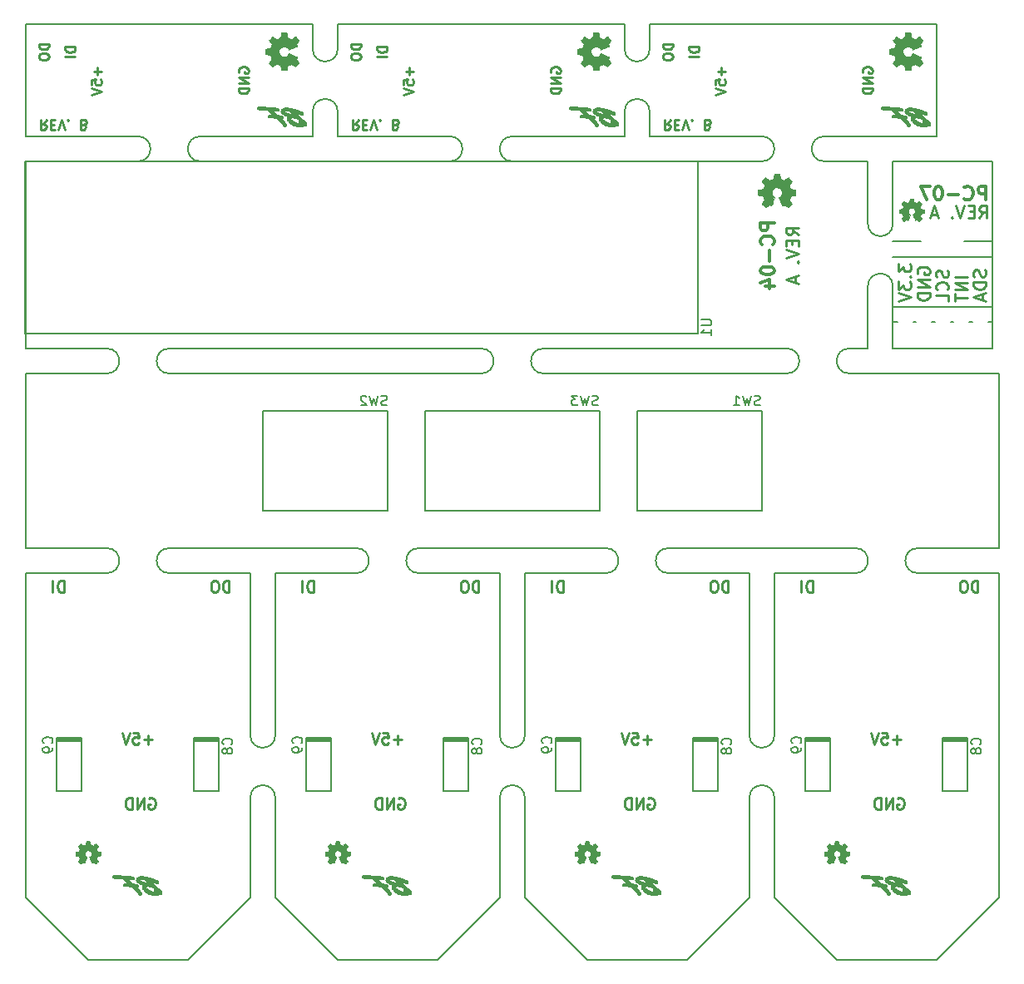
<source format=gbo>
G04 #@! TF.FileFunction,Legend,Bot*
%FSLAX46Y46*%
G04 Gerber Fmt 4.6, Leading zero omitted, Abs format (unit mm)*
G04 Created by KiCad (PCBNEW (2016-05-03 BZR 6266)-product) date Thu Jul 21 04:02:18 2016*
%MOMM*%
%LPD*%
G01*
G04 APERTURE LIST*
%ADD10C,0.350000*%
%ADD11C,0.150000*%
%ADD12C,0.254000*%
%ADD13C,0.285750*%
%ADD14C,0.304800*%
%ADD15C,0.200000*%
%ADD16C,0.002540*%
%ADD17C,0.050000*%
%ADD18C,0.180000*%
G04 APERTURE END LIST*
D10*
D11*
X151130000Y-107315000D02*
X142875000Y-107315000D01*
X155575000Y-51435000D02*
X155575000Y-53975000D01*
X153035000Y-51435000D02*
X153035000Y-53975000D01*
X135255000Y-62865000D02*
X123825000Y-62865000D01*
X153035000Y-62865000D02*
X141605000Y-62865000D01*
X153035000Y-60325000D02*
X153035000Y-62865000D01*
X155575000Y-62865000D02*
X155575000Y-60325000D01*
X167005000Y-62865000D02*
X155575000Y-62865000D01*
X184785000Y-62865000D02*
X173355000Y-62865000D01*
X123825000Y-53975000D02*
X123825000Y-51435000D01*
X121285000Y-53975000D02*
X121285000Y-51435000D01*
X123825000Y-60325000D02*
X123825000Y-62865000D01*
X121285000Y-62865000D02*
X121285000Y-60325000D01*
X109855000Y-62865000D02*
X121285000Y-62865000D01*
X92075000Y-62865000D02*
X103505000Y-62865000D01*
X173355000Y-65405000D02*
X177800000Y-65405000D01*
X167005000Y-65405000D02*
X141605000Y-65405000D01*
X109855000Y-65405000D02*
X135255000Y-65405000D01*
X92075000Y-65405000D02*
X103505000Y-65405000D01*
X123825000Y-60325000D02*
G75*
G03X121285000Y-60325000I-1270000J0D01*
G01*
X121285000Y-53975000D02*
G75*
G03X123825000Y-53975000I1270000J0D01*
G01*
X153035000Y-53975000D02*
G75*
G03X155575000Y-53975000I1270000J0D01*
G01*
X155575000Y-60325000D02*
G75*
G03X153035000Y-60325000I-1270000J0D01*
G01*
X173355000Y-62865000D02*
G75*
G03X173355000Y-65405000I0J-1270000D01*
G01*
X167005000Y-65405000D02*
G75*
G03X167005000Y-62865000I0J1270000D01*
G01*
X141605000Y-62865000D02*
G75*
G03X141605000Y-65405000I0J-1270000D01*
G01*
X135255000Y-65405000D02*
G75*
G03X135255000Y-62865000I0J1270000D01*
G01*
X109855000Y-62865000D02*
G75*
G03X109855000Y-65405000I0J-1270000D01*
G01*
X103505000Y-65405000D02*
G75*
G03X103505000Y-62865000I0J1270000D01*
G01*
X180340000Y-78105000D02*
G75*
G03X177800000Y-78105000I-1270000J0D01*
G01*
X177800000Y-71755000D02*
G75*
G03X180340000Y-71755000I1270000J0D01*
G01*
X177800000Y-65405000D02*
X177800000Y-71755000D01*
X180340000Y-71755000D02*
X180340000Y-65405000D01*
X180340000Y-78105000D02*
X180340000Y-84455000D01*
X177800000Y-84455000D02*
X177800000Y-78105000D01*
X100330000Y-86995000D02*
G75*
G03X100330000Y-84455000I0J1270000D01*
G01*
X106680000Y-84455000D02*
G75*
G03X106680000Y-86995000I0J-1270000D01*
G01*
X138430000Y-86995000D02*
G75*
G03X138430000Y-84455000I0J1270000D01*
G01*
X144780000Y-84455000D02*
G75*
G03X144780000Y-86995000I0J-1270000D01*
G01*
X169545000Y-86995000D02*
G75*
G03X169545000Y-84455000I0J1270000D01*
G01*
X175895000Y-84455000D02*
G75*
G03X175895000Y-86995000I0J-1270000D01*
G01*
X175895000Y-84455000D02*
X177800000Y-84455000D01*
X144780000Y-84455000D02*
X169545000Y-84455000D01*
X106680000Y-84455000D02*
X138430000Y-84455000D01*
X92075000Y-84455000D02*
X100330000Y-84455000D01*
X175895000Y-86995000D02*
X191135000Y-86995000D01*
X144780000Y-86995000D02*
X169545000Y-86995000D01*
X106680000Y-86995000D02*
X138430000Y-86995000D01*
X92075000Y-86995000D02*
X100330000Y-86995000D01*
X100330000Y-107315000D02*
X92075000Y-107315000D01*
X114935000Y-107315000D02*
X106680000Y-107315000D01*
X125730000Y-107315000D02*
X117475000Y-107315000D01*
X140335000Y-107315000D02*
X132080000Y-107315000D01*
X165735000Y-107315000D02*
X157480000Y-107315000D01*
X100330000Y-104775000D02*
X92075000Y-104775000D01*
X125730000Y-104775000D02*
X106680000Y-104775000D01*
X151130000Y-104775000D02*
X132080000Y-104775000D01*
X176530000Y-104775000D02*
X157480000Y-104775000D01*
X176530000Y-107315000D02*
X168275000Y-107315000D01*
X182880000Y-107315000D02*
X191135000Y-107315000D01*
X191135000Y-104775000D02*
X182880000Y-104775000D01*
X182880000Y-104775000D02*
G75*
G03X182880000Y-107315000I0J-1270000D01*
G01*
X176530000Y-107315000D02*
G75*
G03X176530000Y-104775000I0J1270000D01*
G01*
X157480000Y-104775000D02*
G75*
G03X157480000Y-107315000I0J-1270000D01*
G01*
X151130000Y-107315000D02*
G75*
G03X151130000Y-104775000I0J1270000D01*
G01*
X132080000Y-104775000D02*
G75*
G03X132080000Y-107315000I0J-1270000D01*
G01*
X125730000Y-107315000D02*
G75*
G03X125730000Y-104775000I0J1270000D01*
G01*
X100330000Y-107315000D02*
G75*
G03X100330000Y-104775000I0J1270000D01*
G01*
X106680000Y-104775000D02*
G75*
G03X106680000Y-107315000I0J-1270000D01*
G01*
X140335000Y-123825000D02*
G75*
G03X142875000Y-123825000I1270000J0D01*
G01*
X165735000Y-123825000D02*
G75*
G03X168275000Y-123825000I1270000J0D01*
G01*
X168275000Y-130175000D02*
G75*
G03X165735000Y-130175000I-1270000J0D01*
G01*
X142875000Y-130175000D02*
G75*
G03X140335000Y-130175000I-1270000J0D01*
G01*
X117475000Y-130175000D02*
G75*
G03X114935000Y-130175000I-1270000J0D01*
G01*
X114935000Y-123825000D02*
G75*
G03X117475000Y-123825000I1270000J0D01*
G01*
X140335000Y-107315000D02*
X140335000Y-123825000D01*
X142875000Y-123825000D02*
X142875000Y-107315000D01*
X165735000Y-107315000D02*
X165735000Y-123825000D01*
X168275000Y-123825000D02*
X168275000Y-107315000D01*
X168275000Y-130175000D02*
X168275000Y-140335000D01*
X165735000Y-140335000D02*
X165735000Y-130175000D01*
X142875000Y-140335000D02*
X142875000Y-130175000D01*
X140335000Y-130175000D02*
X140335000Y-140335000D01*
X117475000Y-107315000D02*
X117475000Y-123825000D01*
X114935000Y-123825000D02*
X114935000Y-107315000D01*
X117475000Y-130175000D02*
X117475000Y-140335000D01*
X114935000Y-140335000D02*
X114935000Y-130175000D01*
X184785000Y-62865000D02*
X184785000Y-51435000D01*
X184785000Y-51435000D02*
X155575000Y-51435000D01*
D12*
X162886571Y-55843715D02*
X162886571Y-56617810D01*
X163273619Y-56230762D02*
X162499524Y-56230762D01*
X162257619Y-57585429D02*
X162257619Y-57101620D01*
X162741429Y-57053239D01*
X162693048Y-57101620D01*
X162644667Y-57198382D01*
X162644667Y-57440286D01*
X162693048Y-57537048D01*
X162741429Y-57585429D01*
X162838190Y-57633810D01*
X163080095Y-57633810D01*
X163176857Y-57585429D01*
X163225238Y-57537048D01*
X163273619Y-57440286D01*
X163273619Y-57198382D01*
X163225238Y-57101620D01*
X163176857Y-57053239D01*
X162257619Y-57924096D02*
X163273619Y-58262763D01*
X162257619Y-58601429D01*
X177292000Y-56375905D02*
X177243619Y-56279143D01*
X177243619Y-56134000D01*
X177292000Y-55988858D01*
X177388762Y-55892096D01*
X177485524Y-55843715D01*
X177679048Y-55795334D01*
X177824190Y-55795334D01*
X178017714Y-55843715D01*
X178114476Y-55892096D01*
X178211238Y-55988858D01*
X178259619Y-56134000D01*
X178259619Y-56230762D01*
X178211238Y-56375905D01*
X178162857Y-56424286D01*
X177824190Y-56424286D01*
X177824190Y-56230762D01*
X178259619Y-56859715D02*
X177243619Y-56859715D01*
X178259619Y-57440286D01*
X177243619Y-57440286D01*
X178259619Y-57924096D02*
X177243619Y-57924096D01*
X177243619Y-58166001D01*
X177292000Y-58311143D01*
X177388762Y-58407905D01*
X177485524Y-58456286D01*
X177679048Y-58504667D01*
X177824190Y-58504667D01*
X178017714Y-58456286D01*
X178114476Y-58407905D01*
X178211238Y-58311143D01*
X178259619Y-58166001D01*
X178259619Y-57924096D01*
X160606619Y-53721000D02*
X159590619Y-53721000D01*
X159590619Y-53962905D01*
X159639000Y-54108047D01*
X159735762Y-54204809D01*
X159832524Y-54253190D01*
X160026048Y-54301571D01*
X160171190Y-54301571D01*
X160364714Y-54253190D01*
X160461476Y-54204809D01*
X160558238Y-54108047D01*
X160606619Y-53962905D01*
X160606619Y-53721000D01*
X160606619Y-54737000D02*
X159590619Y-54737000D01*
X157939619Y-53430715D02*
X156923619Y-53430715D01*
X156923619Y-53672620D01*
X156972000Y-53817762D01*
X157068762Y-53914524D01*
X157165524Y-53962905D01*
X157359048Y-54011286D01*
X157504190Y-54011286D01*
X157697714Y-53962905D01*
X157794476Y-53914524D01*
X157891238Y-53817762D01*
X157939619Y-53672620D01*
X157939619Y-53430715D01*
X156923619Y-54640239D02*
X156923619Y-54833762D01*
X156972000Y-54930524D01*
X157068762Y-55027286D01*
X157262286Y-55075667D01*
X157600952Y-55075667D01*
X157794476Y-55027286D01*
X157891238Y-54930524D01*
X157939619Y-54833762D01*
X157939619Y-54640239D01*
X157891238Y-54543477D01*
X157794476Y-54446715D01*
X157600952Y-54398334D01*
X157262286Y-54398334D01*
X157068762Y-54446715D01*
X156972000Y-54543477D01*
X156923619Y-54640239D01*
X157667476Y-61135381D02*
X157328810Y-61619190D01*
X157086905Y-61135381D02*
X157086905Y-62151381D01*
X157473952Y-62151381D01*
X157570714Y-62103000D01*
X157619095Y-62054619D01*
X157667476Y-61957857D01*
X157667476Y-61812714D01*
X157619095Y-61715952D01*
X157570714Y-61667571D01*
X157473952Y-61619190D01*
X157086905Y-61619190D01*
X158102905Y-61667571D02*
X158441571Y-61667571D01*
X158586714Y-61135381D02*
X158102905Y-61135381D01*
X158102905Y-62151381D01*
X158586714Y-62151381D01*
X158877000Y-62151381D02*
X159215667Y-61135381D01*
X159554333Y-62151381D01*
X159893000Y-61232143D02*
X159941381Y-61183762D01*
X159893000Y-61135381D01*
X159844619Y-61183762D01*
X159893000Y-61232143D01*
X159893000Y-61135381D01*
X161489571Y-61667571D02*
X161634714Y-61619190D01*
X161683095Y-61570810D01*
X161731476Y-61474048D01*
X161731476Y-61328905D01*
X161683095Y-61232143D01*
X161634714Y-61183762D01*
X161537952Y-61135381D01*
X161150905Y-61135381D01*
X161150905Y-62151381D01*
X161489571Y-62151381D01*
X161586333Y-62103000D01*
X161634714Y-62054619D01*
X161683095Y-61957857D01*
X161683095Y-61861095D01*
X161634714Y-61764333D01*
X161586333Y-61715952D01*
X161489571Y-61667571D01*
X161150905Y-61667571D01*
D11*
X121285000Y-51435000D02*
X92075000Y-51435000D01*
X92075000Y-51435000D02*
X92075000Y-62865000D01*
D12*
X99386571Y-55843715D02*
X99386571Y-56617810D01*
X99773619Y-56230762D02*
X98999524Y-56230762D01*
X98757619Y-57585429D02*
X98757619Y-57101620D01*
X99241429Y-57053239D01*
X99193048Y-57101620D01*
X99144667Y-57198382D01*
X99144667Y-57440286D01*
X99193048Y-57537048D01*
X99241429Y-57585429D01*
X99338190Y-57633810D01*
X99580095Y-57633810D01*
X99676857Y-57585429D01*
X99725238Y-57537048D01*
X99773619Y-57440286D01*
X99773619Y-57198382D01*
X99725238Y-57101620D01*
X99676857Y-57053239D01*
X98757619Y-57924096D02*
X99773619Y-58262763D01*
X98757619Y-58601429D01*
X113792000Y-56375905D02*
X113743619Y-56279143D01*
X113743619Y-56134000D01*
X113792000Y-55988858D01*
X113888762Y-55892096D01*
X113985524Y-55843715D01*
X114179048Y-55795334D01*
X114324190Y-55795334D01*
X114517714Y-55843715D01*
X114614476Y-55892096D01*
X114711238Y-55988858D01*
X114759619Y-56134000D01*
X114759619Y-56230762D01*
X114711238Y-56375905D01*
X114662857Y-56424286D01*
X114324190Y-56424286D01*
X114324190Y-56230762D01*
X114759619Y-56859715D02*
X113743619Y-56859715D01*
X114759619Y-57440286D01*
X113743619Y-57440286D01*
X114759619Y-57924096D02*
X113743619Y-57924096D01*
X113743619Y-58166001D01*
X113792000Y-58311143D01*
X113888762Y-58407905D01*
X113985524Y-58456286D01*
X114179048Y-58504667D01*
X114324190Y-58504667D01*
X114517714Y-58456286D01*
X114614476Y-58407905D01*
X114711238Y-58311143D01*
X114759619Y-58166001D01*
X114759619Y-57924096D01*
X97106619Y-53721000D02*
X96090619Y-53721000D01*
X96090619Y-53962905D01*
X96139000Y-54108047D01*
X96235762Y-54204809D01*
X96332524Y-54253190D01*
X96526048Y-54301571D01*
X96671190Y-54301571D01*
X96864714Y-54253190D01*
X96961476Y-54204809D01*
X97058238Y-54108047D01*
X97106619Y-53962905D01*
X97106619Y-53721000D01*
X97106619Y-54737000D02*
X96090619Y-54737000D01*
X94439619Y-53430715D02*
X93423619Y-53430715D01*
X93423619Y-53672620D01*
X93472000Y-53817762D01*
X93568762Y-53914524D01*
X93665524Y-53962905D01*
X93859048Y-54011286D01*
X94004190Y-54011286D01*
X94197714Y-53962905D01*
X94294476Y-53914524D01*
X94391238Y-53817762D01*
X94439619Y-53672620D01*
X94439619Y-53430715D01*
X93423619Y-54640239D02*
X93423619Y-54833762D01*
X93472000Y-54930524D01*
X93568762Y-55027286D01*
X93762286Y-55075667D01*
X94100952Y-55075667D01*
X94294476Y-55027286D01*
X94391238Y-54930524D01*
X94439619Y-54833762D01*
X94439619Y-54640239D01*
X94391238Y-54543477D01*
X94294476Y-54446715D01*
X94100952Y-54398334D01*
X93762286Y-54398334D01*
X93568762Y-54446715D01*
X93472000Y-54543477D01*
X93423619Y-54640239D01*
X94167476Y-61135381D02*
X93828810Y-61619190D01*
X93586905Y-61135381D02*
X93586905Y-62151381D01*
X93973952Y-62151381D01*
X94070714Y-62103000D01*
X94119095Y-62054619D01*
X94167476Y-61957857D01*
X94167476Y-61812714D01*
X94119095Y-61715952D01*
X94070714Y-61667571D01*
X93973952Y-61619190D01*
X93586905Y-61619190D01*
X94602905Y-61667571D02*
X94941571Y-61667571D01*
X95086714Y-61135381D02*
X94602905Y-61135381D01*
X94602905Y-62151381D01*
X95086714Y-62151381D01*
X95377000Y-62151381D02*
X95715667Y-61135381D01*
X96054333Y-62151381D01*
X96393000Y-61232143D02*
X96441381Y-61183762D01*
X96393000Y-61135381D01*
X96344619Y-61183762D01*
X96393000Y-61232143D01*
X96393000Y-61135381D01*
X97989571Y-61667571D02*
X98134714Y-61619190D01*
X98183095Y-61570810D01*
X98231476Y-61474048D01*
X98231476Y-61328905D01*
X98183095Y-61232143D01*
X98134714Y-61183762D01*
X98037952Y-61135381D01*
X97650905Y-61135381D01*
X97650905Y-62151381D01*
X97989571Y-62151381D01*
X98086333Y-62103000D01*
X98134714Y-62054619D01*
X98183095Y-61957857D01*
X98183095Y-61861095D01*
X98134714Y-61764333D01*
X98086333Y-61715952D01*
X97989571Y-61667571D01*
X97650905Y-61667571D01*
D11*
X142875000Y-140335000D02*
X149225000Y-146685000D01*
X165735000Y-140335000D02*
X159385000Y-146685000D01*
X159385000Y-146685000D02*
X149225000Y-146685000D01*
D13*
X146748500Y-109229071D02*
X146748500Y-108086071D01*
X146476357Y-108086071D01*
X146313072Y-108140500D01*
X146204214Y-108249357D01*
X146149786Y-108358214D01*
X146095357Y-108575929D01*
X146095357Y-108739214D01*
X146149786Y-108956929D01*
X146204214Y-109065786D01*
X146313072Y-109174643D01*
X146476357Y-109229071D01*
X146748500Y-109229071D01*
X145605500Y-109229071D02*
X145605500Y-108086071D01*
X163585071Y-109229071D02*
X163585071Y-108086071D01*
X163312928Y-108086071D01*
X163149643Y-108140500D01*
X163040785Y-108249357D01*
X162986357Y-108358214D01*
X162931928Y-108575929D01*
X162931928Y-108739214D01*
X162986357Y-108956929D01*
X163040785Y-109065786D01*
X163149643Y-109174643D01*
X163312928Y-109229071D01*
X163585071Y-109229071D01*
X162224357Y-108086071D02*
X162006643Y-108086071D01*
X161897785Y-108140500D01*
X161788928Y-108249357D01*
X161734500Y-108467071D01*
X161734500Y-108848071D01*
X161788928Y-109065786D01*
X161897785Y-109174643D01*
X162006643Y-109229071D01*
X162224357Y-109229071D01*
X162333214Y-109174643D01*
X162442071Y-109065786D01*
X162496500Y-108848071D01*
X162496500Y-108467071D01*
X162442071Y-108249357D01*
X162333214Y-108140500D01*
X162224357Y-108086071D01*
X155774571Y-124287643D02*
X154903714Y-124287643D01*
X155339143Y-124723071D02*
X155339143Y-123852214D01*
X153815142Y-123580071D02*
X154359428Y-123580071D01*
X154413857Y-124124357D01*
X154359428Y-124069929D01*
X154250571Y-124015500D01*
X153978428Y-124015500D01*
X153869571Y-124069929D01*
X153815142Y-124124357D01*
X153760714Y-124233214D01*
X153760714Y-124505357D01*
X153815142Y-124614214D01*
X153869571Y-124668643D01*
X153978428Y-124723071D01*
X154250571Y-124723071D01*
X154359428Y-124668643D01*
X154413857Y-124614214D01*
X153434143Y-123580071D02*
X153053143Y-124723071D01*
X152672143Y-123580071D01*
X155429857Y-130238500D02*
X155538714Y-130184071D01*
X155702000Y-130184071D01*
X155865285Y-130238500D01*
X155974143Y-130347357D01*
X156028571Y-130456214D01*
X156083000Y-130673929D01*
X156083000Y-130837214D01*
X156028571Y-131054929D01*
X155974143Y-131163786D01*
X155865285Y-131272643D01*
X155702000Y-131327071D01*
X155593143Y-131327071D01*
X155429857Y-131272643D01*
X155375428Y-131218214D01*
X155375428Y-130837214D01*
X155593143Y-130837214D01*
X154885571Y-131327071D02*
X154885571Y-130184071D01*
X154232428Y-131327071D01*
X154232428Y-130184071D01*
X153688142Y-131327071D02*
X153688142Y-130184071D01*
X153415999Y-130184071D01*
X153252714Y-130238500D01*
X153143856Y-130347357D01*
X153089428Y-130456214D01*
X153034999Y-130673929D01*
X153034999Y-130837214D01*
X153089428Y-131054929D01*
X153143856Y-131163786D01*
X153252714Y-131272643D01*
X153415999Y-131327071D01*
X153688142Y-131327071D01*
X180829857Y-130238500D02*
X180938714Y-130184071D01*
X181102000Y-130184071D01*
X181265285Y-130238500D01*
X181374143Y-130347357D01*
X181428571Y-130456214D01*
X181483000Y-130673929D01*
X181483000Y-130837214D01*
X181428571Y-131054929D01*
X181374143Y-131163786D01*
X181265285Y-131272643D01*
X181102000Y-131327071D01*
X180993143Y-131327071D01*
X180829857Y-131272643D01*
X180775428Y-131218214D01*
X180775428Y-130837214D01*
X180993143Y-130837214D01*
X180285571Y-131327071D02*
X180285571Y-130184071D01*
X179632428Y-131327071D01*
X179632428Y-130184071D01*
X179088142Y-131327071D02*
X179088142Y-130184071D01*
X178815999Y-130184071D01*
X178652714Y-130238500D01*
X178543856Y-130347357D01*
X178489428Y-130456214D01*
X178434999Y-130673929D01*
X178434999Y-130837214D01*
X178489428Y-131054929D01*
X178543856Y-131163786D01*
X178652714Y-131272643D01*
X178815999Y-131327071D01*
X179088142Y-131327071D01*
X181174571Y-124287643D02*
X180303714Y-124287643D01*
X180739143Y-124723071D02*
X180739143Y-123852214D01*
X179215142Y-123580071D02*
X179759428Y-123580071D01*
X179813857Y-124124357D01*
X179759428Y-124069929D01*
X179650571Y-124015500D01*
X179378428Y-124015500D01*
X179269571Y-124069929D01*
X179215142Y-124124357D01*
X179160714Y-124233214D01*
X179160714Y-124505357D01*
X179215142Y-124614214D01*
X179269571Y-124668643D01*
X179378428Y-124723071D01*
X179650571Y-124723071D01*
X179759428Y-124668643D01*
X179813857Y-124614214D01*
X178834143Y-123580071D02*
X178453143Y-124723071D01*
X178072143Y-123580071D01*
X188985071Y-109229071D02*
X188985071Y-108086071D01*
X188712928Y-108086071D01*
X188549643Y-108140500D01*
X188440785Y-108249357D01*
X188386357Y-108358214D01*
X188331928Y-108575929D01*
X188331928Y-108739214D01*
X188386357Y-108956929D01*
X188440785Y-109065786D01*
X188549643Y-109174643D01*
X188712928Y-109229071D01*
X188985071Y-109229071D01*
X187624357Y-108086071D02*
X187406643Y-108086071D01*
X187297785Y-108140500D01*
X187188928Y-108249357D01*
X187134500Y-108467071D01*
X187134500Y-108848071D01*
X187188928Y-109065786D01*
X187297785Y-109174643D01*
X187406643Y-109229071D01*
X187624357Y-109229071D01*
X187733214Y-109174643D01*
X187842071Y-109065786D01*
X187896500Y-108848071D01*
X187896500Y-108467071D01*
X187842071Y-108249357D01*
X187733214Y-108140500D01*
X187624357Y-108086071D01*
X172148500Y-109229071D02*
X172148500Y-108086071D01*
X171876357Y-108086071D01*
X171713072Y-108140500D01*
X171604214Y-108249357D01*
X171549786Y-108358214D01*
X171495357Y-108575929D01*
X171495357Y-108739214D01*
X171549786Y-108956929D01*
X171604214Y-109065786D01*
X171713072Y-109174643D01*
X171876357Y-109229071D01*
X172148500Y-109229071D01*
X171005500Y-109229071D02*
X171005500Y-108086071D01*
D11*
X191135000Y-107315000D02*
X191135000Y-140335000D01*
X184785000Y-146685000D02*
X174625000Y-146685000D01*
X191135000Y-140335000D02*
X184785000Y-146685000D01*
X168275000Y-140335000D02*
X174625000Y-146685000D01*
X117475000Y-140335000D02*
X123825000Y-146685000D01*
X140335000Y-140335000D02*
X133985000Y-146685000D01*
X133985000Y-146685000D02*
X123825000Y-146685000D01*
D13*
X121348500Y-109229071D02*
X121348500Y-108086071D01*
X121076357Y-108086071D01*
X120913072Y-108140500D01*
X120804214Y-108249357D01*
X120749786Y-108358214D01*
X120695357Y-108575929D01*
X120695357Y-108739214D01*
X120749786Y-108956929D01*
X120804214Y-109065786D01*
X120913072Y-109174643D01*
X121076357Y-109229071D01*
X121348500Y-109229071D01*
X120205500Y-109229071D02*
X120205500Y-108086071D01*
X138185071Y-109229071D02*
X138185071Y-108086071D01*
X137912928Y-108086071D01*
X137749643Y-108140500D01*
X137640785Y-108249357D01*
X137586357Y-108358214D01*
X137531928Y-108575929D01*
X137531928Y-108739214D01*
X137586357Y-108956929D01*
X137640785Y-109065786D01*
X137749643Y-109174643D01*
X137912928Y-109229071D01*
X138185071Y-109229071D01*
X136824357Y-108086071D02*
X136606643Y-108086071D01*
X136497785Y-108140500D01*
X136388928Y-108249357D01*
X136334500Y-108467071D01*
X136334500Y-108848071D01*
X136388928Y-109065786D01*
X136497785Y-109174643D01*
X136606643Y-109229071D01*
X136824357Y-109229071D01*
X136933214Y-109174643D01*
X137042071Y-109065786D01*
X137096500Y-108848071D01*
X137096500Y-108467071D01*
X137042071Y-108249357D01*
X136933214Y-108140500D01*
X136824357Y-108086071D01*
X130374571Y-124287643D02*
X129503714Y-124287643D01*
X129939143Y-124723071D02*
X129939143Y-123852214D01*
X128415142Y-123580071D02*
X128959428Y-123580071D01*
X129013857Y-124124357D01*
X128959428Y-124069929D01*
X128850571Y-124015500D01*
X128578428Y-124015500D01*
X128469571Y-124069929D01*
X128415142Y-124124357D01*
X128360714Y-124233214D01*
X128360714Y-124505357D01*
X128415142Y-124614214D01*
X128469571Y-124668643D01*
X128578428Y-124723071D01*
X128850571Y-124723071D01*
X128959428Y-124668643D01*
X129013857Y-124614214D01*
X128034143Y-123580071D02*
X127653143Y-124723071D01*
X127272143Y-123580071D01*
X130029857Y-130238500D02*
X130138714Y-130184071D01*
X130302000Y-130184071D01*
X130465285Y-130238500D01*
X130574143Y-130347357D01*
X130628571Y-130456214D01*
X130683000Y-130673929D01*
X130683000Y-130837214D01*
X130628571Y-131054929D01*
X130574143Y-131163786D01*
X130465285Y-131272643D01*
X130302000Y-131327071D01*
X130193143Y-131327071D01*
X130029857Y-131272643D01*
X129975428Y-131218214D01*
X129975428Y-130837214D01*
X130193143Y-130837214D01*
X129485571Y-131327071D02*
X129485571Y-130184071D01*
X128832428Y-131327071D01*
X128832428Y-130184071D01*
X128288142Y-131327071D02*
X128288142Y-130184071D01*
X128015999Y-130184071D01*
X127852714Y-130238500D01*
X127743856Y-130347357D01*
X127689428Y-130456214D01*
X127634999Y-130673929D01*
X127634999Y-130837214D01*
X127689428Y-131054929D01*
X127743856Y-131163786D01*
X127852714Y-131272643D01*
X128015999Y-131327071D01*
X128288142Y-131327071D01*
D11*
X92075000Y-86995000D02*
X92075000Y-104775000D01*
X191135000Y-104775000D02*
X191135000Y-86995000D01*
D13*
X104629857Y-130238500D02*
X104738714Y-130184071D01*
X104902000Y-130184071D01*
X105065285Y-130238500D01*
X105174143Y-130347357D01*
X105228571Y-130456214D01*
X105283000Y-130673929D01*
X105283000Y-130837214D01*
X105228571Y-131054929D01*
X105174143Y-131163786D01*
X105065285Y-131272643D01*
X104902000Y-131327071D01*
X104793143Y-131327071D01*
X104629857Y-131272643D01*
X104575428Y-131218214D01*
X104575428Y-130837214D01*
X104793143Y-130837214D01*
X104085571Y-131327071D02*
X104085571Y-130184071D01*
X103432428Y-131327071D01*
X103432428Y-130184071D01*
X102888142Y-131327071D02*
X102888142Y-130184071D01*
X102615999Y-130184071D01*
X102452714Y-130238500D01*
X102343856Y-130347357D01*
X102289428Y-130456214D01*
X102234999Y-130673929D01*
X102234999Y-130837214D01*
X102289428Y-131054929D01*
X102343856Y-131163786D01*
X102452714Y-131272643D01*
X102615999Y-131327071D01*
X102888142Y-131327071D01*
X104974571Y-124287643D02*
X104103714Y-124287643D01*
X104539143Y-124723071D02*
X104539143Y-123852214D01*
X103015142Y-123580071D02*
X103559428Y-123580071D01*
X103613857Y-124124357D01*
X103559428Y-124069929D01*
X103450571Y-124015500D01*
X103178428Y-124015500D01*
X103069571Y-124069929D01*
X103015142Y-124124357D01*
X102960714Y-124233214D01*
X102960714Y-124505357D01*
X103015142Y-124614214D01*
X103069571Y-124668643D01*
X103178428Y-124723071D01*
X103450571Y-124723071D01*
X103559428Y-124668643D01*
X103613857Y-124614214D01*
X102634143Y-123580071D02*
X102253143Y-124723071D01*
X101872143Y-123580071D01*
X112785071Y-109229071D02*
X112785071Y-108086071D01*
X112512928Y-108086071D01*
X112349643Y-108140500D01*
X112240785Y-108249357D01*
X112186357Y-108358214D01*
X112131928Y-108575929D01*
X112131928Y-108739214D01*
X112186357Y-108956929D01*
X112240785Y-109065786D01*
X112349643Y-109174643D01*
X112512928Y-109229071D01*
X112785071Y-109229071D01*
X111424357Y-108086071D02*
X111206643Y-108086071D01*
X111097785Y-108140500D01*
X110988928Y-108249357D01*
X110934500Y-108467071D01*
X110934500Y-108848071D01*
X110988928Y-109065786D01*
X111097785Y-109174643D01*
X111206643Y-109229071D01*
X111424357Y-109229071D01*
X111533214Y-109174643D01*
X111642071Y-109065786D01*
X111696500Y-108848071D01*
X111696500Y-108467071D01*
X111642071Y-108249357D01*
X111533214Y-108140500D01*
X111424357Y-108086071D01*
X95948500Y-109229071D02*
X95948500Y-108086071D01*
X95676357Y-108086071D01*
X95513072Y-108140500D01*
X95404214Y-108249357D01*
X95349786Y-108358214D01*
X95295357Y-108575929D01*
X95295357Y-108739214D01*
X95349786Y-108956929D01*
X95404214Y-109065786D01*
X95513072Y-109174643D01*
X95676357Y-109229071D01*
X95948500Y-109229071D01*
X94805500Y-109229071D02*
X94805500Y-108086071D01*
D11*
X92075000Y-140335000D02*
X92075000Y-107315000D01*
X108585000Y-146685000D02*
X98425000Y-146685000D01*
X114935000Y-140335000D02*
X108585000Y-146685000D01*
X92075000Y-140335000D02*
X98425000Y-146685000D01*
D12*
X170754524Y-72873810D02*
X170149762Y-72450477D01*
X170754524Y-72148096D02*
X169484524Y-72148096D01*
X169484524Y-72631905D01*
X169545000Y-72752858D01*
X169605476Y-72813334D01*
X169726429Y-72873810D01*
X169907857Y-72873810D01*
X170028810Y-72813334D01*
X170089286Y-72752858D01*
X170149762Y-72631905D01*
X170149762Y-72148096D01*
X170089286Y-73418096D02*
X170089286Y-73841429D01*
X170754524Y-74022858D02*
X170754524Y-73418096D01*
X169484524Y-73418096D01*
X169484524Y-74022858D01*
X169484524Y-74385715D02*
X170754524Y-74809049D01*
X169484524Y-75232382D01*
X170633571Y-75655715D02*
X170694048Y-75716191D01*
X170754524Y-75655715D01*
X170694048Y-75595239D01*
X170633571Y-75655715D01*
X170754524Y-75655715D01*
X170391667Y-77167620D02*
X170391667Y-77772382D01*
X170754524Y-77046667D02*
X169484524Y-77470001D01*
X170754524Y-77893334D01*
D14*
X168271976Y-71670334D02*
X166874976Y-71670334D01*
X166874976Y-72202525D01*
X166941500Y-72335572D01*
X167008024Y-72402096D01*
X167141071Y-72468620D01*
X167340643Y-72468620D01*
X167473690Y-72402096D01*
X167540214Y-72335572D01*
X167606738Y-72202525D01*
X167606738Y-71670334D01*
X168138929Y-73865620D02*
X168205452Y-73799096D01*
X168271976Y-73599525D01*
X168271976Y-73466477D01*
X168205452Y-73266905D01*
X168072405Y-73133858D01*
X167939357Y-73067334D01*
X167673262Y-73000810D01*
X167473690Y-73000810D01*
X167207595Y-73067334D01*
X167074548Y-73133858D01*
X166941500Y-73266905D01*
X166874976Y-73466477D01*
X166874976Y-73599525D01*
X166941500Y-73799096D01*
X167008024Y-73865620D01*
X167739786Y-74464334D02*
X167739786Y-75528715D01*
X166874976Y-76460048D02*
X166874976Y-76593096D01*
X166941500Y-76726144D01*
X167008024Y-76792667D01*
X167141071Y-76859191D01*
X167407167Y-76925715D01*
X167739786Y-76925715D01*
X168005881Y-76859191D01*
X168138929Y-76792667D01*
X168205452Y-76726144D01*
X168271976Y-76593096D01*
X168271976Y-76460048D01*
X168205452Y-76327001D01*
X168138929Y-76260477D01*
X168005881Y-76193953D01*
X167739786Y-76127429D01*
X167407167Y-76127429D01*
X167141071Y-76193953D01*
X167008024Y-76260477D01*
X166941500Y-76327001D01*
X166874976Y-76460048D01*
X167340643Y-78123143D02*
X168271976Y-78123143D01*
X166808452Y-77790524D02*
X167806310Y-77457905D01*
X167806310Y-78322715D01*
D11*
X92075000Y-84455000D02*
X92075000Y-65405000D01*
D12*
X187899524Y-77155524D02*
X186629524Y-77155524D01*
X187899524Y-77760286D02*
X186629524Y-77760286D01*
X187899524Y-78486000D01*
X186629524Y-78486000D01*
X186629524Y-78909333D02*
X186629524Y-79635048D01*
X187899524Y-79272191D02*
X186629524Y-79272191D01*
D15*
X188137800Y-81762600D02*
X188417200Y-81762600D01*
D12*
X182880000Y-76853143D02*
X182819524Y-76732191D01*
X182819524Y-76550762D01*
X182880000Y-76369334D01*
X183000952Y-76248381D01*
X183121905Y-76187905D01*
X183363810Y-76127429D01*
X183545238Y-76127429D01*
X183787143Y-76187905D01*
X183908095Y-76248381D01*
X184029048Y-76369334D01*
X184089524Y-76550762D01*
X184089524Y-76671714D01*
X184029048Y-76853143D01*
X183968571Y-76913619D01*
X183545238Y-76913619D01*
X183545238Y-76671714D01*
X184089524Y-77457905D02*
X182819524Y-77457905D01*
X184089524Y-78183619D01*
X182819524Y-78183619D01*
X184089524Y-78788381D02*
X182819524Y-78788381D01*
X182819524Y-79090762D01*
X182880000Y-79272190D01*
X183000952Y-79393143D01*
X183121905Y-79453619D01*
X183363810Y-79514095D01*
X183545238Y-79514095D01*
X183787143Y-79453619D01*
X183908095Y-79393143D01*
X184029048Y-79272190D01*
X184089524Y-79090762D01*
X184089524Y-78788381D01*
X185934048Y-76490286D02*
X185994524Y-76671714D01*
X185994524Y-76974095D01*
X185934048Y-77095048D01*
X185873571Y-77155524D01*
X185752619Y-77216000D01*
X185631667Y-77216000D01*
X185510714Y-77155524D01*
X185450238Y-77095048D01*
X185389762Y-76974095D01*
X185329286Y-76732191D01*
X185268810Y-76611238D01*
X185208333Y-76550762D01*
X185087381Y-76490286D01*
X184966429Y-76490286D01*
X184845476Y-76550762D01*
X184785000Y-76611238D01*
X184724524Y-76732191D01*
X184724524Y-77034571D01*
X184785000Y-77216000D01*
X185873571Y-78486000D02*
X185934048Y-78425524D01*
X185994524Y-78244095D01*
X185994524Y-78123143D01*
X185934048Y-77941715D01*
X185813095Y-77820762D01*
X185692143Y-77760286D01*
X185450238Y-77699810D01*
X185268810Y-77699810D01*
X185026905Y-77760286D01*
X184905952Y-77820762D01*
X184785000Y-77941715D01*
X184724524Y-78123143D01*
X184724524Y-78244095D01*
X184785000Y-78425524D01*
X184845476Y-78486000D01*
X185994524Y-79635048D02*
X185994524Y-79030286D01*
X184724524Y-79030286D01*
X180914524Y-75825048D02*
X180914524Y-76611238D01*
X181398333Y-76187905D01*
X181398333Y-76369333D01*
X181458810Y-76490286D01*
X181519286Y-76550762D01*
X181640238Y-76611238D01*
X181942619Y-76611238D01*
X182063571Y-76550762D01*
X182124048Y-76490286D01*
X182184524Y-76369333D01*
X182184524Y-76006476D01*
X182124048Y-75885524D01*
X182063571Y-75825048D01*
X182063571Y-77155524D02*
X182124048Y-77216000D01*
X182184524Y-77155524D01*
X182124048Y-77095048D01*
X182063571Y-77155524D01*
X182184524Y-77155524D01*
X180914524Y-77639334D02*
X180914524Y-78425524D01*
X181398333Y-78002191D01*
X181398333Y-78183619D01*
X181458810Y-78304572D01*
X181519286Y-78365048D01*
X181640238Y-78425524D01*
X181942619Y-78425524D01*
X182063571Y-78365048D01*
X182124048Y-78304572D01*
X182184524Y-78183619D01*
X182184524Y-77820762D01*
X182124048Y-77699810D01*
X182063571Y-77639334D01*
X180914524Y-78788381D02*
X182184524Y-79211715D01*
X180914524Y-79635048D01*
X189744048Y-76429810D02*
X189804524Y-76611238D01*
X189804524Y-76913619D01*
X189744048Y-77034572D01*
X189683571Y-77095048D01*
X189562619Y-77155524D01*
X189441667Y-77155524D01*
X189320714Y-77095048D01*
X189260238Y-77034572D01*
X189199762Y-76913619D01*
X189139286Y-76671715D01*
X189078810Y-76550762D01*
X189018333Y-76490286D01*
X188897381Y-76429810D01*
X188776429Y-76429810D01*
X188655476Y-76490286D01*
X188595000Y-76550762D01*
X188534524Y-76671715D01*
X188534524Y-76974095D01*
X188595000Y-77155524D01*
X189804524Y-77699810D02*
X188534524Y-77699810D01*
X188534524Y-78002191D01*
X188595000Y-78183619D01*
X188715952Y-78304572D01*
X188836905Y-78365048D01*
X189078810Y-78425524D01*
X189260238Y-78425524D01*
X189502143Y-78365048D01*
X189623095Y-78304572D01*
X189744048Y-78183619D01*
X189804524Y-78002191D01*
X189804524Y-77699810D01*
X189441667Y-78909334D02*
X189441667Y-79514096D01*
X189804524Y-78788381D02*
X188534524Y-79211715D01*
X189804524Y-79635048D01*
X189127190Y-71186524D02*
X189550523Y-70581762D01*
X189852904Y-71186524D02*
X189852904Y-69916524D01*
X189369095Y-69916524D01*
X189248142Y-69977000D01*
X189187666Y-70037476D01*
X189127190Y-70158429D01*
X189127190Y-70339857D01*
X189187666Y-70460810D01*
X189248142Y-70521286D01*
X189369095Y-70581762D01*
X189852904Y-70581762D01*
X188582904Y-70521286D02*
X188159571Y-70521286D01*
X187978142Y-71186524D02*
X188582904Y-71186524D01*
X188582904Y-69916524D01*
X187978142Y-69916524D01*
X187615285Y-69916524D02*
X187191951Y-71186524D01*
X186768618Y-69916524D01*
X186345285Y-71065571D02*
X186284809Y-71126048D01*
X186345285Y-71186524D01*
X186405761Y-71126048D01*
X186345285Y-71065571D01*
X186345285Y-71186524D01*
X184833380Y-70823667D02*
X184228618Y-70823667D01*
X184954333Y-71186524D02*
X184530999Y-69916524D01*
X184107666Y-71186524D01*
D14*
X189822666Y-69338976D02*
X189822666Y-67941976D01*
X189290475Y-67941976D01*
X189157428Y-68008500D01*
X189090904Y-68075024D01*
X189024380Y-68208071D01*
X189024380Y-68407643D01*
X189090904Y-68540690D01*
X189157428Y-68607214D01*
X189290475Y-68673738D01*
X189822666Y-68673738D01*
X187627380Y-69205929D02*
X187693904Y-69272452D01*
X187893475Y-69338976D01*
X188026523Y-69338976D01*
X188226095Y-69272452D01*
X188359142Y-69139405D01*
X188425666Y-69006357D01*
X188492190Y-68740262D01*
X188492190Y-68540690D01*
X188425666Y-68274595D01*
X188359142Y-68141548D01*
X188226095Y-68008500D01*
X188026523Y-67941976D01*
X187893475Y-67941976D01*
X187693904Y-68008500D01*
X187627380Y-68075024D01*
X187028666Y-68806786D02*
X185964285Y-68806786D01*
X185032952Y-67941976D02*
X184899904Y-67941976D01*
X184766856Y-68008500D01*
X184700333Y-68075024D01*
X184633809Y-68208071D01*
X184567285Y-68474167D01*
X184567285Y-68806786D01*
X184633809Y-69072881D01*
X184700333Y-69205929D01*
X184766856Y-69272452D01*
X184899904Y-69338976D01*
X185032952Y-69338976D01*
X185165999Y-69272452D01*
X185232523Y-69205929D01*
X185299047Y-69072881D01*
X185365571Y-68806786D01*
X185365571Y-68474167D01*
X185299047Y-68208071D01*
X185232523Y-68075024D01*
X185165999Y-68008500D01*
X185032952Y-67941976D01*
X184101619Y-67941976D02*
X183170285Y-67941976D01*
X183769000Y-69338976D01*
D15*
X187629800Y-73533000D02*
X190500000Y-73533000D01*
X190068200Y-81762600D02*
X190500000Y-81762600D01*
X186232800Y-81762600D02*
X186512200Y-81762600D01*
X184327800Y-81762600D02*
X184607200Y-81762600D01*
X182422800Y-81762600D02*
X182702200Y-81762600D01*
X180340000Y-73533000D02*
X183210200Y-73533000D01*
X180340000Y-75107800D02*
X190500000Y-75107800D01*
X180289200Y-80187800D02*
X190500000Y-80187800D01*
X180340000Y-81762600D02*
X180797200Y-81762600D01*
D11*
X190500000Y-65405000D02*
X180340000Y-65405000D01*
X190500000Y-84455000D02*
X190500000Y-65405000D01*
X180340000Y-84455000D02*
X190500000Y-84455000D01*
D12*
X125917476Y-61135381D02*
X125578810Y-61619190D01*
X125336905Y-61135381D02*
X125336905Y-62151381D01*
X125723952Y-62151381D01*
X125820714Y-62103000D01*
X125869095Y-62054619D01*
X125917476Y-61957857D01*
X125917476Y-61812714D01*
X125869095Y-61715952D01*
X125820714Y-61667571D01*
X125723952Y-61619190D01*
X125336905Y-61619190D01*
X126352905Y-61667571D02*
X126691571Y-61667571D01*
X126836714Y-61135381D02*
X126352905Y-61135381D01*
X126352905Y-62151381D01*
X126836714Y-62151381D01*
X127127000Y-62151381D02*
X127465667Y-61135381D01*
X127804333Y-62151381D01*
X128143000Y-61232143D02*
X128191381Y-61183762D01*
X128143000Y-61135381D01*
X128094619Y-61183762D01*
X128143000Y-61232143D01*
X128143000Y-61135381D01*
X129739571Y-61667571D02*
X129884714Y-61619190D01*
X129933095Y-61570810D01*
X129981476Y-61474048D01*
X129981476Y-61328905D01*
X129933095Y-61232143D01*
X129884714Y-61183762D01*
X129787952Y-61135381D01*
X129400905Y-61135381D01*
X129400905Y-62151381D01*
X129739571Y-62151381D01*
X129836333Y-62103000D01*
X129884714Y-62054619D01*
X129933095Y-61957857D01*
X129933095Y-61861095D01*
X129884714Y-61764333D01*
X129836333Y-61715952D01*
X129739571Y-61667571D01*
X129400905Y-61667571D01*
X126189619Y-53430715D02*
X125173619Y-53430715D01*
X125173619Y-53672620D01*
X125222000Y-53817762D01*
X125318762Y-53914524D01*
X125415524Y-53962905D01*
X125609048Y-54011286D01*
X125754190Y-54011286D01*
X125947714Y-53962905D01*
X126044476Y-53914524D01*
X126141238Y-53817762D01*
X126189619Y-53672620D01*
X126189619Y-53430715D01*
X125173619Y-54640239D02*
X125173619Y-54833762D01*
X125222000Y-54930524D01*
X125318762Y-55027286D01*
X125512286Y-55075667D01*
X125850952Y-55075667D01*
X126044476Y-55027286D01*
X126141238Y-54930524D01*
X126189619Y-54833762D01*
X126189619Y-54640239D01*
X126141238Y-54543477D01*
X126044476Y-54446715D01*
X125850952Y-54398334D01*
X125512286Y-54398334D01*
X125318762Y-54446715D01*
X125222000Y-54543477D01*
X125173619Y-54640239D01*
X128856619Y-53721000D02*
X127840619Y-53721000D01*
X127840619Y-53962905D01*
X127889000Y-54108047D01*
X127985762Y-54204809D01*
X128082524Y-54253190D01*
X128276048Y-54301571D01*
X128421190Y-54301571D01*
X128614714Y-54253190D01*
X128711476Y-54204809D01*
X128808238Y-54108047D01*
X128856619Y-53962905D01*
X128856619Y-53721000D01*
X128856619Y-54737000D02*
X127840619Y-54737000D01*
X145542000Y-56375905D02*
X145493619Y-56279143D01*
X145493619Y-56134000D01*
X145542000Y-55988858D01*
X145638762Y-55892096D01*
X145735524Y-55843715D01*
X145929048Y-55795334D01*
X146074190Y-55795334D01*
X146267714Y-55843715D01*
X146364476Y-55892096D01*
X146461238Y-55988858D01*
X146509619Y-56134000D01*
X146509619Y-56230762D01*
X146461238Y-56375905D01*
X146412857Y-56424286D01*
X146074190Y-56424286D01*
X146074190Y-56230762D01*
X146509619Y-56859715D02*
X145493619Y-56859715D01*
X146509619Y-57440286D01*
X145493619Y-57440286D01*
X146509619Y-57924096D02*
X145493619Y-57924096D01*
X145493619Y-58166001D01*
X145542000Y-58311143D01*
X145638762Y-58407905D01*
X145735524Y-58456286D01*
X145929048Y-58504667D01*
X146074190Y-58504667D01*
X146267714Y-58456286D01*
X146364476Y-58407905D01*
X146461238Y-58311143D01*
X146509619Y-58166001D01*
X146509619Y-57924096D01*
X131136571Y-55843715D02*
X131136571Y-56617810D01*
X131523619Y-56230762D02*
X130749524Y-56230762D01*
X130507619Y-57585429D02*
X130507619Y-57101620D01*
X130991429Y-57053239D01*
X130943048Y-57101620D01*
X130894667Y-57198382D01*
X130894667Y-57440286D01*
X130943048Y-57537048D01*
X130991429Y-57585429D01*
X131088190Y-57633810D01*
X131330095Y-57633810D01*
X131426857Y-57585429D01*
X131475238Y-57537048D01*
X131523619Y-57440286D01*
X131523619Y-57198382D01*
X131475238Y-57101620D01*
X131426857Y-57053239D01*
X130507619Y-57924096D02*
X131523619Y-58262763D01*
X130507619Y-58601429D01*
D11*
X153035000Y-51435000D02*
X123825000Y-51435000D01*
D16*
G36*
X183382920Y-53075840D02*
X183372760Y-53096160D01*
X183344820Y-53139340D01*
X183301640Y-53202840D01*
X183253380Y-53279040D01*
X183200040Y-53352700D01*
X183159400Y-53416200D01*
X183131460Y-53459380D01*
X183121300Y-53477160D01*
X183126380Y-53487320D01*
X183141620Y-53522880D01*
X183169560Y-53576220D01*
X183184800Y-53604160D01*
X183205120Y-53652420D01*
X183210200Y-53677820D01*
X183202580Y-53680360D01*
X183167020Y-53698140D01*
X183103520Y-53726080D01*
X183022240Y-53761640D01*
X182925720Y-53802280D01*
X182821580Y-53848000D01*
X182714900Y-53891180D01*
X182613300Y-53934360D01*
X182521860Y-53969920D01*
X182448200Y-54000400D01*
X182397400Y-54020720D01*
X182374540Y-54028340D01*
X182369460Y-54025800D01*
X182346600Y-54000400D01*
X182316120Y-53959760D01*
X182242460Y-53870860D01*
X182130700Y-53779420D01*
X182003700Y-53726080D01*
X181864000Y-53708300D01*
X181737000Y-53723540D01*
X181610000Y-53774340D01*
X181498240Y-53860700D01*
X181414420Y-53967380D01*
X181363620Y-54091840D01*
X181345840Y-54229000D01*
X181361080Y-54361080D01*
X181411880Y-54488080D01*
X181495700Y-54599840D01*
X181551580Y-54648100D01*
X181665880Y-54714140D01*
X181787800Y-54749700D01*
X181818280Y-54754780D01*
X181950360Y-54749700D01*
X182077360Y-54709060D01*
X182191660Y-54637940D01*
X182285640Y-54541420D01*
X182295800Y-54528720D01*
X182328820Y-54483000D01*
X182354220Y-54452520D01*
X182372000Y-54429660D01*
X182783480Y-54599840D01*
X182846980Y-54627780D01*
X182958740Y-54673500D01*
X183055260Y-54714140D01*
X183134000Y-54747160D01*
X183184800Y-54770020D01*
X183205120Y-54780180D01*
X183207660Y-54780180D01*
X183210200Y-54795420D01*
X183197500Y-54828440D01*
X183169560Y-54884320D01*
X183151780Y-54922420D01*
X183128920Y-54965600D01*
X183121300Y-54985920D01*
X183131460Y-55001160D01*
X183156860Y-55044340D01*
X183197500Y-55105300D01*
X183248300Y-55178960D01*
X183296560Y-55247540D01*
X183339740Y-55313580D01*
X183367680Y-55359300D01*
X183380380Y-55382160D01*
X183380380Y-55384700D01*
X183370220Y-55405020D01*
X183339740Y-55443120D01*
X183286400Y-55499000D01*
X183207660Y-55577740D01*
X183194960Y-55590440D01*
X183128920Y-55653940D01*
X183073040Y-55707280D01*
X183034940Y-55742840D01*
X183017160Y-55755540D01*
X183017160Y-55755540D01*
X182994300Y-55742840D01*
X182948580Y-55714900D01*
X182882540Y-55671720D01*
X182806340Y-55620920D01*
X182608220Y-55483760D01*
X182422800Y-55557420D01*
X182366920Y-55580280D01*
X182295800Y-55610760D01*
X182247540Y-55631080D01*
X182224680Y-55643780D01*
X182219600Y-55664100D01*
X182206900Y-55714900D01*
X182191660Y-55788560D01*
X182173880Y-55877460D01*
X182158640Y-55961280D01*
X182145940Y-56037480D01*
X182133240Y-56090820D01*
X182128160Y-56116220D01*
X182125620Y-56121300D01*
X182112920Y-56126380D01*
X182087520Y-56128920D01*
X182041800Y-56131460D01*
X181970680Y-56131460D01*
X181864000Y-56131460D01*
X181856380Y-56131460D01*
X181754780Y-56131460D01*
X181676040Y-56128920D01*
X181622700Y-56126380D01*
X181602380Y-56123840D01*
X181602380Y-56123840D01*
X181594760Y-56100980D01*
X181584600Y-56045100D01*
X181569360Y-55971440D01*
X181551580Y-55880000D01*
X181551580Y-55874920D01*
X181533800Y-55783480D01*
X181518560Y-55709820D01*
X181505860Y-55656480D01*
X181498240Y-55633620D01*
X181493160Y-55628540D01*
X181457600Y-55610760D01*
X181401720Y-55585360D01*
X181333140Y-55554880D01*
X181262020Y-55526940D01*
X181198520Y-55499000D01*
X181152800Y-55483760D01*
X181129940Y-55478680D01*
X181129940Y-55478680D01*
X181107080Y-55491380D01*
X181061360Y-55521860D01*
X180995320Y-55567580D01*
X180919120Y-55618380D01*
X180914040Y-55623460D01*
X180837840Y-55674260D01*
X180774340Y-55717440D01*
X180728620Y-55745380D01*
X180705760Y-55755540D01*
X180705760Y-55755540D01*
X180682900Y-55737760D01*
X180639720Y-55699660D01*
X180581300Y-55643780D01*
X180515260Y-55577740D01*
X180492400Y-55554880D01*
X180421280Y-55481220D01*
X180373020Y-55430420D01*
X180347620Y-55397400D01*
X180342540Y-55382160D01*
X180342540Y-55382160D01*
X180357780Y-55359300D01*
X180388260Y-55311040D01*
X180433980Y-55245000D01*
X180484780Y-55168800D01*
X180489860Y-55163720D01*
X180540660Y-55087520D01*
X180583840Y-55024020D01*
X180614320Y-54978300D01*
X180624480Y-54957980D01*
X180624480Y-54955440D01*
X180616860Y-54924960D01*
X180596540Y-54871620D01*
X180571140Y-54803040D01*
X180543200Y-54734460D01*
X180515260Y-54668420D01*
X180494940Y-54620160D01*
X180482240Y-54599840D01*
X180479700Y-54597300D01*
X180451760Y-54589680D01*
X180395880Y-54576980D01*
X180317140Y-54561740D01*
X180223160Y-54543960D01*
X180210460Y-54541420D01*
X180119020Y-54523640D01*
X180042820Y-54508400D01*
X179992020Y-54498240D01*
X179971700Y-54493160D01*
X179966620Y-54480460D01*
X179964080Y-54434740D01*
X179961540Y-54368700D01*
X179961540Y-54284880D01*
X179961540Y-54201060D01*
X179964080Y-54117240D01*
X179966620Y-54046120D01*
X179969160Y-53992780D01*
X179974240Y-53972460D01*
X179974240Y-53972460D01*
X180004720Y-53962300D01*
X180060600Y-53952140D01*
X180139340Y-53934360D01*
X180233320Y-53916580D01*
X180248560Y-53914040D01*
X180340000Y-53896260D01*
X180413660Y-53881020D01*
X180464460Y-53870860D01*
X180484780Y-53865780D01*
X180489860Y-53855620D01*
X180505100Y-53820060D01*
X180530500Y-53759100D01*
X180560980Y-53682900D01*
X180632100Y-53507640D01*
X180484780Y-53294280D01*
X180472080Y-53276500D01*
X180421280Y-53197760D01*
X180378100Y-53134260D01*
X180350160Y-53091080D01*
X180340000Y-53073300D01*
X180340000Y-53070760D01*
X180357780Y-53050440D01*
X180398420Y-53007260D01*
X180454300Y-52951380D01*
X180522880Y-52882800D01*
X180571140Y-52832000D01*
X180632100Y-52773580D01*
X180672740Y-52738020D01*
X180698140Y-52717700D01*
X180713380Y-52710080D01*
X180723540Y-52710080D01*
X180746400Y-52725320D01*
X180792120Y-52755800D01*
X180858160Y-52801520D01*
X180934360Y-52852320D01*
X180995320Y-52895500D01*
X181068980Y-52941220D01*
X181119780Y-52971700D01*
X181145180Y-52981860D01*
X181155340Y-52979320D01*
X181195980Y-52964080D01*
X181259480Y-52938680D01*
X181335680Y-52908200D01*
X181505860Y-52832000D01*
X181526180Y-52722780D01*
X181538880Y-52654200D01*
X181556660Y-52560220D01*
X181574440Y-52471320D01*
X181602380Y-52329080D01*
X182115460Y-52324000D01*
X182125620Y-52346860D01*
X182130700Y-52367180D01*
X182143400Y-52420520D01*
X182158640Y-52494180D01*
X182173880Y-52580540D01*
X182189120Y-52656740D01*
X182201820Y-52730400D01*
X182211980Y-52786280D01*
X182217060Y-52809140D01*
X182224680Y-52816760D01*
X182262780Y-52834540D01*
X182321200Y-52859940D01*
X182389780Y-52890420D01*
X182463440Y-52920900D01*
X182529480Y-52948840D01*
X182580280Y-52966620D01*
X182605680Y-52974240D01*
X182626000Y-52961540D01*
X182669180Y-52933600D01*
X182732680Y-52892960D01*
X182808880Y-52842160D01*
X182882540Y-52791360D01*
X182946040Y-52748180D01*
X182991760Y-52717700D01*
X183014620Y-52705000D01*
X183027320Y-52710080D01*
X183062880Y-52740560D01*
X183123840Y-52796440D01*
X183205120Y-52880260D01*
X183217820Y-52895500D01*
X183283860Y-52961540D01*
X183334660Y-53017420D01*
X183370220Y-53058060D01*
X183382920Y-53075840D01*
X183382920Y-53075840D01*
G37*
X183382920Y-53075840D02*
X183372760Y-53096160D01*
X183344820Y-53139340D01*
X183301640Y-53202840D01*
X183253380Y-53279040D01*
X183200040Y-53352700D01*
X183159400Y-53416200D01*
X183131460Y-53459380D01*
X183121300Y-53477160D01*
X183126380Y-53487320D01*
X183141620Y-53522880D01*
X183169560Y-53576220D01*
X183184800Y-53604160D01*
X183205120Y-53652420D01*
X183210200Y-53677820D01*
X183202580Y-53680360D01*
X183167020Y-53698140D01*
X183103520Y-53726080D01*
X183022240Y-53761640D01*
X182925720Y-53802280D01*
X182821580Y-53848000D01*
X182714900Y-53891180D01*
X182613300Y-53934360D01*
X182521860Y-53969920D01*
X182448200Y-54000400D01*
X182397400Y-54020720D01*
X182374540Y-54028340D01*
X182369460Y-54025800D01*
X182346600Y-54000400D01*
X182316120Y-53959760D01*
X182242460Y-53870860D01*
X182130700Y-53779420D01*
X182003700Y-53726080D01*
X181864000Y-53708300D01*
X181737000Y-53723540D01*
X181610000Y-53774340D01*
X181498240Y-53860700D01*
X181414420Y-53967380D01*
X181363620Y-54091840D01*
X181345840Y-54229000D01*
X181361080Y-54361080D01*
X181411880Y-54488080D01*
X181495700Y-54599840D01*
X181551580Y-54648100D01*
X181665880Y-54714140D01*
X181787800Y-54749700D01*
X181818280Y-54754780D01*
X181950360Y-54749700D01*
X182077360Y-54709060D01*
X182191660Y-54637940D01*
X182285640Y-54541420D01*
X182295800Y-54528720D01*
X182328820Y-54483000D01*
X182354220Y-54452520D01*
X182372000Y-54429660D01*
X182783480Y-54599840D01*
X182846980Y-54627780D01*
X182958740Y-54673500D01*
X183055260Y-54714140D01*
X183134000Y-54747160D01*
X183184800Y-54770020D01*
X183205120Y-54780180D01*
X183207660Y-54780180D01*
X183210200Y-54795420D01*
X183197500Y-54828440D01*
X183169560Y-54884320D01*
X183151780Y-54922420D01*
X183128920Y-54965600D01*
X183121300Y-54985920D01*
X183131460Y-55001160D01*
X183156860Y-55044340D01*
X183197500Y-55105300D01*
X183248300Y-55178960D01*
X183296560Y-55247540D01*
X183339740Y-55313580D01*
X183367680Y-55359300D01*
X183380380Y-55382160D01*
X183380380Y-55384700D01*
X183370220Y-55405020D01*
X183339740Y-55443120D01*
X183286400Y-55499000D01*
X183207660Y-55577740D01*
X183194960Y-55590440D01*
X183128920Y-55653940D01*
X183073040Y-55707280D01*
X183034940Y-55742840D01*
X183017160Y-55755540D01*
X183017160Y-55755540D01*
X182994300Y-55742840D01*
X182948580Y-55714900D01*
X182882540Y-55671720D01*
X182806340Y-55620920D01*
X182608220Y-55483760D01*
X182422800Y-55557420D01*
X182366920Y-55580280D01*
X182295800Y-55610760D01*
X182247540Y-55631080D01*
X182224680Y-55643780D01*
X182219600Y-55664100D01*
X182206900Y-55714900D01*
X182191660Y-55788560D01*
X182173880Y-55877460D01*
X182158640Y-55961280D01*
X182145940Y-56037480D01*
X182133240Y-56090820D01*
X182128160Y-56116220D01*
X182125620Y-56121300D01*
X182112920Y-56126380D01*
X182087520Y-56128920D01*
X182041800Y-56131460D01*
X181970680Y-56131460D01*
X181864000Y-56131460D01*
X181856380Y-56131460D01*
X181754780Y-56131460D01*
X181676040Y-56128920D01*
X181622700Y-56126380D01*
X181602380Y-56123840D01*
X181602380Y-56123840D01*
X181594760Y-56100980D01*
X181584600Y-56045100D01*
X181569360Y-55971440D01*
X181551580Y-55880000D01*
X181551580Y-55874920D01*
X181533800Y-55783480D01*
X181518560Y-55709820D01*
X181505860Y-55656480D01*
X181498240Y-55633620D01*
X181493160Y-55628540D01*
X181457600Y-55610760D01*
X181401720Y-55585360D01*
X181333140Y-55554880D01*
X181262020Y-55526940D01*
X181198520Y-55499000D01*
X181152800Y-55483760D01*
X181129940Y-55478680D01*
X181129940Y-55478680D01*
X181107080Y-55491380D01*
X181061360Y-55521860D01*
X180995320Y-55567580D01*
X180919120Y-55618380D01*
X180914040Y-55623460D01*
X180837840Y-55674260D01*
X180774340Y-55717440D01*
X180728620Y-55745380D01*
X180705760Y-55755540D01*
X180705760Y-55755540D01*
X180682900Y-55737760D01*
X180639720Y-55699660D01*
X180581300Y-55643780D01*
X180515260Y-55577740D01*
X180492400Y-55554880D01*
X180421280Y-55481220D01*
X180373020Y-55430420D01*
X180347620Y-55397400D01*
X180342540Y-55382160D01*
X180342540Y-55382160D01*
X180357780Y-55359300D01*
X180388260Y-55311040D01*
X180433980Y-55245000D01*
X180484780Y-55168800D01*
X180489860Y-55163720D01*
X180540660Y-55087520D01*
X180583840Y-55024020D01*
X180614320Y-54978300D01*
X180624480Y-54957980D01*
X180624480Y-54955440D01*
X180616860Y-54924960D01*
X180596540Y-54871620D01*
X180571140Y-54803040D01*
X180543200Y-54734460D01*
X180515260Y-54668420D01*
X180494940Y-54620160D01*
X180482240Y-54599840D01*
X180479700Y-54597300D01*
X180451760Y-54589680D01*
X180395880Y-54576980D01*
X180317140Y-54561740D01*
X180223160Y-54543960D01*
X180210460Y-54541420D01*
X180119020Y-54523640D01*
X180042820Y-54508400D01*
X179992020Y-54498240D01*
X179971700Y-54493160D01*
X179966620Y-54480460D01*
X179964080Y-54434740D01*
X179961540Y-54368700D01*
X179961540Y-54284880D01*
X179961540Y-54201060D01*
X179964080Y-54117240D01*
X179966620Y-54046120D01*
X179969160Y-53992780D01*
X179974240Y-53972460D01*
X179974240Y-53972460D01*
X180004720Y-53962300D01*
X180060600Y-53952140D01*
X180139340Y-53934360D01*
X180233320Y-53916580D01*
X180248560Y-53914040D01*
X180340000Y-53896260D01*
X180413660Y-53881020D01*
X180464460Y-53870860D01*
X180484780Y-53865780D01*
X180489860Y-53855620D01*
X180505100Y-53820060D01*
X180530500Y-53759100D01*
X180560980Y-53682900D01*
X180632100Y-53507640D01*
X180484780Y-53294280D01*
X180472080Y-53276500D01*
X180421280Y-53197760D01*
X180378100Y-53134260D01*
X180350160Y-53091080D01*
X180340000Y-53073300D01*
X180340000Y-53070760D01*
X180357780Y-53050440D01*
X180398420Y-53007260D01*
X180454300Y-52951380D01*
X180522880Y-52882800D01*
X180571140Y-52832000D01*
X180632100Y-52773580D01*
X180672740Y-52738020D01*
X180698140Y-52717700D01*
X180713380Y-52710080D01*
X180723540Y-52710080D01*
X180746400Y-52725320D01*
X180792120Y-52755800D01*
X180858160Y-52801520D01*
X180934360Y-52852320D01*
X180995320Y-52895500D01*
X181068980Y-52941220D01*
X181119780Y-52971700D01*
X181145180Y-52981860D01*
X181155340Y-52979320D01*
X181195980Y-52964080D01*
X181259480Y-52938680D01*
X181335680Y-52908200D01*
X181505860Y-52832000D01*
X181526180Y-52722780D01*
X181538880Y-52654200D01*
X181556660Y-52560220D01*
X181574440Y-52471320D01*
X181602380Y-52329080D01*
X182115460Y-52324000D01*
X182125620Y-52346860D01*
X182130700Y-52367180D01*
X182143400Y-52420520D01*
X182158640Y-52494180D01*
X182173880Y-52580540D01*
X182189120Y-52656740D01*
X182201820Y-52730400D01*
X182211980Y-52786280D01*
X182217060Y-52809140D01*
X182224680Y-52816760D01*
X182262780Y-52834540D01*
X182321200Y-52859940D01*
X182389780Y-52890420D01*
X182463440Y-52920900D01*
X182529480Y-52948840D01*
X182580280Y-52966620D01*
X182605680Y-52974240D01*
X182626000Y-52961540D01*
X182669180Y-52933600D01*
X182732680Y-52892960D01*
X182808880Y-52842160D01*
X182882540Y-52791360D01*
X182946040Y-52748180D01*
X182991760Y-52717700D01*
X183014620Y-52705000D01*
X183027320Y-52710080D01*
X183062880Y-52740560D01*
X183123840Y-52796440D01*
X183205120Y-52880260D01*
X183217820Y-52895500D01*
X183283860Y-52961540D01*
X183334660Y-53017420D01*
X183370220Y-53058060D01*
X183382920Y-53075840D01*
D17*
G36*
X181535960Y-60307621D02*
X181539227Y-60370702D01*
X181551312Y-60425055D01*
X181556516Y-60438139D01*
X181594324Y-60498455D01*
X181652202Y-60558196D01*
X181729052Y-60616658D01*
X181817293Y-60669271D01*
X181817293Y-60285752D01*
X181843292Y-60271350D01*
X181877345Y-60260208D01*
X181929147Y-60253530D01*
X181995777Y-60251220D01*
X182074317Y-60253180D01*
X182161846Y-60259313D01*
X182255444Y-60269522D01*
X182352190Y-60283709D01*
X182385230Y-60289412D01*
X182429329Y-60297635D01*
X182456600Y-60304305D01*
X182471082Y-60311422D01*
X182476814Y-60320984D01*
X182477834Y-60334990D01*
X182477834Y-60335255D01*
X182479774Y-60353082D01*
X182486956Y-60371222D01*
X182501426Y-60391999D01*
X182525227Y-60417734D01*
X182560403Y-60450749D01*
X182608999Y-60493366D01*
X182641482Y-60521140D01*
X182683840Y-60557364D01*
X182719820Y-60588514D01*
X182746635Y-60612149D01*
X182761501Y-60625825D01*
X182763584Y-60628185D01*
X182757407Y-60629244D01*
X182737857Y-60626377D01*
X182703404Y-60619254D01*
X182652517Y-60607545D01*
X182583667Y-60590918D01*
X182530750Y-60577862D01*
X182403707Y-60544206D01*
X182283312Y-60508158D01*
X182171873Y-60470607D01*
X182071696Y-60432443D01*
X181985087Y-60394556D01*
X181914352Y-60357836D01*
X181861797Y-60323172D01*
X181853876Y-60316738D01*
X181817293Y-60285752D01*
X181817293Y-60669271D01*
X181823776Y-60673137D01*
X181935279Y-60726931D01*
X182062463Y-60777336D01*
X182112709Y-60794795D01*
X182152992Y-60808314D01*
X182186048Y-60819422D01*
X182206346Y-60826259D01*
X182209255Y-60827246D01*
X182211286Y-60838402D01*
X182202546Y-60865240D01*
X182185442Y-60902215D01*
X182165719Y-60944647D01*
X182154868Y-60979495D01*
X182150405Y-61017037D01*
X182149750Y-61049810D01*
X182155041Y-61113170D01*
X182172015Y-61173242D01*
X182202326Y-61233113D01*
X182247626Y-61295871D01*
X182309571Y-61364605D01*
X182328604Y-61383833D01*
X182438179Y-61480720D01*
X182456667Y-61493988D01*
X182456667Y-61031098D01*
X182466693Y-61013399D01*
X182494583Y-60997288D01*
X182537052Y-60983436D01*
X182590818Y-60972517D01*
X182652597Y-60965202D01*
X182719106Y-60962165D01*
X182784750Y-60963922D01*
X182939656Y-60981033D01*
X183097084Y-61011531D01*
X183124600Y-61018254D01*
X183158876Y-61028111D01*
X183186935Y-61040165D01*
X183214424Y-61057888D01*
X183246986Y-61084748D01*
X183276965Y-61111900D01*
X183359356Y-61187879D01*
X183341928Y-61221580D01*
X183327565Y-61265595D01*
X183325232Y-61313097D01*
X183334704Y-61355933D01*
X183346235Y-61376359D01*
X183371246Y-61397434D01*
X183405297Y-61413911D01*
X183412381Y-61416088D01*
X183474784Y-61433880D01*
X183521266Y-61449322D01*
X183556640Y-61464326D01*
X183585719Y-61480803D01*
X183599887Y-61490542D01*
X183623449Y-61509742D01*
X183636307Y-61524524D01*
X183636957Y-61529633D01*
X183619775Y-61538534D01*
X183588898Y-61547959D01*
X183551675Y-61556145D01*
X183515454Y-61561326D01*
X183501325Y-61562210D01*
X183470891Y-61560534D01*
X183428655Y-61555144D01*
X183383419Y-61547179D01*
X183380550Y-61546593D01*
X183279537Y-61520468D01*
X183167574Y-61482312D01*
X183049453Y-61434240D01*
X182929969Y-61378365D01*
X182813916Y-61316804D01*
X182706088Y-61251671D01*
X182693781Y-61243617D01*
X182640087Y-61206197D01*
X182588359Y-61166608D01*
X182541461Y-61127417D01*
X182502255Y-61091192D01*
X182473607Y-61060497D01*
X182458378Y-61037901D01*
X182456667Y-61031098D01*
X182456667Y-61493988D01*
X182564978Y-61571723D01*
X182705453Y-61655044D01*
X182856061Y-61728884D01*
X183013254Y-61791444D01*
X183173488Y-61840926D01*
X183277588Y-61865224D01*
X183358828Y-61878782D01*
X183441281Y-61887361D01*
X183520110Y-61890822D01*
X183590480Y-61889025D01*
X183647554Y-61881830D01*
X183668459Y-61876529D01*
X183726611Y-61854023D01*
X183781564Y-61822943D01*
X183824958Y-61791960D01*
X183873151Y-61755174D01*
X183913680Y-61776319D01*
X183965870Y-61792997D01*
X184017457Y-61790970D01*
X184064995Y-61772507D01*
X184105041Y-61739878D01*
X184134151Y-61695353D01*
X184148880Y-61641202D01*
X184150000Y-61620582D01*
X184147909Y-61582267D01*
X184142596Y-61548160D01*
X184139068Y-61535873D01*
X184124033Y-61509391D01*
X184094851Y-61470205D01*
X184053037Y-61419853D01*
X184000101Y-61359874D01*
X183937557Y-61291805D01*
X183866918Y-61217185D01*
X183789695Y-61137552D01*
X183707401Y-61054443D01*
X183621549Y-60969399D01*
X183533651Y-60883956D01*
X183445220Y-60799652D01*
X183357768Y-60718027D01*
X183272808Y-60640617D01*
X183191851Y-60568963D01*
X183168162Y-60548466D01*
X183133308Y-60518179D01*
X183105834Y-60493712D01*
X183088806Y-60477836D01*
X183084837Y-60473166D01*
X183095825Y-60476410D01*
X183123114Y-60485321D01*
X183162992Y-60498663D01*
X183211751Y-60515204D01*
X183230191Y-60521508D01*
X183342461Y-60562052D01*
X183433862Y-60599625D01*
X183504369Y-60634213D01*
X183553955Y-60665806D01*
X183563974Y-60674014D01*
X183607313Y-60699517D01*
X183654534Y-60706521D01*
X183701355Y-60696060D01*
X183743495Y-60669163D01*
X183776672Y-60626863D01*
X183779157Y-60622170D01*
X183797085Y-60565230D01*
X183795346Y-60507038D01*
X183774752Y-60451691D01*
X183736117Y-60403282D01*
X183735635Y-60402840D01*
X183705276Y-60380831D01*
X183657780Y-60353667D01*
X183596161Y-60322662D01*
X183523436Y-60289132D01*
X183442620Y-60254391D01*
X183356729Y-60219756D01*
X183268778Y-60186540D01*
X183181783Y-60156059D01*
X183134000Y-60140482D01*
X183012990Y-60104365D01*
X182885965Y-60070359D01*
X182755616Y-60038927D01*
X182624633Y-60010535D01*
X182495707Y-59985643D01*
X182371528Y-59964717D01*
X182254787Y-59948219D01*
X182148175Y-59936613D01*
X182054382Y-59930361D01*
X181976099Y-59929928D01*
X181931457Y-59933400D01*
X181831042Y-59954482D01*
X181742321Y-59989789D01*
X181667024Y-60038146D01*
X181606885Y-60098379D01*
X181563637Y-60169315D01*
X181555950Y-60187839D01*
X181541528Y-60243953D01*
X181535960Y-60307621D01*
X181535960Y-60307621D01*
X181535960Y-60307621D01*
G37*
X181535960Y-60307621D02*
X181539227Y-60370702D01*
X181551312Y-60425055D01*
X181556516Y-60438139D01*
X181594324Y-60498455D01*
X181652202Y-60558196D01*
X181729052Y-60616658D01*
X181817293Y-60669271D01*
X181817293Y-60285752D01*
X181843292Y-60271350D01*
X181877345Y-60260208D01*
X181929147Y-60253530D01*
X181995777Y-60251220D01*
X182074317Y-60253180D01*
X182161846Y-60259313D01*
X182255444Y-60269522D01*
X182352190Y-60283709D01*
X182385230Y-60289412D01*
X182429329Y-60297635D01*
X182456600Y-60304305D01*
X182471082Y-60311422D01*
X182476814Y-60320984D01*
X182477834Y-60334990D01*
X182477834Y-60335255D01*
X182479774Y-60353082D01*
X182486956Y-60371222D01*
X182501426Y-60391999D01*
X182525227Y-60417734D01*
X182560403Y-60450749D01*
X182608999Y-60493366D01*
X182641482Y-60521140D01*
X182683840Y-60557364D01*
X182719820Y-60588514D01*
X182746635Y-60612149D01*
X182761501Y-60625825D01*
X182763584Y-60628185D01*
X182757407Y-60629244D01*
X182737857Y-60626377D01*
X182703404Y-60619254D01*
X182652517Y-60607545D01*
X182583667Y-60590918D01*
X182530750Y-60577862D01*
X182403707Y-60544206D01*
X182283312Y-60508158D01*
X182171873Y-60470607D01*
X182071696Y-60432443D01*
X181985087Y-60394556D01*
X181914352Y-60357836D01*
X181861797Y-60323172D01*
X181853876Y-60316738D01*
X181817293Y-60285752D01*
X181817293Y-60669271D01*
X181823776Y-60673137D01*
X181935279Y-60726931D01*
X182062463Y-60777336D01*
X182112709Y-60794795D01*
X182152992Y-60808314D01*
X182186048Y-60819422D01*
X182206346Y-60826259D01*
X182209255Y-60827246D01*
X182211286Y-60838402D01*
X182202546Y-60865240D01*
X182185442Y-60902215D01*
X182165719Y-60944647D01*
X182154868Y-60979495D01*
X182150405Y-61017037D01*
X182149750Y-61049810D01*
X182155041Y-61113170D01*
X182172015Y-61173242D01*
X182202326Y-61233113D01*
X182247626Y-61295871D01*
X182309571Y-61364605D01*
X182328604Y-61383833D01*
X182438179Y-61480720D01*
X182456667Y-61493988D01*
X182456667Y-61031098D01*
X182466693Y-61013399D01*
X182494583Y-60997288D01*
X182537052Y-60983436D01*
X182590818Y-60972517D01*
X182652597Y-60965202D01*
X182719106Y-60962165D01*
X182784750Y-60963922D01*
X182939656Y-60981033D01*
X183097084Y-61011531D01*
X183124600Y-61018254D01*
X183158876Y-61028111D01*
X183186935Y-61040165D01*
X183214424Y-61057888D01*
X183246986Y-61084748D01*
X183276965Y-61111900D01*
X183359356Y-61187879D01*
X183341928Y-61221580D01*
X183327565Y-61265595D01*
X183325232Y-61313097D01*
X183334704Y-61355933D01*
X183346235Y-61376359D01*
X183371246Y-61397434D01*
X183405297Y-61413911D01*
X183412381Y-61416088D01*
X183474784Y-61433880D01*
X183521266Y-61449322D01*
X183556640Y-61464326D01*
X183585719Y-61480803D01*
X183599887Y-61490542D01*
X183623449Y-61509742D01*
X183636307Y-61524524D01*
X183636957Y-61529633D01*
X183619775Y-61538534D01*
X183588898Y-61547959D01*
X183551675Y-61556145D01*
X183515454Y-61561326D01*
X183501325Y-61562210D01*
X183470891Y-61560534D01*
X183428655Y-61555144D01*
X183383419Y-61547179D01*
X183380550Y-61546593D01*
X183279537Y-61520468D01*
X183167574Y-61482312D01*
X183049453Y-61434240D01*
X182929969Y-61378365D01*
X182813916Y-61316804D01*
X182706088Y-61251671D01*
X182693781Y-61243617D01*
X182640087Y-61206197D01*
X182588359Y-61166608D01*
X182541461Y-61127417D01*
X182502255Y-61091192D01*
X182473607Y-61060497D01*
X182458378Y-61037901D01*
X182456667Y-61031098D01*
X182456667Y-61493988D01*
X182564978Y-61571723D01*
X182705453Y-61655044D01*
X182856061Y-61728884D01*
X183013254Y-61791444D01*
X183173488Y-61840926D01*
X183277588Y-61865224D01*
X183358828Y-61878782D01*
X183441281Y-61887361D01*
X183520110Y-61890822D01*
X183590480Y-61889025D01*
X183647554Y-61881830D01*
X183668459Y-61876529D01*
X183726611Y-61854023D01*
X183781564Y-61822943D01*
X183824958Y-61791960D01*
X183873151Y-61755174D01*
X183913680Y-61776319D01*
X183965870Y-61792997D01*
X184017457Y-61790970D01*
X184064995Y-61772507D01*
X184105041Y-61739878D01*
X184134151Y-61695353D01*
X184148880Y-61641202D01*
X184150000Y-61620582D01*
X184147909Y-61582267D01*
X184142596Y-61548160D01*
X184139068Y-61535873D01*
X184124033Y-61509391D01*
X184094851Y-61470205D01*
X184053037Y-61419853D01*
X184000101Y-61359874D01*
X183937557Y-61291805D01*
X183866918Y-61217185D01*
X183789695Y-61137552D01*
X183707401Y-61054443D01*
X183621549Y-60969399D01*
X183533651Y-60883956D01*
X183445220Y-60799652D01*
X183357768Y-60718027D01*
X183272808Y-60640617D01*
X183191851Y-60568963D01*
X183168162Y-60548466D01*
X183133308Y-60518179D01*
X183105834Y-60493712D01*
X183088806Y-60477836D01*
X183084837Y-60473166D01*
X183095825Y-60476410D01*
X183123114Y-60485321D01*
X183162992Y-60498663D01*
X183211751Y-60515204D01*
X183230191Y-60521508D01*
X183342461Y-60562052D01*
X183433862Y-60599625D01*
X183504369Y-60634213D01*
X183553955Y-60665806D01*
X183563974Y-60674014D01*
X183607313Y-60699517D01*
X183654534Y-60706521D01*
X183701355Y-60696060D01*
X183743495Y-60669163D01*
X183776672Y-60626863D01*
X183779157Y-60622170D01*
X183797085Y-60565230D01*
X183795346Y-60507038D01*
X183774752Y-60451691D01*
X183736117Y-60403282D01*
X183735635Y-60402840D01*
X183705276Y-60380831D01*
X183657780Y-60353667D01*
X183596161Y-60322662D01*
X183523436Y-60289132D01*
X183442620Y-60254391D01*
X183356729Y-60219756D01*
X183268778Y-60186540D01*
X183181783Y-60156059D01*
X183134000Y-60140482D01*
X183012990Y-60104365D01*
X182885965Y-60070359D01*
X182755616Y-60038927D01*
X182624633Y-60010535D01*
X182495707Y-59985643D01*
X182371528Y-59964717D01*
X182254787Y-59948219D01*
X182148175Y-59936613D01*
X182054382Y-59930361D01*
X181976099Y-59929928D01*
X181931457Y-59933400D01*
X181831042Y-59954482D01*
X181742321Y-59989789D01*
X181667024Y-60038146D01*
X181606885Y-60098379D01*
X181563637Y-60169315D01*
X181555950Y-60187839D01*
X181541528Y-60243953D01*
X181535960Y-60307621D01*
X181535960Y-60307621D01*
G36*
X179112417Y-59951697D02*
X179118952Y-59999163D01*
X179136692Y-60045653D01*
X179164575Y-60085663D01*
X179180521Y-60100383D01*
X179192724Y-60108181D01*
X179208982Y-60114114D01*
X179232647Y-60118632D01*
X179267067Y-60122185D01*
X179315591Y-60125224D01*
X179381568Y-60128199D01*
X179389837Y-60128533D01*
X179455783Y-60131385D01*
X179536718Y-60135201D01*
X179626507Y-60139674D01*
X179719011Y-60144494D01*
X179808092Y-60149355D01*
X179837292Y-60151006D01*
X179910426Y-60155161D01*
X179976837Y-60158884D01*
X180033511Y-60162011D01*
X180077437Y-60164376D01*
X180105602Y-60165816D01*
X180114703Y-60166190D01*
X180127540Y-60172651D01*
X180152669Y-60190146D01*
X180186324Y-60215917D01*
X180220536Y-60243694D01*
X180251928Y-60270403D01*
X180292680Y-60305924D01*
X180340372Y-60348065D01*
X180392584Y-60394633D01*
X180446895Y-60443436D01*
X180500886Y-60492282D01*
X180552136Y-60538977D01*
X180598226Y-60581330D01*
X180636735Y-60617147D01*
X180665243Y-60644237D01*
X180681331Y-60660406D01*
X180683795Y-60663401D01*
X180676264Y-60666848D01*
X180650033Y-60668664D01*
X180607511Y-60668791D01*
X180551108Y-60667170D01*
X180543517Y-60666855D01*
X180470715Y-60664711D01*
X180414906Y-60665843D01*
X180372068Y-60670992D01*
X180338181Y-60680897D01*
X180309221Y-60696300D01*
X180285309Y-60714409D01*
X180251465Y-60752304D01*
X180227514Y-60797829D01*
X180215330Y-60845093D01*
X180216785Y-60888200D01*
X180223898Y-60907669D01*
X180231808Y-60920349D01*
X180242043Y-60930693D01*
X180256746Y-60938987D01*
X180278055Y-60945514D01*
X180308114Y-60950559D01*
X180349063Y-60954405D01*
X180403044Y-60957337D01*
X180472198Y-60959639D01*
X180558665Y-60961594D01*
X180641625Y-60963099D01*
X180726671Y-60964841D01*
X180805847Y-60967007D01*
X180876431Y-60969481D01*
X180935700Y-60972147D01*
X180980932Y-60974888D01*
X181009404Y-60977587D01*
X181017433Y-60979184D01*
X181034067Y-60990132D01*
X181063191Y-61014215D01*
X181102616Y-61049321D01*
X181150153Y-61093334D01*
X181203613Y-61144141D01*
X181260807Y-61199628D01*
X181319545Y-61257681D01*
X181377638Y-61316185D01*
X181432898Y-61373028D01*
X181483136Y-61426095D01*
X181506653Y-61451612D01*
X181591443Y-61547306D01*
X181661066Y-61631843D01*
X181717006Y-61707134D01*
X181760748Y-61775090D01*
X181768462Y-61788499D01*
X181802118Y-61838198D01*
X181836992Y-61867805D01*
X181875434Y-61878366D01*
X181919793Y-61870924D01*
X181938008Y-61863890D01*
X181991713Y-61831002D01*
X182032817Y-61783127D01*
X182046095Y-61759858D01*
X182059717Y-61720776D01*
X182061155Y-61678114D01*
X182049675Y-61629837D01*
X182024543Y-61573905D01*
X181985023Y-61508280D01*
X181930382Y-61430926D01*
X181924807Y-61423466D01*
X181894438Y-61383336D01*
X181867505Y-61348850D01*
X181840861Y-61316328D01*
X181811356Y-61282093D01*
X181775841Y-61242464D01*
X181731168Y-61193765D01*
X181692000Y-61151487D01*
X181619216Y-61073099D01*
X181657042Y-61060095D01*
X181695522Y-61043551D01*
X181719097Y-61022727D01*
X181733932Y-60991344D01*
X181737925Y-60977732D01*
X181744273Y-60928810D01*
X181739575Y-60878115D01*
X181725529Y-60831199D01*
X181703833Y-60793616D01*
X181676186Y-60770918D01*
X181674467Y-60770188D01*
X181655360Y-60765049D01*
X181619202Y-60757566D01*
X181569895Y-60748401D01*
X181511341Y-60738215D01*
X181447441Y-60727669D01*
X181382096Y-60717425D01*
X181319209Y-60708144D01*
X181265019Y-60700786D01*
X181248789Y-60698225D01*
X181233450Y-60693960D01*
X181216887Y-60686439D01*
X181196985Y-60674112D01*
X181171628Y-60655427D01*
X181138703Y-60628833D01*
X181096093Y-60592777D01*
X181041684Y-60545710D01*
X180978895Y-60490917D01*
X180917027Y-60436870D01*
X180858062Y-60385421D01*
X180804538Y-60338780D01*
X180758994Y-60299157D01*
X180723966Y-60268762D01*
X180701994Y-60249804D01*
X180700201Y-60248270D01*
X180677420Y-60227287D01*
X180665263Y-60212902D01*
X180665578Y-60208583D01*
X180679392Y-60209655D01*
X180710789Y-60212640D01*
X180756308Y-60217192D01*
X180812485Y-60222964D01*
X180875859Y-60229610D01*
X180880510Y-60230102D01*
X180962385Y-60239518D01*
X181027267Y-60248561D01*
X181073915Y-60257028D01*
X181101090Y-60264715D01*
X181105716Y-60267144D01*
X181129524Y-60275944D01*
X181165711Y-60281329D01*
X181205686Y-60282783D01*
X181240861Y-60279793D01*
X181254985Y-60276092D01*
X181277329Y-60257060D01*
X181293086Y-60223002D01*
X181301631Y-60179203D01*
X181302338Y-60130949D01*
X181294581Y-60083522D01*
X181281781Y-60049566D01*
X181262726Y-60019492D01*
X181241476Y-59995963D01*
X181235926Y-59991722D01*
X181213379Y-59983168D01*
X181171533Y-59973719D01*
X181112229Y-59963547D01*
X181037309Y-59952825D01*
X180948615Y-59941725D01*
X180847986Y-59930420D01*
X180737265Y-59919082D01*
X180618293Y-59907883D01*
X180492911Y-59896996D01*
X180362959Y-59886594D01*
X180230280Y-59876848D01*
X180096715Y-59867931D01*
X179964104Y-59860016D01*
X179834289Y-59853274D01*
X179709111Y-59847879D01*
X179693556Y-59847296D01*
X179567856Y-59843153D01*
X179461680Y-59840789D01*
X179373455Y-59840286D01*
X179301605Y-59841724D01*
X179244557Y-59845183D01*
X179200736Y-59850746D01*
X179168569Y-59858491D01*
X179146482Y-59868501D01*
X179137204Y-59875833D01*
X179118147Y-59908753D01*
X179112417Y-59951697D01*
X179112417Y-59951697D01*
X179112417Y-59951697D01*
G37*
X179112417Y-59951697D02*
X179118952Y-59999163D01*
X179136692Y-60045653D01*
X179164575Y-60085663D01*
X179180521Y-60100383D01*
X179192724Y-60108181D01*
X179208982Y-60114114D01*
X179232647Y-60118632D01*
X179267067Y-60122185D01*
X179315591Y-60125224D01*
X179381568Y-60128199D01*
X179389837Y-60128533D01*
X179455783Y-60131385D01*
X179536718Y-60135201D01*
X179626507Y-60139674D01*
X179719011Y-60144494D01*
X179808092Y-60149355D01*
X179837292Y-60151006D01*
X179910426Y-60155161D01*
X179976837Y-60158884D01*
X180033511Y-60162011D01*
X180077437Y-60164376D01*
X180105602Y-60165816D01*
X180114703Y-60166190D01*
X180127540Y-60172651D01*
X180152669Y-60190146D01*
X180186324Y-60215917D01*
X180220536Y-60243694D01*
X180251928Y-60270403D01*
X180292680Y-60305924D01*
X180340372Y-60348065D01*
X180392584Y-60394633D01*
X180446895Y-60443436D01*
X180500886Y-60492282D01*
X180552136Y-60538977D01*
X180598226Y-60581330D01*
X180636735Y-60617147D01*
X180665243Y-60644237D01*
X180681331Y-60660406D01*
X180683795Y-60663401D01*
X180676264Y-60666848D01*
X180650033Y-60668664D01*
X180607511Y-60668791D01*
X180551108Y-60667170D01*
X180543517Y-60666855D01*
X180470715Y-60664711D01*
X180414906Y-60665843D01*
X180372068Y-60670992D01*
X180338181Y-60680897D01*
X180309221Y-60696300D01*
X180285309Y-60714409D01*
X180251465Y-60752304D01*
X180227514Y-60797829D01*
X180215330Y-60845093D01*
X180216785Y-60888200D01*
X180223898Y-60907669D01*
X180231808Y-60920349D01*
X180242043Y-60930693D01*
X180256746Y-60938987D01*
X180278055Y-60945514D01*
X180308114Y-60950559D01*
X180349063Y-60954405D01*
X180403044Y-60957337D01*
X180472198Y-60959639D01*
X180558665Y-60961594D01*
X180641625Y-60963099D01*
X180726671Y-60964841D01*
X180805847Y-60967007D01*
X180876431Y-60969481D01*
X180935700Y-60972147D01*
X180980932Y-60974888D01*
X181009404Y-60977587D01*
X181017433Y-60979184D01*
X181034067Y-60990132D01*
X181063191Y-61014215D01*
X181102616Y-61049321D01*
X181150153Y-61093334D01*
X181203613Y-61144141D01*
X181260807Y-61199628D01*
X181319545Y-61257681D01*
X181377638Y-61316185D01*
X181432898Y-61373028D01*
X181483136Y-61426095D01*
X181506653Y-61451612D01*
X181591443Y-61547306D01*
X181661066Y-61631843D01*
X181717006Y-61707134D01*
X181760748Y-61775090D01*
X181768462Y-61788499D01*
X181802118Y-61838198D01*
X181836992Y-61867805D01*
X181875434Y-61878366D01*
X181919793Y-61870924D01*
X181938008Y-61863890D01*
X181991713Y-61831002D01*
X182032817Y-61783127D01*
X182046095Y-61759858D01*
X182059717Y-61720776D01*
X182061155Y-61678114D01*
X182049675Y-61629837D01*
X182024543Y-61573905D01*
X181985023Y-61508280D01*
X181930382Y-61430926D01*
X181924807Y-61423466D01*
X181894438Y-61383336D01*
X181867505Y-61348850D01*
X181840861Y-61316328D01*
X181811356Y-61282093D01*
X181775841Y-61242464D01*
X181731168Y-61193765D01*
X181692000Y-61151487D01*
X181619216Y-61073099D01*
X181657042Y-61060095D01*
X181695522Y-61043551D01*
X181719097Y-61022727D01*
X181733932Y-60991344D01*
X181737925Y-60977732D01*
X181744273Y-60928810D01*
X181739575Y-60878115D01*
X181725529Y-60831199D01*
X181703833Y-60793616D01*
X181676186Y-60770918D01*
X181674467Y-60770188D01*
X181655360Y-60765049D01*
X181619202Y-60757566D01*
X181569895Y-60748401D01*
X181511341Y-60738215D01*
X181447441Y-60727669D01*
X181382096Y-60717425D01*
X181319209Y-60708144D01*
X181265019Y-60700786D01*
X181248789Y-60698225D01*
X181233450Y-60693960D01*
X181216887Y-60686439D01*
X181196985Y-60674112D01*
X181171628Y-60655427D01*
X181138703Y-60628833D01*
X181096093Y-60592777D01*
X181041684Y-60545710D01*
X180978895Y-60490917D01*
X180917027Y-60436870D01*
X180858062Y-60385421D01*
X180804538Y-60338780D01*
X180758994Y-60299157D01*
X180723966Y-60268762D01*
X180701994Y-60249804D01*
X180700201Y-60248270D01*
X180677420Y-60227287D01*
X180665263Y-60212902D01*
X180665578Y-60208583D01*
X180679392Y-60209655D01*
X180710789Y-60212640D01*
X180756308Y-60217192D01*
X180812485Y-60222964D01*
X180875859Y-60229610D01*
X180880510Y-60230102D01*
X180962385Y-60239518D01*
X181027267Y-60248561D01*
X181073915Y-60257028D01*
X181101090Y-60264715D01*
X181105716Y-60267144D01*
X181129524Y-60275944D01*
X181165711Y-60281329D01*
X181205686Y-60282783D01*
X181240861Y-60279793D01*
X181254985Y-60276092D01*
X181277329Y-60257060D01*
X181293086Y-60223002D01*
X181301631Y-60179203D01*
X181302338Y-60130949D01*
X181294581Y-60083522D01*
X181281781Y-60049566D01*
X181262726Y-60019492D01*
X181241476Y-59995963D01*
X181235926Y-59991722D01*
X181213379Y-59983168D01*
X181171533Y-59973719D01*
X181112229Y-59963547D01*
X181037309Y-59952825D01*
X180948615Y-59941725D01*
X180847986Y-59930420D01*
X180737265Y-59919082D01*
X180618293Y-59907883D01*
X180492911Y-59896996D01*
X180362959Y-59886594D01*
X180230280Y-59876848D01*
X180096715Y-59867931D01*
X179964104Y-59860016D01*
X179834289Y-59853274D01*
X179709111Y-59847879D01*
X179693556Y-59847296D01*
X179567856Y-59843153D01*
X179461680Y-59840789D01*
X179373455Y-59840286D01*
X179301605Y-59841724D01*
X179244557Y-59845183D01*
X179200736Y-59850746D01*
X179168569Y-59858491D01*
X179146482Y-59868501D01*
X179137204Y-59875833D01*
X179118147Y-59908753D01*
X179112417Y-59951697D01*
X179112417Y-59951697D01*
D16*
G36*
X119882920Y-53075840D02*
X119872760Y-53096160D01*
X119844820Y-53139340D01*
X119801640Y-53202840D01*
X119753380Y-53279040D01*
X119700040Y-53352700D01*
X119659400Y-53416200D01*
X119631460Y-53459380D01*
X119621300Y-53477160D01*
X119626380Y-53487320D01*
X119641620Y-53522880D01*
X119669560Y-53576220D01*
X119684800Y-53604160D01*
X119705120Y-53652420D01*
X119710200Y-53677820D01*
X119702580Y-53680360D01*
X119667020Y-53698140D01*
X119603520Y-53726080D01*
X119522240Y-53761640D01*
X119425720Y-53802280D01*
X119321580Y-53848000D01*
X119214900Y-53891180D01*
X119113300Y-53934360D01*
X119021860Y-53969920D01*
X118948200Y-54000400D01*
X118897400Y-54020720D01*
X118874540Y-54028340D01*
X118869460Y-54025800D01*
X118846600Y-54000400D01*
X118816120Y-53959760D01*
X118742460Y-53870860D01*
X118630700Y-53779420D01*
X118503700Y-53726080D01*
X118364000Y-53708300D01*
X118237000Y-53723540D01*
X118110000Y-53774340D01*
X117998240Y-53860700D01*
X117914420Y-53967380D01*
X117863620Y-54091840D01*
X117845840Y-54229000D01*
X117861080Y-54361080D01*
X117911880Y-54488080D01*
X117995700Y-54599840D01*
X118051580Y-54648100D01*
X118165880Y-54714140D01*
X118287800Y-54749700D01*
X118318280Y-54754780D01*
X118450360Y-54749700D01*
X118577360Y-54709060D01*
X118691660Y-54637940D01*
X118785640Y-54541420D01*
X118795800Y-54528720D01*
X118828820Y-54483000D01*
X118854220Y-54452520D01*
X118872000Y-54429660D01*
X119283480Y-54599840D01*
X119346980Y-54627780D01*
X119458740Y-54673500D01*
X119555260Y-54714140D01*
X119634000Y-54747160D01*
X119684800Y-54770020D01*
X119705120Y-54780180D01*
X119707660Y-54780180D01*
X119710200Y-54795420D01*
X119697500Y-54828440D01*
X119669560Y-54884320D01*
X119651780Y-54922420D01*
X119628920Y-54965600D01*
X119621300Y-54985920D01*
X119631460Y-55001160D01*
X119656860Y-55044340D01*
X119697500Y-55105300D01*
X119748300Y-55178960D01*
X119796560Y-55247540D01*
X119839740Y-55313580D01*
X119867680Y-55359300D01*
X119880380Y-55382160D01*
X119880380Y-55384700D01*
X119870220Y-55405020D01*
X119839740Y-55443120D01*
X119786400Y-55499000D01*
X119707660Y-55577740D01*
X119694960Y-55590440D01*
X119628920Y-55653940D01*
X119573040Y-55707280D01*
X119534940Y-55742840D01*
X119517160Y-55755540D01*
X119517160Y-55755540D01*
X119494300Y-55742840D01*
X119448580Y-55714900D01*
X119382540Y-55671720D01*
X119306340Y-55620920D01*
X119108220Y-55483760D01*
X118922800Y-55557420D01*
X118866920Y-55580280D01*
X118795800Y-55610760D01*
X118747540Y-55631080D01*
X118724680Y-55643780D01*
X118719600Y-55664100D01*
X118706900Y-55714900D01*
X118691660Y-55788560D01*
X118673880Y-55877460D01*
X118658640Y-55961280D01*
X118645940Y-56037480D01*
X118633240Y-56090820D01*
X118628160Y-56116220D01*
X118625620Y-56121300D01*
X118612920Y-56126380D01*
X118587520Y-56128920D01*
X118541800Y-56131460D01*
X118470680Y-56131460D01*
X118364000Y-56131460D01*
X118356380Y-56131460D01*
X118254780Y-56131460D01*
X118176040Y-56128920D01*
X118122700Y-56126380D01*
X118102380Y-56123840D01*
X118102380Y-56123840D01*
X118094760Y-56100980D01*
X118084600Y-56045100D01*
X118069360Y-55971440D01*
X118051580Y-55880000D01*
X118051580Y-55874920D01*
X118033800Y-55783480D01*
X118018560Y-55709820D01*
X118005860Y-55656480D01*
X117998240Y-55633620D01*
X117993160Y-55628540D01*
X117957600Y-55610760D01*
X117901720Y-55585360D01*
X117833140Y-55554880D01*
X117762020Y-55526940D01*
X117698520Y-55499000D01*
X117652800Y-55483760D01*
X117629940Y-55478680D01*
X117629940Y-55478680D01*
X117607080Y-55491380D01*
X117561360Y-55521860D01*
X117495320Y-55567580D01*
X117419120Y-55618380D01*
X117414040Y-55623460D01*
X117337840Y-55674260D01*
X117274340Y-55717440D01*
X117228620Y-55745380D01*
X117205760Y-55755540D01*
X117205760Y-55755540D01*
X117182900Y-55737760D01*
X117139720Y-55699660D01*
X117081300Y-55643780D01*
X117015260Y-55577740D01*
X116992400Y-55554880D01*
X116921280Y-55481220D01*
X116873020Y-55430420D01*
X116847620Y-55397400D01*
X116842540Y-55382160D01*
X116842540Y-55382160D01*
X116857780Y-55359300D01*
X116888260Y-55311040D01*
X116933980Y-55245000D01*
X116984780Y-55168800D01*
X116989860Y-55163720D01*
X117040660Y-55087520D01*
X117083840Y-55024020D01*
X117114320Y-54978300D01*
X117124480Y-54957980D01*
X117124480Y-54955440D01*
X117116860Y-54924960D01*
X117096540Y-54871620D01*
X117071140Y-54803040D01*
X117043200Y-54734460D01*
X117015260Y-54668420D01*
X116994940Y-54620160D01*
X116982240Y-54599840D01*
X116979700Y-54597300D01*
X116951760Y-54589680D01*
X116895880Y-54576980D01*
X116817140Y-54561740D01*
X116723160Y-54543960D01*
X116710460Y-54541420D01*
X116619020Y-54523640D01*
X116542820Y-54508400D01*
X116492020Y-54498240D01*
X116471700Y-54493160D01*
X116466620Y-54480460D01*
X116464080Y-54434740D01*
X116461540Y-54368700D01*
X116461540Y-54284880D01*
X116461540Y-54201060D01*
X116464080Y-54117240D01*
X116466620Y-54046120D01*
X116469160Y-53992780D01*
X116474240Y-53972460D01*
X116474240Y-53972460D01*
X116504720Y-53962300D01*
X116560600Y-53952140D01*
X116639340Y-53934360D01*
X116733320Y-53916580D01*
X116748560Y-53914040D01*
X116840000Y-53896260D01*
X116913660Y-53881020D01*
X116964460Y-53870860D01*
X116984780Y-53865780D01*
X116989860Y-53855620D01*
X117005100Y-53820060D01*
X117030500Y-53759100D01*
X117060980Y-53682900D01*
X117132100Y-53507640D01*
X116984780Y-53294280D01*
X116972080Y-53276500D01*
X116921280Y-53197760D01*
X116878100Y-53134260D01*
X116850160Y-53091080D01*
X116840000Y-53073300D01*
X116840000Y-53070760D01*
X116857780Y-53050440D01*
X116898420Y-53007260D01*
X116954300Y-52951380D01*
X117022880Y-52882800D01*
X117071140Y-52832000D01*
X117132100Y-52773580D01*
X117172740Y-52738020D01*
X117198140Y-52717700D01*
X117213380Y-52710080D01*
X117223540Y-52710080D01*
X117246400Y-52725320D01*
X117292120Y-52755800D01*
X117358160Y-52801520D01*
X117434360Y-52852320D01*
X117495320Y-52895500D01*
X117568980Y-52941220D01*
X117619780Y-52971700D01*
X117645180Y-52981860D01*
X117655340Y-52979320D01*
X117695980Y-52964080D01*
X117759480Y-52938680D01*
X117835680Y-52908200D01*
X118005860Y-52832000D01*
X118026180Y-52722780D01*
X118038880Y-52654200D01*
X118056660Y-52560220D01*
X118074440Y-52471320D01*
X118102380Y-52329080D01*
X118615460Y-52324000D01*
X118625620Y-52346860D01*
X118630700Y-52367180D01*
X118643400Y-52420520D01*
X118658640Y-52494180D01*
X118673880Y-52580540D01*
X118689120Y-52656740D01*
X118701820Y-52730400D01*
X118711980Y-52786280D01*
X118717060Y-52809140D01*
X118724680Y-52816760D01*
X118762780Y-52834540D01*
X118821200Y-52859940D01*
X118889780Y-52890420D01*
X118963440Y-52920900D01*
X119029480Y-52948840D01*
X119080280Y-52966620D01*
X119105680Y-52974240D01*
X119126000Y-52961540D01*
X119169180Y-52933600D01*
X119232680Y-52892960D01*
X119308880Y-52842160D01*
X119382540Y-52791360D01*
X119446040Y-52748180D01*
X119491760Y-52717700D01*
X119514620Y-52705000D01*
X119527320Y-52710080D01*
X119562880Y-52740560D01*
X119623840Y-52796440D01*
X119705120Y-52880260D01*
X119717820Y-52895500D01*
X119783860Y-52961540D01*
X119834660Y-53017420D01*
X119870220Y-53058060D01*
X119882920Y-53075840D01*
X119882920Y-53075840D01*
G37*
X119882920Y-53075840D02*
X119872760Y-53096160D01*
X119844820Y-53139340D01*
X119801640Y-53202840D01*
X119753380Y-53279040D01*
X119700040Y-53352700D01*
X119659400Y-53416200D01*
X119631460Y-53459380D01*
X119621300Y-53477160D01*
X119626380Y-53487320D01*
X119641620Y-53522880D01*
X119669560Y-53576220D01*
X119684800Y-53604160D01*
X119705120Y-53652420D01*
X119710200Y-53677820D01*
X119702580Y-53680360D01*
X119667020Y-53698140D01*
X119603520Y-53726080D01*
X119522240Y-53761640D01*
X119425720Y-53802280D01*
X119321580Y-53848000D01*
X119214900Y-53891180D01*
X119113300Y-53934360D01*
X119021860Y-53969920D01*
X118948200Y-54000400D01*
X118897400Y-54020720D01*
X118874540Y-54028340D01*
X118869460Y-54025800D01*
X118846600Y-54000400D01*
X118816120Y-53959760D01*
X118742460Y-53870860D01*
X118630700Y-53779420D01*
X118503700Y-53726080D01*
X118364000Y-53708300D01*
X118237000Y-53723540D01*
X118110000Y-53774340D01*
X117998240Y-53860700D01*
X117914420Y-53967380D01*
X117863620Y-54091840D01*
X117845840Y-54229000D01*
X117861080Y-54361080D01*
X117911880Y-54488080D01*
X117995700Y-54599840D01*
X118051580Y-54648100D01*
X118165880Y-54714140D01*
X118287800Y-54749700D01*
X118318280Y-54754780D01*
X118450360Y-54749700D01*
X118577360Y-54709060D01*
X118691660Y-54637940D01*
X118785640Y-54541420D01*
X118795800Y-54528720D01*
X118828820Y-54483000D01*
X118854220Y-54452520D01*
X118872000Y-54429660D01*
X119283480Y-54599840D01*
X119346980Y-54627780D01*
X119458740Y-54673500D01*
X119555260Y-54714140D01*
X119634000Y-54747160D01*
X119684800Y-54770020D01*
X119705120Y-54780180D01*
X119707660Y-54780180D01*
X119710200Y-54795420D01*
X119697500Y-54828440D01*
X119669560Y-54884320D01*
X119651780Y-54922420D01*
X119628920Y-54965600D01*
X119621300Y-54985920D01*
X119631460Y-55001160D01*
X119656860Y-55044340D01*
X119697500Y-55105300D01*
X119748300Y-55178960D01*
X119796560Y-55247540D01*
X119839740Y-55313580D01*
X119867680Y-55359300D01*
X119880380Y-55382160D01*
X119880380Y-55384700D01*
X119870220Y-55405020D01*
X119839740Y-55443120D01*
X119786400Y-55499000D01*
X119707660Y-55577740D01*
X119694960Y-55590440D01*
X119628920Y-55653940D01*
X119573040Y-55707280D01*
X119534940Y-55742840D01*
X119517160Y-55755540D01*
X119517160Y-55755540D01*
X119494300Y-55742840D01*
X119448580Y-55714900D01*
X119382540Y-55671720D01*
X119306340Y-55620920D01*
X119108220Y-55483760D01*
X118922800Y-55557420D01*
X118866920Y-55580280D01*
X118795800Y-55610760D01*
X118747540Y-55631080D01*
X118724680Y-55643780D01*
X118719600Y-55664100D01*
X118706900Y-55714900D01*
X118691660Y-55788560D01*
X118673880Y-55877460D01*
X118658640Y-55961280D01*
X118645940Y-56037480D01*
X118633240Y-56090820D01*
X118628160Y-56116220D01*
X118625620Y-56121300D01*
X118612920Y-56126380D01*
X118587520Y-56128920D01*
X118541800Y-56131460D01*
X118470680Y-56131460D01*
X118364000Y-56131460D01*
X118356380Y-56131460D01*
X118254780Y-56131460D01*
X118176040Y-56128920D01*
X118122700Y-56126380D01*
X118102380Y-56123840D01*
X118102380Y-56123840D01*
X118094760Y-56100980D01*
X118084600Y-56045100D01*
X118069360Y-55971440D01*
X118051580Y-55880000D01*
X118051580Y-55874920D01*
X118033800Y-55783480D01*
X118018560Y-55709820D01*
X118005860Y-55656480D01*
X117998240Y-55633620D01*
X117993160Y-55628540D01*
X117957600Y-55610760D01*
X117901720Y-55585360D01*
X117833140Y-55554880D01*
X117762020Y-55526940D01*
X117698520Y-55499000D01*
X117652800Y-55483760D01*
X117629940Y-55478680D01*
X117629940Y-55478680D01*
X117607080Y-55491380D01*
X117561360Y-55521860D01*
X117495320Y-55567580D01*
X117419120Y-55618380D01*
X117414040Y-55623460D01*
X117337840Y-55674260D01*
X117274340Y-55717440D01*
X117228620Y-55745380D01*
X117205760Y-55755540D01*
X117205760Y-55755540D01*
X117182900Y-55737760D01*
X117139720Y-55699660D01*
X117081300Y-55643780D01*
X117015260Y-55577740D01*
X116992400Y-55554880D01*
X116921280Y-55481220D01*
X116873020Y-55430420D01*
X116847620Y-55397400D01*
X116842540Y-55382160D01*
X116842540Y-55382160D01*
X116857780Y-55359300D01*
X116888260Y-55311040D01*
X116933980Y-55245000D01*
X116984780Y-55168800D01*
X116989860Y-55163720D01*
X117040660Y-55087520D01*
X117083840Y-55024020D01*
X117114320Y-54978300D01*
X117124480Y-54957980D01*
X117124480Y-54955440D01*
X117116860Y-54924960D01*
X117096540Y-54871620D01*
X117071140Y-54803040D01*
X117043200Y-54734460D01*
X117015260Y-54668420D01*
X116994940Y-54620160D01*
X116982240Y-54599840D01*
X116979700Y-54597300D01*
X116951760Y-54589680D01*
X116895880Y-54576980D01*
X116817140Y-54561740D01*
X116723160Y-54543960D01*
X116710460Y-54541420D01*
X116619020Y-54523640D01*
X116542820Y-54508400D01*
X116492020Y-54498240D01*
X116471700Y-54493160D01*
X116466620Y-54480460D01*
X116464080Y-54434740D01*
X116461540Y-54368700D01*
X116461540Y-54284880D01*
X116461540Y-54201060D01*
X116464080Y-54117240D01*
X116466620Y-54046120D01*
X116469160Y-53992780D01*
X116474240Y-53972460D01*
X116474240Y-53972460D01*
X116504720Y-53962300D01*
X116560600Y-53952140D01*
X116639340Y-53934360D01*
X116733320Y-53916580D01*
X116748560Y-53914040D01*
X116840000Y-53896260D01*
X116913660Y-53881020D01*
X116964460Y-53870860D01*
X116984780Y-53865780D01*
X116989860Y-53855620D01*
X117005100Y-53820060D01*
X117030500Y-53759100D01*
X117060980Y-53682900D01*
X117132100Y-53507640D01*
X116984780Y-53294280D01*
X116972080Y-53276500D01*
X116921280Y-53197760D01*
X116878100Y-53134260D01*
X116850160Y-53091080D01*
X116840000Y-53073300D01*
X116840000Y-53070760D01*
X116857780Y-53050440D01*
X116898420Y-53007260D01*
X116954300Y-52951380D01*
X117022880Y-52882800D01*
X117071140Y-52832000D01*
X117132100Y-52773580D01*
X117172740Y-52738020D01*
X117198140Y-52717700D01*
X117213380Y-52710080D01*
X117223540Y-52710080D01*
X117246400Y-52725320D01*
X117292120Y-52755800D01*
X117358160Y-52801520D01*
X117434360Y-52852320D01*
X117495320Y-52895500D01*
X117568980Y-52941220D01*
X117619780Y-52971700D01*
X117645180Y-52981860D01*
X117655340Y-52979320D01*
X117695980Y-52964080D01*
X117759480Y-52938680D01*
X117835680Y-52908200D01*
X118005860Y-52832000D01*
X118026180Y-52722780D01*
X118038880Y-52654200D01*
X118056660Y-52560220D01*
X118074440Y-52471320D01*
X118102380Y-52329080D01*
X118615460Y-52324000D01*
X118625620Y-52346860D01*
X118630700Y-52367180D01*
X118643400Y-52420520D01*
X118658640Y-52494180D01*
X118673880Y-52580540D01*
X118689120Y-52656740D01*
X118701820Y-52730400D01*
X118711980Y-52786280D01*
X118717060Y-52809140D01*
X118724680Y-52816760D01*
X118762780Y-52834540D01*
X118821200Y-52859940D01*
X118889780Y-52890420D01*
X118963440Y-52920900D01*
X119029480Y-52948840D01*
X119080280Y-52966620D01*
X119105680Y-52974240D01*
X119126000Y-52961540D01*
X119169180Y-52933600D01*
X119232680Y-52892960D01*
X119308880Y-52842160D01*
X119382540Y-52791360D01*
X119446040Y-52748180D01*
X119491760Y-52717700D01*
X119514620Y-52705000D01*
X119527320Y-52710080D01*
X119562880Y-52740560D01*
X119623840Y-52796440D01*
X119705120Y-52880260D01*
X119717820Y-52895500D01*
X119783860Y-52961540D01*
X119834660Y-53017420D01*
X119870220Y-53058060D01*
X119882920Y-53075840D01*
D17*
G36*
X118035960Y-60307621D02*
X118039227Y-60370702D01*
X118051312Y-60425055D01*
X118056516Y-60438139D01*
X118094324Y-60498455D01*
X118152202Y-60558196D01*
X118229052Y-60616658D01*
X118317293Y-60669271D01*
X118317293Y-60285752D01*
X118343292Y-60271350D01*
X118377345Y-60260208D01*
X118429147Y-60253530D01*
X118495777Y-60251220D01*
X118574317Y-60253180D01*
X118661846Y-60259313D01*
X118755444Y-60269522D01*
X118852190Y-60283709D01*
X118885230Y-60289412D01*
X118929329Y-60297635D01*
X118956600Y-60304305D01*
X118971082Y-60311422D01*
X118976814Y-60320984D01*
X118977834Y-60334990D01*
X118977834Y-60335255D01*
X118979774Y-60353082D01*
X118986956Y-60371222D01*
X119001426Y-60391999D01*
X119025227Y-60417734D01*
X119060403Y-60450749D01*
X119108999Y-60493366D01*
X119141482Y-60521140D01*
X119183840Y-60557364D01*
X119219820Y-60588514D01*
X119246635Y-60612149D01*
X119261501Y-60625825D01*
X119263584Y-60628185D01*
X119257407Y-60629244D01*
X119237857Y-60626377D01*
X119203404Y-60619254D01*
X119152517Y-60607545D01*
X119083667Y-60590918D01*
X119030750Y-60577862D01*
X118903707Y-60544206D01*
X118783312Y-60508158D01*
X118671873Y-60470607D01*
X118571696Y-60432443D01*
X118485087Y-60394556D01*
X118414352Y-60357836D01*
X118361797Y-60323172D01*
X118353876Y-60316738D01*
X118317293Y-60285752D01*
X118317293Y-60669271D01*
X118323776Y-60673137D01*
X118435279Y-60726931D01*
X118562463Y-60777336D01*
X118612709Y-60794795D01*
X118652992Y-60808314D01*
X118686048Y-60819422D01*
X118706346Y-60826259D01*
X118709255Y-60827246D01*
X118711286Y-60838402D01*
X118702546Y-60865240D01*
X118685442Y-60902215D01*
X118665719Y-60944647D01*
X118654868Y-60979495D01*
X118650405Y-61017037D01*
X118649750Y-61049810D01*
X118655041Y-61113170D01*
X118672015Y-61173242D01*
X118702326Y-61233113D01*
X118747626Y-61295871D01*
X118809571Y-61364605D01*
X118828604Y-61383833D01*
X118938179Y-61480720D01*
X118956667Y-61493988D01*
X118956667Y-61031098D01*
X118966693Y-61013399D01*
X118994583Y-60997288D01*
X119037052Y-60983436D01*
X119090818Y-60972517D01*
X119152597Y-60965202D01*
X119219106Y-60962165D01*
X119284750Y-60963922D01*
X119439656Y-60981033D01*
X119597084Y-61011531D01*
X119624600Y-61018254D01*
X119658876Y-61028111D01*
X119686935Y-61040165D01*
X119714424Y-61057888D01*
X119746986Y-61084748D01*
X119776965Y-61111900D01*
X119859356Y-61187879D01*
X119841928Y-61221580D01*
X119827565Y-61265595D01*
X119825232Y-61313097D01*
X119834704Y-61355933D01*
X119846235Y-61376359D01*
X119871246Y-61397434D01*
X119905297Y-61413911D01*
X119912381Y-61416088D01*
X119974784Y-61433880D01*
X120021266Y-61449322D01*
X120056640Y-61464326D01*
X120085719Y-61480803D01*
X120099887Y-61490542D01*
X120123449Y-61509742D01*
X120136307Y-61524524D01*
X120136957Y-61529633D01*
X120119775Y-61538534D01*
X120088898Y-61547959D01*
X120051675Y-61556145D01*
X120015454Y-61561326D01*
X120001325Y-61562210D01*
X119970891Y-61560534D01*
X119928655Y-61555144D01*
X119883419Y-61547179D01*
X119880550Y-61546593D01*
X119779537Y-61520468D01*
X119667574Y-61482312D01*
X119549453Y-61434240D01*
X119429969Y-61378365D01*
X119313916Y-61316804D01*
X119206088Y-61251671D01*
X119193781Y-61243617D01*
X119140087Y-61206197D01*
X119088359Y-61166608D01*
X119041461Y-61127417D01*
X119002255Y-61091192D01*
X118973607Y-61060497D01*
X118958378Y-61037901D01*
X118956667Y-61031098D01*
X118956667Y-61493988D01*
X119064978Y-61571723D01*
X119205453Y-61655044D01*
X119356061Y-61728884D01*
X119513254Y-61791444D01*
X119673488Y-61840926D01*
X119777588Y-61865224D01*
X119858828Y-61878782D01*
X119941281Y-61887361D01*
X120020110Y-61890822D01*
X120090480Y-61889025D01*
X120147554Y-61881830D01*
X120168459Y-61876529D01*
X120226611Y-61854023D01*
X120281564Y-61822943D01*
X120324958Y-61791960D01*
X120373151Y-61755174D01*
X120413680Y-61776319D01*
X120465870Y-61792997D01*
X120517457Y-61790970D01*
X120564995Y-61772507D01*
X120605041Y-61739878D01*
X120634151Y-61695353D01*
X120648880Y-61641202D01*
X120650000Y-61620582D01*
X120647909Y-61582267D01*
X120642596Y-61548160D01*
X120639068Y-61535873D01*
X120624033Y-61509391D01*
X120594851Y-61470205D01*
X120553037Y-61419853D01*
X120500101Y-61359874D01*
X120437557Y-61291805D01*
X120366918Y-61217185D01*
X120289695Y-61137552D01*
X120207401Y-61054443D01*
X120121549Y-60969399D01*
X120033651Y-60883956D01*
X119945220Y-60799652D01*
X119857768Y-60718027D01*
X119772808Y-60640617D01*
X119691851Y-60568963D01*
X119668162Y-60548466D01*
X119633308Y-60518179D01*
X119605834Y-60493712D01*
X119588806Y-60477836D01*
X119584837Y-60473166D01*
X119595825Y-60476410D01*
X119623114Y-60485321D01*
X119662992Y-60498663D01*
X119711751Y-60515204D01*
X119730191Y-60521508D01*
X119842461Y-60562052D01*
X119933862Y-60599625D01*
X120004369Y-60634213D01*
X120053955Y-60665806D01*
X120063974Y-60674014D01*
X120107313Y-60699517D01*
X120154534Y-60706521D01*
X120201355Y-60696060D01*
X120243495Y-60669163D01*
X120276672Y-60626863D01*
X120279157Y-60622170D01*
X120297085Y-60565230D01*
X120295346Y-60507038D01*
X120274752Y-60451691D01*
X120236117Y-60403282D01*
X120235635Y-60402840D01*
X120205276Y-60380831D01*
X120157780Y-60353667D01*
X120096161Y-60322662D01*
X120023436Y-60289132D01*
X119942620Y-60254391D01*
X119856729Y-60219756D01*
X119768778Y-60186540D01*
X119681783Y-60156059D01*
X119634000Y-60140482D01*
X119512990Y-60104365D01*
X119385965Y-60070359D01*
X119255616Y-60038927D01*
X119124633Y-60010535D01*
X118995707Y-59985643D01*
X118871528Y-59964717D01*
X118754787Y-59948219D01*
X118648175Y-59936613D01*
X118554382Y-59930361D01*
X118476099Y-59929928D01*
X118431457Y-59933400D01*
X118331042Y-59954482D01*
X118242321Y-59989789D01*
X118167024Y-60038146D01*
X118106885Y-60098379D01*
X118063637Y-60169315D01*
X118055950Y-60187839D01*
X118041528Y-60243953D01*
X118035960Y-60307621D01*
X118035960Y-60307621D01*
X118035960Y-60307621D01*
G37*
X118035960Y-60307621D02*
X118039227Y-60370702D01*
X118051312Y-60425055D01*
X118056516Y-60438139D01*
X118094324Y-60498455D01*
X118152202Y-60558196D01*
X118229052Y-60616658D01*
X118317293Y-60669271D01*
X118317293Y-60285752D01*
X118343292Y-60271350D01*
X118377345Y-60260208D01*
X118429147Y-60253530D01*
X118495777Y-60251220D01*
X118574317Y-60253180D01*
X118661846Y-60259313D01*
X118755444Y-60269522D01*
X118852190Y-60283709D01*
X118885230Y-60289412D01*
X118929329Y-60297635D01*
X118956600Y-60304305D01*
X118971082Y-60311422D01*
X118976814Y-60320984D01*
X118977834Y-60334990D01*
X118977834Y-60335255D01*
X118979774Y-60353082D01*
X118986956Y-60371222D01*
X119001426Y-60391999D01*
X119025227Y-60417734D01*
X119060403Y-60450749D01*
X119108999Y-60493366D01*
X119141482Y-60521140D01*
X119183840Y-60557364D01*
X119219820Y-60588514D01*
X119246635Y-60612149D01*
X119261501Y-60625825D01*
X119263584Y-60628185D01*
X119257407Y-60629244D01*
X119237857Y-60626377D01*
X119203404Y-60619254D01*
X119152517Y-60607545D01*
X119083667Y-60590918D01*
X119030750Y-60577862D01*
X118903707Y-60544206D01*
X118783312Y-60508158D01*
X118671873Y-60470607D01*
X118571696Y-60432443D01*
X118485087Y-60394556D01*
X118414352Y-60357836D01*
X118361797Y-60323172D01*
X118353876Y-60316738D01*
X118317293Y-60285752D01*
X118317293Y-60669271D01*
X118323776Y-60673137D01*
X118435279Y-60726931D01*
X118562463Y-60777336D01*
X118612709Y-60794795D01*
X118652992Y-60808314D01*
X118686048Y-60819422D01*
X118706346Y-60826259D01*
X118709255Y-60827246D01*
X118711286Y-60838402D01*
X118702546Y-60865240D01*
X118685442Y-60902215D01*
X118665719Y-60944647D01*
X118654868Y-60979495D01*
X118650405Y-61017037D01*
X118649750Y-61049810D01*
X118655041Y-61113170D01*
X118672015Y-61173242D01*
X118702326Y-61233113D01*
X118747626Y-61295871D01*
X118809571Y-61364605D01*
X118828604Y-61383833D01*
X118938179Y-61480720D01*
X118956667Y-61493988D01*
X118956667Y-61031098D01*
X118966693Y-61013399D01*
X118994583Y-60997288D01*
X119037052Y-60983436D01*
X119090818Y-60972517D01*
X119152597Y-60965202D01*
X119219106Y-60962165D01*
X119284750Y-60963922D01*
X119439656Y-60981033D01*
X119597084Y-61011531D01*
X119624600Y-61018254D01*
X119658876Y-61028111D01*
X119686935Y-61040165D01*
X119714424Y-61057888D01*
X119746986Y-61084748D01*
X119776965Y-61111900D01*
X119859356Y-61187879D01*
X119841928Y-61221580D01*
X119827565Y-61265595D01*
X119825232Y-61313097D01*
X119834704Y-61355933D01*
X119846235Y-61376359D01*
X119871246Y-61397434D01*
X119905297Y-61413911D01*
X119912381Y-61416088D01*
X119974784Y-61433880D01*
X120021266Y-61449322D01*
X120056640Y-61464326D01*
X120085719Y-61480803D01*
X120099887Y-61490542D01*
X120123449Y-61509742D01*
X120136307Y-61524524D01*
X120136957Y-61529633D01*
X120119775Y-61538534D01*
X120088898Y-61547959D01*
X120051675Y-61556145D01*
X120015454Y-61561326D01*
X120001325Y-61562210D01*
X119970891Y-61560534D01*
X119928655Y-61555144D01*
X119883419Y-61547179D01*
X119880550Y-61546593D01*
X119779537Y-61520468D01*
X119667574Y-61482312D01*
X119549453Y-61434240D01*
X119429969Y-61378365D01*
X119313916Y-61316804D01*
X119206088Y-61251671D01*
X119193781Y-61243617D01*
X119140087Y-61206197D01*
X119088359Y-61166608D01*
X119041461Y-61127417D01*
X119002255Y-61091192D01*
X118973607Y-61060497D01*
X118958378Y-61037901D01*
X118956667Y-61031098D01*
X118956667Y-61493988D01*
X119064978Y-61571723D01*
X119205453Y-61655044D01*
X119356061Y-61728884D01*
X119513254Y-61791444D01*
X119673488Y-61840926D01*
X119777588Y-61865224D01*
X119858828Y-61878782D01*
X119941281Y-61887361D01*
X120020110Y-61890822D01*
X120090480Y-61889025D01*
X120147554Y-61881830D01*
X120168459Y-61876529D01*
X120226611Y-61854023D01*
X120281564Y-61822943D01*
X120324958Y-61791960D01*
X120373151Y-61755174D01*
X120413680Y-61776319D01*
X120465870Y-61792997D01*
X120517457Y-61790970D01*
X120564995Y-61772507D01*
X120605041Y-61739878D01*
X120634151Y-61695353D01*
X120648880Y-61641202D01*
X120650000Y-61620582D01*
X120647909Y-61582267D01*
X120642596Y-61548160D01*
X120639068Y-61535873D01*
X120624033Y-61509391D01*
X120594851Y-61470205D01*
X120553037Y-61419853D01*
X120500101Y-61359874D01*
X120437557Y-61291805D01*
X120366918Y-61217185D01*
X120289695Y-61137552D01*
X120207401Y-61054443D01*
X120121549Y-60969399D01*
X120033651Y-60883956D01*
X119945220Y-60799652D01*
X119857768Y-60718027D01*
X119772808Y-60640617D01*
X119691851Y-60568963D01*
X119668162Y-60548466D01*
X119633308Y-60518179D01*
X119605834Y-60493712D01*
X119588806Y-60477836D01*
X119584837Y-60473166D01*
X119595825Y-60476410D01*
X119623114Y-60485321D01*
X119662992Y-60498663D01*
X119711751Y-60515204D01*
X119730191Y-60521508D01*
X119842461Y-60562052D01*
X119933862Y-60599625D01*
X120004369Y-60634213D01*
X120053955Y-60665806D01*
X120063974Y-60674014D01*
X120107313Y-60699517D01*
X120154534Y-60706521D01*
X120201355Y-60696060D01*
X120243495Y-60669163D01*
X120276672Y-60626863D01*
X120279157Y-60622170D01*
X120297085Y-60565230D01*
X120295346Y-60507038D01*
X120274752Y-60451691D01*
X120236117Y-60403282D01*
X120235635Y-60402840D01*
X120205276Y-60380831D01*
X120157780Y-60353667D01*
X120096161Y-60322662D01*
X120023436Y-60289132D01*
X119942620Y-60254391D01*
X119856729Y-60219756D01*
X119768778Y-60186540D01*
X119681783Y-60156059D01*
X119634000Y-60140482D01*
X119512990Y-60104365D01*
X119385965Y-60070359D01*
X119255616Y-60038927D01*
X119124633Y-60010535D01*
X118995707Y-59985643D01*
X118871528Y-59964717D01*
X118754787Y-59948219D01*
X118648175Y-59936613D01*
X118554382Y-59930361D01*
X118476099Y-59929928D01*
X118431457Y-59933400D01*
X118331042Y-59954482D01*
X118242321Y-59989789D01*
X118167024Y-60038146D01*
X118106885Y-60098379D01*
X118063637Y-60169315D01*
X118055950Y-60187839D01*
X118041528Y-60243953D01*
X118035960Y-60307621D01*
X118035960Y-60307621D01*
G36*
X115612417Y-59951697D02*
X115618952Y-59999163D01*
X115636692Y-60045653D01*
X115664575Y-60085663D01*
X115680521Y-60100383D01*
X115692724Y-60108181D01*
X115708982Y-60114114D01*
X115732647Y-60118632D01*
X115767067Y-60122185D01*
X115815591Y-60125224D01*
X115881568Y-60128199D01*
X115889837Y-60128533D01*
X115955783Y-60131385D01*
X116036718Y-60135201D01*
X116126507Y-60139674D01*
X116219011Y-60144494D01*
X116308092Y-60149355D01*
X116337292Y-60151006D01*
X116410426Y-60155161D01*
X116476837Y-60158884D01*
X116533511Y-60162011D01*
X116577437Y-60164376D01*
X116605602Y-60165816D01*
X116614703Y-60166190D01*
X116627540Y-60172651D01*
X116652669Y-60190146D01*
X116686324Y-60215917D01*
X116720536Y-60243694D01*
X116751928Y-60270403D01*
X116792680Y-60305924D01*
X116840372Y-60348065D01*
X116892584Y-60394633D01*
X116946895Y-60443436D01*
X117000886Y-60492282D01*
X117052136Y-60538977D01*
X117098226Y-60581330D01*
X117136735Y-60617147D01*
X117165243Y-60644237D01*
X117181331Y-60660406D01*
X117183795Y-60663401D01*
X117176264Y-60666848D01*
X117150033Y-60668664D01*
X117107511Y-60668791D01*
X117051108Y-60667170D01*
X117043517Y-60666855D01*
X116970715Y-60664711D01*
X116914906Y-60665843D01*
X116872068Y-60670992D01*
X116838181Y-60680897D01*
X116809221Y-60696300D01*
X116785309Y-60714409D01*
X116751465Y-60752304D01*
X116727514Y-60797829D01*
X116715330Y-60845093D01*
X116716785Y-60888200D01*
X116723898Y-60907669D01*
X116731808Y-60920349D01*
X116742043Y-60930693D01*
X116756746Y-60938987D01*
X116778055Y-60945514D01*
X116808114Y-60950559D01*
X116849063Y-60954405D01*
X116903044Y-60957337D01*
X116972198Y-60959639D01*
X117058665Y-60961594D01*
X117141625Y-60963099D01*
X117226671Y-60964841D01*
X117305847Y-60967007D01*
X117376431Y-60969481D01*
X117435700Y-60972147D01*
X117480932Y-60974888D01*
X117509404Y-60977587D01*
X117517433Y-60979184D01*
X117534067Y-60990132D01*
X117563191Y-61014215D01*
X117602616Y-61049321D01*
X117650153Y-61093334D01*
X117703613Y-61144141D01*
X117760807Y-61199628D01*
X117819545Y-61257681D01*
X117877638Y-61316185D01*
X117932898Y-61373028D01*
X117983136Y-61426095D01*
X118006653Y-61451612D01*
X118091443Y-61547306D01*
X118161066Y-61631843D01*
X118217006Y-61707134D01*
X118260748Y-61775090D01*
X118268462Y-61788499D01*
X118302118Y-61838198D01*
X118336992Y-61867805D01*
X118375434Y-61878366D01*
X118419793Y-61870924D01*
X118438008Y-61863890D01*
X118491713Y-61831002D01*
X118532817Y-61783127D01*
X118546095Y-61759858D01*
X118559717Y-61720776D01*
X118561155Y-61678114D01*
X118549675Y-61629837D01*
X118524543Y-61573905D01*
X118485023Y-61508280D01*
X118430382Y-61430926D01*
X118424807Y-61423466D01*
X118394438Y-61383336D01*
X118367505Y-61348850D01*
X118340861Y-61316328D01*
X118311356Y-61282093D01*
X118275841Y-61242464D01*
X118231168Y-61193765D01*
X118192000Y-61151487D01*
X118119216Y-61073099D01*
X118157042Y-61060095D01*
X118195522Y-61043551D01*
X118219097Y-61022727D01*
X118233932Y-60991344D01*
X118237925Y-60977732D01*
X118244273Y-60928810D01*
X118239575Y-60878115D01*
X118225529Y-60831199D01*
X118203833Y-60793616D01*
X118176186Y-60770918D01*
X118174467Y-60770188D01*
X118155360Y-60765049D01*
X118119202Y-60757566D01*
X118069895Y-60748401D01*
X118011341Y-60738215D01*
X117947441Y-60727669D01*
X117882096Y-60717425D01*
X117819209Y-60708144D01*
X117765019Y-60700786D01*
X117748789Y-60698225D01*
X117733450Y-60693960D01*
X117716887Y-60686439D01*
X117696985Y-60674112D01*
X117671628Y-60655427D01*
X117638703Y-60628833D01*
X117596093Y-60592777D01*
X117541684Y-60545710D01*
X117478895Y-60490917D01*
X117417027Y-60436870D01*
X117358062Y-60385421D01*
X117304538Y-60338780D01*
X117258994Y-60299157D01*
X117223966Y-60268762D01*
X117201994Y-60249804D01*
X117200201Y-60248270D01*
X117177420Y-60227287D01*
X117165263Y-60212902D01*
X117165578Y-60208583D01*
X117179392Y-60209655D01*
X117210789Y-60212640D01*
X117256308Y-60217192D01*
X117312485Y-60222964D01*
X117375859Y-60229610D01*
X117380510Y-60230102D01*
X117462385Y-60239518D01*
X117527267Y-60248561D01*
X117573915Y-60257028D01*
X117601090Y-60264715D01*
X117605716Y-60267144D01*
X117629524Y-60275944D01*
X117665711Y-60281329D01*
X117705686Y-60282783D01*
X117740861Y-60279793D01*
X117754985Y-60276092D01*
X117777329Y-60257060D01*
X117793086Y-60223002D01*
X117801631Y-60179203D01*
X117802338Y-60130949D01*
X117794581Y-60083522D01*
X117781781Y-60049566D01*
X117762726Y-60019492D01*
X117741476Y-59995963D01*
X117735926Y-59991722D01*
X117713379Y-59983168D01*
X117671533Y-59973719D01*
X117612229Y-59963547D01*
X117537309Y-59952825D01*
X117448615Y-59941725D01*
X117347986Y-59930420D01*
X117237265Y-59919082D01*
X117118293Y-59907883D01*
X116992911Y-59896996D01*
X116862959Y-59886594D01*
X116730280Y-59876848D01*
X116596715Y-59867931D01*
X116464104Y-59860016D01*
X116334289Y-59853274D01*
X116209111Y-59847879D01*
X116193556Y-59847296D01*
X116067856Y-59843153D01*
X115961680Y-59840789D01*
X115873455Y-59840286D01*
X115801605Y-59841724D01*
X115744557Y-59845183D01*
X115700736Y-59850746D01*
X115668569Y-59858491D01*
X115646482Y-59868501D01*
X115637204Y-59875833D01*
X115618147Y-59908753D01*
X115612417Y-59951697D01*
X115612417Y-59951697D01*
X115612417Y-59951697D01*
G37*
X115612417Y-59951697D02*
X115618952Y-59999163D01*
X115636692Y-60045653D01*
X115664575Y-60085663D01*
X115680521Y-60100383D01*
X115692724Y-60108181D01*
X115708982Y-60114114D01*
X115732647Y-60118632D01*
X115767067Y-60122185D01*
X115815591Y-60125224D01*
X115881568Y-60128199D01*
X115889837Y-60128533D01*
X115955783Y-60131385D01*
X116036718Y-60135201D01*
X116126507Y-60139674D01*
X116219011Y-60144494D01*
X116308092Y-60149355D01*
X116337292Y-60151006D01*
X116410426Y-60155161D01*
X116476837Y-60158884D01*
X116533511Y-60162011D01*
X116577437Y-60164376D01*
X116605602Y-60165816D01*
X116614703Y-60166190D01*
X116627540Y-60172651D01*
X116652669Y-60190146D01*
X116686324Y-60215917D01*
X116720536Y-60243694D01*
X116751928Y-60270403D01*
X116792680Y-60305924D01*
X116840372Y-60348065D01*
X116892584Y-60394633D01*
X116946895Y-60443436D01*
X117000886Y-60492282D01*
X117052136Y-60538977D01*
X117098226Y-60581330D01*
X117136735Y-60617147D01*
X117165243Y-60644237D01*
X117181331Y-60660406D01*
X117183795Y-60663401D01*
X117176264Y-60666848D01*
X117150033Y-60668664D01*
X117107511Y-60668791D01*
X117051108Y-60667170D01*
X117043517Y-60666855D01*
X116970715Y-60664711D01*
X116914906Y-60665843D01*
X116872068Y-60670992D01*
X116838181Y-60680897D01*
X116809221Y-60696300D01*
X116785309Y-60714409D01*
X116751465Y-60752304D01*
X116727514Y-60797829D01*
X116715330Y-60845093D01*
X116716785Y-60888200D01*
X116723898Y-60907669D01*
X116731808Y-60920349D01*
X116742043Y-60930693D01*
X116756746Y-60938987D01*
X116778055Y-60945514D01*
X116808114Y-60950559D01*
X116849063Y-60954405D01*
X116903044Y-60957337D01*
X116972198Y-60959639D01*
X117058665Y-60961594D01*
X117141625Y-60963099D01*
X117226671Y-60964841D01*
X117305847Y-60967007D01*
X117376431Y-60969481D01*
X117435700Y-60972147D01*
X117480932Y-60974888D01*
X117509404Y-60977587D01*
X117517433Y-60979184D01*
X117534067Y-60990132D01*
X117563191Y-61014215D01*
X117602616Y-61049321D01*
X117650153Y-61093334D01*
X117703613Y-61144141D01*
X117760807Y-61199628D01*
X117819545Y-61257681D01*
X117877638Y-61316185D01*
X117932898Y-61373028D01*
X117983136Y-61426095D01*
X118006653Y-61451612D01*
X118091443Y-61547306D01*
X118161066Y-61631843D01*
X118217006Y-61707134D01*
X118260748Y-61775090D01*
X118268462Y-61788499D01*
X118302118Y-61838198D01*
X118336992Y-61867805D01*
X118375434Y-61878366D01*
X118419793Y-61870924D01*
X118438008Y-61863890D01*
X118491713Y-61831002D01*
X118532817Y-61783127D01*
X118546095Y-61759858D01*
X118559717Y-61720776D01*
X118561155Y-61678114D01*
X118549675Y-61629837D01*
X118524543Y-61573905D01*
X118485023Y-61508280D01*
X118430382Y-61430926D01*
X118424807Y-61423466D01*
X118394438Y-61383336D01*
X118367505Y-61348850D01*
X118340861Y-61316328D01*
X118311356Y-61282093D01*
X118275841Y-61242464D01*
X118231168Y-61193765D01*
X118192000Y-61151487D01*
X118119216Y-61073099D01*
X118157042Y-61060095D01*
X118195522Y-61043551D01*
X118219097Y-61022727D01*
X118233932Y-60991344D01*
X118237925Y-60977732D01*
X118244273Y-60928810D01*
X118239575Y-60878115D01*
X118225529Y-60831199D01*
X118203833Y-60793616D01*
X118176186Y-60770918D01*
X118174467Y-60770188D01*
X118155360Y-60765049D01*
X118119202Y-60757566D01*
X118069895Y-60748401D01*
X118011341Y-60738215D01*
X117947441Y-60727669D01*
X117882096Y-60717425D01*
X117819209Y-60708144D01*
X117765019Y-60700786D01*
X117748789Y-60698225D01*
X117733450Y-60693960D01*
X117716887Y-60686439D01*
X117696985Y-60674112D01*
X117671628Y-60655427D01*
X117638703Y-60628833D01*
X117596093Y-60592777D01*
X117541684Y-60545710D01*
X117478895Y-60490917D01*
X117417027Y-60436870D01*
X117358062Y-60385421D01*
X117304538Y-60338780D01*
X117258994Y-60299157D01*
X117223966Y-60268762D01*
X117201994Y-60249804D01*
X117200201Y-60248270D01*
X117177420Y-60227287D01*
X117165263Y-60212902D01*
X117165578Y-60208583D01*
X117179392Y-60209655D01*
X117210789Y-60212640D01*
X117256308Y-60217192D01*
X117312485Y-60222964D01*
X117375859Y-60229610D01*
X117380510Y-60230102D01*
X117462385Y-60239518D01*
X117527267Y-60248561D01*
X117573915Y-60257028D01*
X117601090Y-60264715D01*
X117605716Y-60267144D01*
X117629524Y-60275944D01*
X117665711Y-60281329D01*
X117705686Y-60282783D01*
X117740861Y-60279793D01*
X117754985Y-60276092D01*
X117777329Y-60257060D01*
X117793086Y-60223002D01*
X117801631Y-60179203D01*
X117802338Y-60130949D01*
X117794581Y-60083522D01*
X117781781Y-60049566D01*
X117762726Y-60019492D01*
X117741476Y-59995963D01*
X117735926Y-59991722D01*
X117713379Y-59983168D01*
X117671533Y-59973719D01*
X117612229Y-59963547D01*
X117537309Y-59952825D01*
X117448615Y-59941725D01*
X117347986Y-59930420D01*
X117237265Y-59919082D01*
X117118293Y-59907883D01*
X116992911Y-59896996D01*
X116862959Y-59886594D01*
X116730280Y-59876848D01*
X116596715Y-59867931D01*
X116464104Y-59860016D01*
X116334289Y-59853274D01*
X116209111Y-59847879D01*
X116193556Y-59847296D01*
X116067856Y-59843153D01*
X115961680Y-59840789D01*
X115873455Y-59840286D01*
X115801605Y-59841724D01*
X115744557Y-59845183D01*
X115700736Y-59850746D01*
X115668569Y-59858491D01*
X115646482Y-59868501D01*
X115637204Y-59875833D01*
X115618147Y-59908753D01*
X115612417Y-59951697D01*
X115612417Y-59951697D01*
D18*
X148590000Y-124079000D02*
X148590000Y-129540000D01*
X148590000Y-129540000D02*
X146050000Y-129540000D01*
X146050000Y-129540000D02*
X146050000Y-124079000D01*
X146050000Y-124460000D02*
X148590000Y-124460000D01*
X146050000Y-124333000D02*
X148590000Y-124333000D01*
X146050000Y-124206000D02*
X148590000Y-124206000D01*
X146050000Y-124079000D02*
X148590000Y-124079000D01*
X162560000Y-124079000D02*
X162560000Y-129540000D01*
X162560000Y-129540000D02*
X160020000Y-129540000D01*
X160020000Y-129540000D02*
X160020000Y-124079000D01*
X160020000Y-124460000D02*
X162560000Y-124460000D01*
X160020000Y-124333000D02*
X162560000Y-124333000D01*
X160020000Y-124206000D02*
X162560000Y-124206000D01*
X160020000Y-124079000D02*
X162560000Y-124079000D01*
D17*
G36*
X154103960Y-138539621D02*
X154107227Y-138602702D01*
X154119312Y-138657055D01*
X154124516Y-138670139D01*
X154162324Y-138730455D01*
X154220202Y-138790196D01*
X154297052Y-138848658D01*
X154385293Y-138901271D01*
X154385293Y-138517752D01*
X154411292Y-138503350D01*
X154445345Y-138492208D01*
X154497147Y-138485530D01*
X154563777Y-138483220D01*
X154642317Y-138485180D01*
X154729846Y-138491313D01*
X154823444Y-138501522D01*
X154920190Y-138515709D01*
X154953230Y-138521412D01*
X154997329Y-138529635D01*
X155024600Y-138536305D01*
X155039082Y-138543422D01*
X155044814Y-138552984D01*
X155045834Y-138566990D01*
X155045834Y-138567255D01*
X155047774Y-138585082D01*
X155054956Y-138603222D01*
X155069426Y-138623999D01*
X155093227Y-138649734D01*
X155128403Y-138682749D01*
X155176999Y-138725366D01*
X155209482Y-138753140D01*
X155251840Y-138789364D01*
X155287820Y-138820514D01*
X155314635Y-138844149D01*
X155329501Y-138857825D01*
X155331584Y-138860185D01*
X155325407Y-138861244D01*
X155305857Y-138858377D01*
X155271404Y-138851254D01*
X155220517Y-138839545D01*
X155151667Y-138822918D01*
X155098750Y-138809862D01*
X154971707Y-138776206D01*
X154851312Y-138740158D01*
X154739873Y-138702607D01*
X154639696Y-138664443D01*
X154553087Y-138626556D01*
X154482352Y-138589836D01*
X154429797Y-138555172D01*
X154421876Y-138548738D01*
X154385293Y-138517752D01*
X154385293Y-138901271D01*
X154391776Y-138905137D01*
X154503279Y-138958931D01*
X154630463Y-139009336D01*
X154680709Y-139026795D01*
X154720992Y-139040314D01*
X154754048Y-139051422D01*
X154774346Y-139058259D01*
X154777255Y-139059246D01*
X154779286Y-139070402D01*
X154770546Y-139097240D01*
X154753442Y-139134215D01*
X154733719Y-139176647D01*
X154722868Y-139211495D01*
X154718405Y-139249037D01*
X154717750Y-139281810D01*
X154723041Y-139345170D01*
X154740015Y-139405242D01*
X154770326Y-139465113D01*
X154815626Y-139527871D01*
X154877571Y-139596605D01*
X154896604Y-139615833D01*
X155006179Y-139712720D01*
X155024667Y-139725988D01*
X155024667Y-139263098D01*
X155034693Y-139245399D01*
X155062583Y-139229288D01*
X155105052Y-139215436D01*
X155158818Y-139204517D01*
X155220597Y-139197202D01*
X155287106Y-139194165D01*
X155352750Y-139195922D01*
X155507656Y-139213033D01*
X155665084Y-139243531D01*
X155692600Y-139250254D01*
X155726876Y-139260111D01*
X155754935Y-139272165D01*
X155782424Y-139289888D01*
X155814986Y-139316748D01*
X155844965Y-139343900D01*
X155927356Y-139419879D01*
X155909928Y-139453580D01*
X155895565Y-139497595D01*
X155893232Y-139545097D01*
X155902704Y-139587933D01*
X155914235Y-139608359D01*
X155939246Y-139629434D01*
X155973297Y-139645911D01*
X155980381Y-139648088D01*
X156042784Y-139665880D01*
X156089266Y-139681322D01*
X156124640Y-139696326D01*
X156153719Y-139712803D01*
X156167887Y-139722542D01*
X156191449Y-139741742D01*
X156204307Y-139756524D01*
X156204957Y-139761633D01*
X156187775Y-139770534D01*
X156156898Y-139779959D01*
X156119675Y-139788145D01*
X156083454Y-139793326D01*
X156069325Y-139794210D01*
X156038891Y-139792534D01*
X155996655Y-139787144D01*
X155951419Y-139779179D01*
X155948550Y-139778593D01*
X155847537Y-139752468D01*
X155735574Y-139714312D01*
X155617453Y-139666240D01*
X155497969Y-139610365D01*
X155381916Y-139548804D01*
X155274088Y-139483671D01*
X155261781Y-139475617D01*
X155208087Y-139438197D01*
X155156359Y-139398608D01*
X155109461Y-139359417D01*
X155070255Y-139323192D01*
X155041607Y-139292497D01*
X155026378Y-139269901D01*
X155024667Y-139263098D01*
X155024667Y-139725988D01*
X155132978Y-139803723D01*
X155273453Y-139887044D01*
X155424061Y-139960884D01*
X155581254Y-140023444D01*
X155741488Y-140072926D01*
X155845588Y-140097224D01*
X155926828Y-140110782D01*
X156009281Y-140119361D01*
X156088110Y-140122822D01*
X156158480Y-140121025D01*
X156215554Y-140113830D01*
X156236459Y-140108529D01*
X156294611Y-140086023D01*
X156349564Y-140054943D01*
X156392958Y-140023960D01*
X156441151Y-139987174D01*
X156481680Y-140008319D01*
X156533870Y-140024997D01*
X156585457Y-140022970D01*
X156632995Y-140004507D01*
X156673041Y-139971878D01*
X156702151Y-139927353D01*
X156716880Y-139873202D01*
X156718000Y-139852582D01*
X156715909Y-139814267D01*
X156710596Y-139780160D01*
X156707068Y-139767873D01*
X156692033Y-139741391D01*
X156662851Y-139702205D01*
X156621037Y-139651853D01*
X156568101Y-139591874D01*
X156505557Y-139523805D01*
X156434918Y-139449185D01*
X156357695Y-139369552D01*
X156275401Y-139286443D01*
X156189549Y-139201399D01*
X156101651Y-139115956D01*
X156013220Y-139031652D01*
X155925768Y-138950027D01*
X155840808Y-138872617D01*
X155759851Y-138800963D01*
X155736162Y-138780466D01*
X155701308Y-138750179D01*
X155673834Y-138725712D01*
X155656806Y-138709836D01*
X155652837Y-138705166D01*
X155663825Y-138708410D01*
X155691114Y-138717321D01*
X155730992Y-138730663D01*
X155779751Y-138747204D01*
X155798191Y-138753508D01*
X155910461Y-138794052D01*
X156001862Y-138831625D01*
X156072369Y-138866213D01*
X156121955Y-138897806D01*
X156131974Y-138906014D01*
X156175313Y-138931517D01*
X156222534Y-138938521D01*
X156269355Y-138928060D01*
X156311495Y-138901163D01*
X156344672Y-138858863D01*
X156347157Y-138854170D01*
X156365085Y-138797230D01*
X156363346Y-138739038D01*
X156342752Y-138683691D01*
X156304117Y-138635282D01*
X156303635Y-138634840D01*
X156273276Y-138612831D01*
X156225780Y-138585667D01*
X156164161Y-138554662D01*
X156091436Y-138521132D01*
X156010620Y-138486391D01*
X155924729Y-138451756D01*
X155836778Y-138418540D01*
X155749783Y-138388059D01*
X155702000Y-138372482D01*
X155580990Y-138336365D01*
X155453965Y-138302359D01*
X155323616Y-138270927D01*
X155192633Y-138242535D01*
X155063707Y-138217643D01*
X154939528Y-138196717D01*
X154822787Y-138180219D01*
X154716175Y-138168613D01*
X154622382Y-138162361D01*
X154544099Y-138161928D01*
X154499457Y-138165400D01*
X154399042Y-138186482D01*
X154310321Y-138221789D01*
X154235024Y-138270146D01*
X154174885Y-138330379D01*
X154131637Y-138401315D01*
X154123950Y-138419839D01*
X154109528Y-138475953D01*
X154103960Y-138539621D01*
X154103960Y-138539621D01*
X154103960Y-138539621D01*
G37*
X154103960Y-138539621D02*
X154107227Y-138602702D01*
X154119312Y-138657055D01*
X154124516Y-138670139D01*
X154162324Y-138730455D01*
X154220202Y-138790196D01*
X154297052Y-138848658D01*
X154385293Y-138901271D01*
X154385293Y-138517752D01*
X154411292Y-138503350D01*
X154445345Y-138492208D01*
X154497147Y-138485530D01*
X154563777Y-138483220D01*
X154642317Y-138485180D01*
X154729846Y-138491313D01*
X154823444Y-138501522D01*
X154920190Y-138515709D01*
X154953230Y-138521412D01*
X154997329Y-138529635D01*
X155024600Y-138536305D01*
X155039082Y-138543422D01*
X155044814Y-138552984D01*
X155045834Y-138566990D01*
X155045834Y-138567255D01*
X155047774Y-138585082D01*
X155054956Y-138603222D01*
X155069426Y-138623999D01*
X155093227Y-138649734D01*
X155128403Y-138682749D01*
X155176999Y-138725366D01*
X155209482Y-138753140D01*
X155251840Y-138789364D01*
X155287820Y-138820514D01*
X155314635Y-138844149D01*
X155329501Y-138857825D01*
X155331584Y-138860185D01*
X155325407Y-138861244D01*
X155305857Y-138858377D01*
X155271404Y-138851254D01*
X155220517Y-138839545D01*
X155151667Y-138822918D01*
X155098750Y-138809862D01*
X154971707Y-138776206D01*
X154851312Y-138740158D01*
X154739873Y-138702607D01*
X154639696Y-138664443D01*
X154553087Y-138626556D01*
X154482352Y-138589836D01*
X154429797Y-138555172D01*
X154421876Y-138548738D01*
X154385293Y-138517752D01*
X154385293Y-138901271D01*
X154391776Y-138905137D01*
X154503279Y-138958931D01*
X154630463Y-139009336D01*
X154680709Y-139026795D01*
X154720992Y-139040314D01*
X154754048Y-139051422D01*
X154774346Y-139058259D01*
X154777255Y-139059246D01*
X154779286Y-139070402D01*
X154770546Y-139097240D01*
X154753442Y-139134215D01*
X154733719Y-139176647D01*
X154722868Y-139211495D01*
X154718405Y-139249037D01*
X154717750Y-139281810D01*
X154723041Y-139345170D01*
X154740015Y-139405242D01*
X154770326Y-139465113D01*
X154815626Y-139527871D01*
X154877571Y-139596605D01*
X154896604Y-139615833D01*
X155006179Y-139712720D01*
X155024667Y-139725988D01*
X155024667Y-139263098D01*
X155034693Y-139245399D01*
X155062583Y-139229288D01*
X155105052Y-139215436D01*
X155158818Y-139204517D01*
X155220597Y-139197202D01*
X155287106Y-139194165D01*
X155352750Y-139195922D01*
X155507656Y-139213033D01*
X155665084Y-139243531D01*
X155692600Y-139250254D01*
X155726876Y-139260111D01*
X155754935Y-139272165D01*
X155782424Y-139289888D01*
X155814986Y-139316748D01*
X155844965Y-139343900D01*
X155927356Y-139419879D01*
X155909928Y-139453580D01*
X155895565Y-139497595D01*
X155893232Y-139545097D01*
X155902704Y-139587933D01*
X155914235Y-139608359D01*
X155939246Y-139629434D01*
X155973297Y-139645911D01*
X155980381Y-139648088D01*
X156042784Y-139665880D01*
X156089266Y-139681322D01*
X156124640Y-139696326D01*
X156153719Y-139712803D01*
X156167887Y-139722542D01*
X156191449Y-139741742D01*
X156204307Y-139756524D01*
X156204957Y-139761633D01*
X156187775Y-139770534D01*
X156156898Y-139779959D01*
X156119675Y-139788145D01*
X156083454Y-139793326D01*
X156069325Y-139794210D01*
X156038891Y-139792534D01*
X155996655Y-139787144D01*
X155951419Y-139779179D01*
X155948550Y-139778593D01*
X155847537Y-139752468D01*
X155735574Y-139714312D01*
X155617453Y-139666240D01*
X155497969Y-139610365D01*
X155381916Y-139548804D01*
X155274088Y-139483671D01*
X155261781Y-139475617D01*
X155208087Y-139438197D01*
X155156359Y-139398608D01*
X155109461Y-139359417D01*
X155070255Y-139323192D01*
X155041607Y-139292497D01*
X155026378Y-139269901D01*
X155024667Y-139263098D01*
X155024667Y-139725988D01*
X155132978Y-139803723D01*
X155273453Y-139887044D01*
X155424061Y-139960884D01*
X155581254Y-140023444D01*
X155741488Y-140072926D01*
X155845588Y-140097224D01*
X155926828Y-140110782D01*
X156009281Y-140119361D01*
X156088110Y-140122822D01*
X156158480Y-140121025D01*
X156215554Y-140113830D01*
X156236459Y-140108529D01*
X156294611Y-140086023D01*
X156349564Y-140054943D01*
X156392958Y-140023960D01*
X156441151Y-139987174D01*
X156481680Y-140008319D01*
X156533870Y-140024997D01*
X156585457Y-140022970D01*
X156632995Y-140004507D01*
X156673041Y-139971878D01*
X156702151Y-139927353D01*
X156716880Y-139873202D01*
X156718000Y-139852582D01*
X156715909Y-139814267D01*
X156710596Y-139780160D01*
X156707068Y-139767873D01*
X156692033Y-139741391D01*
X156662851Y-139702205D01*
X156621037Y-139651853D01*
X156568101Y-139591874D01*
X156505557Y-139523805D01*
X156434918Y-139449185D01*
X156357695Y-139369552D01*
X156275401Y-139286443D01*
X156189549Y-139201399D01*
X156101651Y-139115956D01*
X156013220Y-139031652D01*
X155925768Y-138950027D01*
X155840808Y-138872617D01*
X155759851Y-138800963D01*
X155736162Y-138780466D01*
X155701308Y-138750179D01*
X155673834Y-138725712D01*
X155656806Y-138709836D01*
X155652837Y-138705166D01*
X155663825Y-138708410D01*
X155691114Y-138717321D01*
X155730992Y-138730663D01*
X155779751Y-138747204D01*
X155798191Y-138753508D01*
X155910461Y-138794052D01*
X156001862Y-138831625D01*
X156072369Y-138866213D01*
X156121955Y-138897806D01*
X156131974Y-138906014D01*
X156175313Y-138931517D01*
X156222534Y-138938521D01*
X156269355Y-138928060D01*
X156311495Y-138901163D01*
X156344672Y-138858863D01*
X156347157Y-138854170D01*
X156365085Y-138797230D01*
X156363346Y-138739038D01*
X156342752Y-138683691D01*
X156304117Y-138635282D01*
X156303635Y-138634840D01*
X156273276Y-138612831D01*
X156225780Y-138585667D01*
X156164161Y-138554662D01*
X156091436Y-138521132D01*
X156010620Y-138486391D01*
X155924729Y-138451756D01*
X155836778Y-138418540D01*
X155749783Y-138388059D01*
X155702000Y-138372482D01*
X155580990Y-138336365D01*
X155453965Y-138302359D01*
X155323616Y-138270927D01*
X155192633Y-138242535D01*
X155063707Y-138217643D01*
X154939528Y-138196717D01*
X154822787Y-138180219D01*
X154716175Y-138168613D01*
X154622382Y-138162361D01*
X154544099Y-138161928D01*
X154499457Y-138165400D01*
X154399042Y-138186482D01*
X154310321Y-138221789D01*
X154235024Y-138270146D01*
X154174885Y-138330379D01*
X154131637Y-138401315D01*
X154123950Y-138419839D01*
X154109528Y-138475953D01*
X154103960Y-138539621D01*
X154103960Y-138539621D01*
G36*
X151680417Y-138183697D02*
X151686952Y-138231163D01*
X151704692Y-138277653D01*
X151732575Y-138317663D01*
X151748521Y-138332383D01*
X151760724Y-138340181D01*
X151776982Y-138346114D01*
X151800647Y-138350632D01*
X151835067Y-138354185D01*
X151883591Y-138357224D01*
X151949568Y-138360199D01*
X151957837Y-138360533D01*
X152023783Y-138363385D01*
X152104718Y-138367201D01*
X152194507Y-138371674D01*
X152287011Y-138376494D01*
X152376092Y-138381355D01*
X152405292Y-138383006D01*
X152478426Y-138387161D01*
X152544837Y-138390884D01*
X152601511Y-138394011D01*
X152645437Y-138396376D01*
X152673602Y-138397816D01*
X152682703Y-138398190D01*
X152695540Y-138404651D01*
X152720669Y-138422146D01*
X152754324Y-138447917D01*
X152788536Y-138475694D01*
X152819928Y-138502403D01*
X152860680Y-138537924D01*
X152908372Y-138580065D01*
X152960584Y-138626633D01*
X153014895Y-138675436D01*
X153068886Y-138724282D01*
X153120136Y-138770977D01*
X153166226Y-138813330D01*
X153204735Y-138849147D01*
X153233243Y-138876237D01*
X153249331Y-138892406D01*
X153251795Y-138895401D01*
X153244264Y-138898848D01*
X153218033Y-138900664D01*
X153175511Y-138900791D01*
X153119108Y-138899170D01*
X153111517Y-138898855D01*
X153038715Y-138896711D01*
X152982906Y-138897843D01*
X152940068Y-138902992D01*
X152906181Y-138912897D01*
X152877221Y-138928300D01*
X152853309Y-138946409D01*
X152819465Y-138984304D01*
X152795514Y-139029829D01*
X152783330Y-139077093D01*
X152784785Y-139120200D01*
X152791898Y-139139669D01*
X152799808Y-139152349D01*
X152810043Y-139162693D01*
X152824746Y-139170987D01*
X152846055Y-139177514D01*
X152876114Y-139182559D01*
X152917063Y-139186405D01*
X152971044Y-139189337D01*
X153040198Y-139191639D01*
X153126665Y-139193594D01*
X153209625Y-139195099D01*
X153294671Y-139196841D01*
X153373847Y-139199007D01*
X153444431Y-139201481D01*
X153503700Y-139204147D01*
X153548932Y-139206888D01*
X153577404Y-139209587D01*
X153585433Y-139211184D01*
X153602067Y-139222132D01*
X153631191Y-139246215D01*
X153670616Y-139281321D01*
X153718153Y-139325334D01*
X153771613Y-139376141D01*
X153828807Y-139431628D01*
X153887545Y-139489681D01*
X153945638Y-139548185D01*
X154000898Y-139605028D01*
X154051136Y-139658095D01*
X154074653Y-139683612D01*
X154159443Y-139779306D01*
X154229066Y-139863843D01*
X154285006Y-139939134D01*
X154328748Y-140007090D01*
X154336462Y-140020499D01*
X154370118Y-140070198D01*
X154404992Y-140099805D01*
X154443434Y-140110366D01*
X154487793Y-140102924D01*
X154506008Y-140095890D01*
X154559713Y-140063002D01*
X154600817Y-140015127D01*
X154614095Y-139991858D01*
X154627717Y-139952776D01*
X154629155Y-139910114D01*
X154617675Y-139861837D01*
X154592543Y-139805905D01*
X154553023Y-139740280D01*
X154498382Y-139662926D01*
X154492807Y-139655466D01*
X154462438Y-139615336D01*
X154435505Y-139580850D01*
X154408861Y-139548328D01*
X154379356Y-139514093D01*
X154343841Y-139474464D01*
X154299168Y-139425765D01*
X154260000Y-139383487D01*
X154187216Y-139305099D01*
X154225042Y-139292095D01*
X154263522Y-139275551D01*
X154287097Y-139254727D01*
X154301932Y-139223344D01*
X154305925Y-139209732D01*
X154312273Y-139160810D01*
X154307575Y-139110115D01*
X154293529Y-139063199D01*
X154271833Y-139025616D01*
X154244186Y-139002918D01*
X154242467Y-139002188D01*
X154223360Y-138997049D01*
X154187202Y-138989566D01*
X154137895Y-138980401D01*
X154079341Y-138970215D01*
X154015441Y-138959669D01*
X153950096Y-138949425D01*
X153887209Y-138940144D01*
X153833019Y-138932786D01*
X153816789Y-138930225D01*
X153801450Y-138925960D01*
X153784887Y-138918439D01*
X153764985Y-138906112D01*
X153739628Y-138887427D01*
X153706703Y-138860833D01*
X153664093Y-138824777D01*
X153609684Y-138777710D01*
X153546895Y-138722917D01*
X153485027Y-138668870D01*
X153426062Y-138617421D01*
X153372538Y-138570780D01*
X153326994Y-138531157D01*
X153291966Y-138500762D01*
X153269994Y-138481804D01*
X153268201Y-138480270D01*
X153245420Y-138459287D01*
X153233263Y-138444902D01*
X153233578Y-138440583D01*
X153247392Y-138441655D01*
X153278789Y-138444640D01*
X153324308Y-138449192D01*
X153380485Y-138454964D01*
X153443859Y-138461610D01*
X153448510Y-138462102D01*
X153530385Y-138471518D01*
X153595267Y-138480561D01*
X153641915Y-138489028D01*
X153669090Y-138496715D01*
X153673716Y-138499144D01*
X153697524Y-138507944D01*
X153733711Y-138513329D01*
X153773686Y-138514783D01*
X153808861Y-138511793D01*
X153822985Y-138508092D01*
X153845329Y-138489060D01*
X153861086Y-138455002D01*
X153869631Y-138411203D01*
X153870338Y-138362949D01*
X153862581Y-138315522D01*
X153849781Y-138281566D01*
X153830726Y-138251492D01*
X153809476Y-138227963D01*
X153803926Y-138223722D01*
X153781379Y-138215168D01*
X153739533Y-138205719D01*
X153680229Y-138195547D01*
X153605309Y-138184825D01*
X153516615Y-138173725D01*
X153415986Y-138162420D01*
X153305265Y-138151082D01*
X153186293Y-138139883D01*
X153060911Y-138128996D01*
X152930959Y-138118594D01*
X152798280Y-138108848D01*
X152664715Y-138099931D01*
X152532104Y-138092016D01*
X152402289Y-138085274D01*
X152277111Y-138079879D01*
X152261556Y-138079296D01*
X152135856Y-138075153D01*
X152029680Y-138072789D01*
X151941455Y-138072286D01*
X151869605Y-138073724D01*
X151812557Y-138077183D01*
X151768736Y-138082746D01*
X151736569Y-138090491D01*
X151714482Y-138100501D01*
X151705204Y-138107833D01*
X151686147Y-138140753D01*
X151680417Y-138183697D01*
X151680417Y-138183697D01*
X151680417Y-138183697D01*
G37*
X151680417Y-138183697D02*
X151686952Y-138231163D01*
X151704692Y-138277653D01*
X151732575Y-138317663D01*
X151748521Y-138332383D01*
X151760724Y-138340181D01*
X151776982Y-138346114D01*
X151800647Y-138350632D01*
X151835067Y-138354185D01*
X151883591Y-138357224D01*
X151949568Y-138360199D01*
X151957837Y-138360533D01*
X152023783Y-138363385D01*
X152104718Y-138367201D01*
X152194507Y-138371674D01*
X152287011Y-138376494D01*
X152376092Y-138381355D01*
X152405292Y-138383006D01*
X152478426Y-138387161D01*
X152544837Y-138390884D01*
X152601511Y-138394011D01*
X152645437Y-138396376D01*
X152673602Y-138397816D01*
X152682703Y-138398190D01*
X152695540Y-138404651D01*
X152720669Y-138422146D01*
X152754324Y-138447917D01*
X152788536Y-138475694D01*
X152819928Y-138502403D01*
X152860680Y-138537924D01*
X152908372Y-138580065D01*
X152960584Y-138626633D01*
X153014895Y-138675436D01*
X153068886Y-138724282D01*
X153120136Y-138770977D01*
X153166226Y-138813330D01*
X153204735Y-138849147D01*
X153233243Y-138876237D01*
X153249331Y-138892406D01*
X153251795Y-138895401D01*
X153244264Y-138898848D01*
X153218033Y-138900664D01*
X153175511Y-138900791D01*
X153119108Y-138899170D01*
X153111517Y-138898855D01*
X153038715Y-138896711D01*
X152982906Y-138897843D01*
X152940068Y-138902992D01*
X152906181Y-138912897D01*
X152877221Y-138928300D01*
X152853309Y-138946409D01*
X152819465Y-138984304D01*
X152795514Y-139029829D01*
X152783330Y-139077093D01*
X152784785Y-139120200D01*
X152791898Y-139139669D01*
X152799808Y-139152349D01*
X152810043Y-139162693D01*
X152824746Y-139170987D01*
X152846055Y-139177514D01*
X152876114Y-139182559D01*
X152917063Y-139186405D01*
X152971044Y-139189337D01*
X153040198Y-139191639D01*
X153126665Y-139193594D01*
X153209625Y-139195099D01*
X153294671Y-139196841D01*
X153373847Y-139199007D01*
X153444431Y-139201481D01*
X153503700Y-139204147D01*
X153548932Y-139206888D01*
X153577404Y-139209587D01*
X153585433Y-139211184D01*
X153602067Y-139222132D01*
X153631191Y-139246215D01*
X153670616Y-139281321D01*
X153718153Y-139325334D01*
X153771613Y-139376141D01*
X153828807Y-139431628D01*
X153887545Y-139489681D01*
X153945638Y-139548185D01*
X154000898Y-139605028D01*
X154051136Y-139658095D01*
X154074653Y-139683612D01*
X154159443Y-139779306D01*
X154229066Y-139863843D01*
X154285006Y-139939134D01*
X154328748Y-140007090D01*
X154336462Y-140020499D01*
X154370118Y-140070198D01*
X154404992Y-140099805D01*
X154443434Y-140110366D01*
X154487793Y-140102924D01*
X154506008Y-140095890D01*
X154559713Y-140063002D01*
X154600817Y-140015127D01*
X154614095Y-139991858D01*
X154627717Y-139952776D01*
X154629155Y-139910114D01*
X154617675Y-139861837D01*
X154592543Y-139805905D01*
X154553023Y-139740280D01*
X154498382Y-139662926D01*
X154492807Y-139655466D01*
X154462438Y-139615336D01*
X154435505Y-139580850D01*
X154408861Y-139548328D01*
X154379356Y-139514093D01*
X154343841Y-139474464D01*
X154299168Y-139425765D01*
X154260000Y-139383487D01*
X154187216Y-139305099D01*
X154225042Y-139292095D01*
X154263522Y-139275551D01*
X154287097Y-139254727D01*
X154301932Y-139223344D01*
X154305925Y-139209732D01*
X154312273Y-139160810D01*
X154307575Y-139110115D01*
X154293529Y-139063199D01*
X154271833Y-139025616D01*
X154244186Y-139002918D01*
X154242467Y-139002188D01*
X154223360Y-138997049D01*
X154187202Y-138989566D01*
X154137895Y-138980401D01*
X154079341Y-138970215D01*
X154015441Y-138959669D01*
X153950096Y-138949425D01*
X153887209Y-138940144D01*
X153833019Y-138932786D01*
X153816789Y-138930225D01*
X153801450Y-138925960D01*
X153784887Y-138918439D01*
X153764985Y-138906112D01*
X153739628Y-138887427D01*
X153706703Y-138860833D01*
X153664093Y-138824777D01*
X153609684Y-138777710D01*
X153546895Y-138722917D01*
X153485027Y-138668870D01*
X153426062Y-138617421D01*
X153372538Y-138570780D01*
X153326994Y-138531157D01*
X153291966Y-138500762D01*
X153269994Y-138481804D01*
X153268201Y-138480270D01*
X153245420Y-138459287D01*
X153233263Y-138444902D01*
X153233578Y-138440583D01*
X153247392Y-138441655D01*
X153278789Y-138444640D01*
X153324308Y-138449192D01*
X153380485Y-138454964D01*
X153443859Y-138461610D01*
X153448510Y-138462102D01*
X153530385Y-138471518D01*
X153595267Y-138480561D01*
X153641915Y-138489028D01*
X153669090Y-138496715D01*
X153673716Y-138499144D01*
X153697524Y-138507944D01*
X153733711Y-138513329D01*
X153773686Y-138514783D01*
X153808861Y-138511793D01*
X153822985Y-138508092D01*
X153845329Y-138489060D01*
X153861086Y-138455002D01*
X153869631Y-138411203D01*
X153870338Y-138362949D01*
X153862581Y-138315522D01*
X153849781Y-138281566D01*
X153830726Y-138251492D01*
X153809476Y-138227963D01*
X153803926Y-138223722D01*
X153781379Y-138215168D01*
X153739533Y-138205719D01*
X153680229Y-138195547D01*
X153605309Y-138184825D01*
X153516615Y-138173725D01*
X153415986Y-138162420D01*
X153305265Y-138151082D01*
X153186293Y-138139883D01*
X153060911Y-138128996D01*
X152930959Y-138118594D01*
X152798280Y-138108848D01*
X152664715Y-138099931D01*
X152532104Y-138092016D01*
X152402289Y-138085274D01*
X152277111Y-138079879D01*
X152261556Y-138079296D01*
X152135856Y-138075153D01*
X152029680Y-138072789D01*
X151941455Y-138072286D01*
X151869605Y-138073724D01*
X151812557Y-138077183D01*
X151768736Y-138082746D01*
X151736569Y-138090491D01*
X151714482Y-138100501D01*
X151705204Y-138107833D01*
X151686147Y-138140753D01*
X151680417Y-138183697D01*
X151680417Y-138183697D01*
D16*
G36*
X149994620Y-136900920D02*
X149979380Y-136895840D01*
X149951440Y-136875520D01*
X149908260Y-136847580D01*
X149857460Y-136814560D01*
X149809200Y-136781540D01*
X149766020Y-136753600D01*
X149738080Y-136735820D01*
X149725380Y-136728200D01*
X149720300Y-136730740D01*
X149694900Y-136740900D01*
X149659340Y-136761220D01*
X149641560Y-136771380D01*
X149608540Y-136784080D01*
X149593300Y-136786620D01*
X149590760Y-136781540D01*
X149578060Y-136758680D01*
X149560280Y-136715500D01*
X149534880Y-136662160D01*
X149509480Y-136596120D01*
X149479000Y-136527540D01*
X149448520Y-136456420D01*
X149420580Y-136387840D01*
X149397720Y-136329420D01*
X149377400Y-136278620D01*
X149364700Y-136245600D01*
X149359620Y-136230360D01*
X149359620Y-136227820D01*
X149377400Y-136210040D01*
X149405340Y-136189720D01*
X149463760Y-136141460D01*
X149524720Y-136067800D01*
X149560280Y-135983980D01*
X149570440Y-135890000D01*
X149560280Y-135806180D01*
X149527260Y-135722360D01*
X149468840Y-135646160D01*
X149397720Y-135590280D01*
X149316440Y-135557260D01*
X149225000Y-135544560D01*
X149138640Y-135554720D01*
X149052280Y-135587740D01*
X148978620Y-135646160D01*
X148945600Y-135681720D01*
X148902420Y-135757920D01*
X148877020Y-135839200D01*
X148874480Y-135859520D01*
X148879560Y-135945880D01*
X148904960Y-136032240D01*
X148953220Y-136108440D01*
X149016720Y-136171940D01*
X149024340Y-136177020D01*
X149054820Y-136199880D01*
X149075140Y-136215120D01*
X149092920Y-136227820D01*
X148978620Y-136502140D01*
X148960840Y-136545320D01*
X148930360Y-136618980D01*
X148902420Y-136685020D01*
X148879560Y-136735820D01*
X148864320Y-136768840D01*
X148859240Y-136784080D01*
X148856700Y-136784080D01*
X148846540Y-136786620D01*
X148826220Y-136779000D01*
X148788120Y-136761220D01*
X148762720Y-136748520D01*
X148734780Y-136733280D01*
X148722080Y-136728200D01*
X148709380Y-136733280D01*
X148681440Y-136751060D01*
X148640800Y-136779000D01*
X148592540Y-136812020D01*
X148546820Y-136845040D01*
X148503640Y-136872980D01*
X148470620Y-136893300D01*
X148457920Y-136900920D01*
X148455380Y-136900920D01*
X148440140Y-136893300D01*
X148417280Y-136872980D01*
X148379180Y-136837420D01*
X148325840Y-136786620D01*
X148318220Y-136776460D01*
X148275040Y-136733280D01*
X148239480Y-136695180D01*
X148216620Y-136669780D01*
X148209000Y-136657080D01*
X148209000Y-136657080D01*
X148216620Y-136644380D01*
X148234400Y-136611360D01*
X148264880Y-136568180D01*
X148297900Y-136517380D01*
X148389340Y-136385300D01*
X148338540Y-136263380D01*
X148323300Y-136225280D01*
X148305520Y-136177020D01*
X148290280Y-136144000D01*
X148282660Y-136131300D01*
X148269960Y-136126220D01*
X148234400Y-136118600D01*
X148186140Y-136108440D01*
X148127720Y-136095740D01*
X148071840Y-136085580D01*
X148021040Y-136077960D01*
X147982940Y-136070340D01*
X147967700Y-136065260D01*
X147962620Y-136065260D01*
X147960080Y-136055100D01*
X147957540Y-136039860D01*
X147957540Y-136009380D01*
X147957540Y-135961120D01*
X147957540Y-135890000D01*
X147957540Y-135884920D01*
X147957540Y-135818880D01*
X147957540Y-135765540D01*
X147960080Y-135729980D01*
X147962620Y-135714740D01*
X147962620Y-135714740D01*
X147977860Y-135712200D01*
X148013420Y-135704580D01*
X148064220Y-135694420D01*
X148125180Y-135681720D01*
X148127720Y-135681720D01*
X148188680Y-135671560D01*
X148239480Y-135658860D01*
X148275040Y-135651240D01*
X148290280Y-135646160D01*
X148292820Y-135643620D01*
X148305520Y-135620760D01*
X148320760Y-135582660D01*
X148341080Y-135536940D01*
X148361400Y-135488680D01*
X148379180Y-135448040D01*
X148389340Y-135415020D01*
X148391880Y-135402320D01*
X148391880Y-135399780D01*
X148384260Y-135387080D01*
X148363940Y-135356600D01*
X148333460Y-135310880D01*
X148297900Y-135260080D01*
X148295360Y-135257540D01*
X148262340Y-135206740D01*
X148234400Y-135163560D01*
X148214080Y-135133080D01*
X148209000Y-135117840D01*
X148209000Y-135117840D01*
X148219160Y-135102600D01*
X148244560Y-135074660D01*
X148282660Y-135036560D01*
X148325840Y-134990840D01*
X148341080Y-134975600D01*
X148389340Y-134927340D01*
X148424900Y-134896860D01*
X148445220Y-134879080D01*
X148455380Y-134876540D01*
X148455380Y-134876540D01*
X148470620Y-134886700D01*
X148503640Y-134907020D01*
X148546820Y-134937500D01*
X148597620Y-134970520D01*
X148602700Y-134973060D01*
X148653500Y-135008620D01*
X148696680Y-135036560D01*
X148724620Y-135056880D01*
X148739860Y-135064500D01*
X148739860Y-135064500D01*
X148762720Y-135059420D01*
X148798280Y-135046720D01*
X148841460Y-135028940D01*
X148889720Y-135011160D01*
X148932900Y-134990840D01*
X148963380Y-134978140D01*
X148978620Y-134967980D01*
X148978620Y-134967980D01*
X148983700Y-134950200D01*
X148993860Y-134912100D01*
X149004020Y-134858760D01*
X149016720Y-134797800D01*
X149016720Y-134787640D01*
X149029420Y-134726680D01*
X149039580Y-134675880D01*
X149047200Y-134642860D01*
X149049740Y-134627620D01*
X149057360Y-134625080D01*
X149087840Y-134625080D01*
X149133560Y-134622540D01*
X149186900Y-134622540D01*
X149242780Y-134622540D01*
X149298660Y-134622540D01*
X149346920Y-134625080D01*
X149382480Y-134627620D01*
X149395180Y-134630160D01*
X149395180Y-134630160D01*
X149402800Y-134650480D01*
X149410420Y-134688580D01*
X149420580Y-134741920D01*
X149433280Y-134802880D01*
X149435820Y-134813040D01*
X149445980Y-134874000D01*
X149456140Y-134924800D01*
X149463760Y-134957820D01*
X149466300Y-134970520D01*
X149473920Y-134975600D01*
X149496780Y-134985760D01*
X149537420Y-135001000D01*
X149588220Y-135021320D01*
X149705060Y-135069580D01*
X149847300Y-134970520D01*
X149860000Y-134962900D01*
X149910800Y-134927340D01*
X149953980Y-134899400D01*
X149981920Y-134881620D01*
X149994620Y-134874000D01*
X149997160Y-134874000D01*
X150009860Y-134886700D01*
X150037800Y-134914640D01*
X150075900Y-134950200D01*
X150121620Y-134995920D01*
X150154640Y-135028940D01*
X150195280Y-135069580D01*
X150218140Y-135094980D01*
X150233380Y-135112760D01*
X150238460Y-135122920D01*
X150235920Y-135130540D01*
X150228300Y-135145780D01*
X150205440Y-135176260D01*
X150177500Y-135219440D01*
X150141940Y-135270240D01*
X150114000Y-135310880D01*
X150083520Y-135359140D01*
X150063200Y-135394700D01*
X150055580Y-135409940D01*
X150058120Y-135417560D01*
X150068280Y-135445500D01*
X150083520Y-135488680D01*
X150106380Y-135536940D01*
X150154640Y-135651240D01*
X150228300Y-135663940D01*
X150274020Y-135674100D01*
X150337520Y-135686800D01*
X150395940Y-135696960D01*
X150489920Y-135714740D01*
X150495000Y-136057640D01*
X150479760Y-136062720D01*
X150464520Y-136067800D01*
X150431500Y-136075420D01*
X150380700Y-136085580D01*
X150322280Y-136095740D01*
X150274020Y-136105900D01*
X150223220Y-136116060D01*
X150187660Y-136121140D01*
X150169880Y-136126220D01*
X150167340Y-136131300D01*
X150154640Y-136154160D01*
X150136860Y-136194800D01*
X150116540Y-136240520D01*
X150096220Y-136288780D01*
X150078440Y-136331960D01*
X150065740Y-136367520D01*
X150060660Y-136385300D01*
X150068280Y-136398000D01*
X150088600Y-136425940D01*
X150116540Y-136469120D01*
X150149560Y-136519920D01*
X150182580Y-136568180D01*
X150213060Y-136611360D01*
X150233380Y-136641840D01*
X150241000Y-136657080D01*
X150235920Y-136664700D01*
X150215600Y-136690100D01*
X150180040Y-136728200D01*
X150124160Y-136784080D01*
X150114000Y-136791700D01*
X150068280Y-136834880D01*
X150032720Y-136870440D01*
X150004780Y-136893300D01*
X149994620Y-136900920D01*
X149994620Y-136900920D01*
G37*
X149994620Y-136900920D02*
X149979380Y-136895840D01*
X149951440Y-136875520D01*
X149908260Y-136847580D01*
X149857460Y-136814560D01*
X149809200Y-136781540D01*
X149766020Y-136753600D01*
X149738080Y-136735820D01*
X149725380Y-136728200D01*
X149720300Y-136730740D01*
X149694900Y-136740900D01*
X149659340Y-136761220D01*
X149641560Y-136771380D01*
X149608540Y-136784080D01*
X149593300Y-136786620D01*
X149590760Y-136781540D01*
X149578060Y-136758680D01*
X149560280Y-136715500D01*
X149534880Y-136662160D01*
X149509480Y-136596120D01*
X149479000Y-136527540D01*
X149448520Y-136456420D01*
X149420580Y-136387840D01*
X149397720Y-136329420D01*
X149377400Y-136278620D01*
X149364700Y-136245600D01*
X149359620Y-136230360D01*
X149359620Y-136227820D01*
X149377400Y-136210040D01*
X149405340Y-136189720D01*
X149463760Y-136141460D01*
X149524720Y-136067800D01*
X149560280Y-135983980D01*
X149570440Y-135890000D01*
X149560280Y-135806180D01*
X149527260Y-135722360D01*
X149468840Y-135646160D01*
X149397720Y-135590280D01*
X149316440Y-135557260D01*
X149225000Y-135544560D01*
X149138640Y-135554720D01*
X149052280Y-135587740D01*
X148978620Y-135646160D01*
X148945600Y-135681720D01*
X148902420Y-135757920D01*
X148877020Y-135839200D01*
X148874480Y-135859520D01*
X148879560Y-135945880D01*
X148904960Y-136032240D01*
X148953220Y-136108440D01*
X149016720Y-136171940D01*
X149024340Y-136177020D01*
X149054820Y-136199880D01*
X149075140Y-136215120D01*
X149092920Y-136227820D01*
X148978620Y-136502140D01*
X148960840Y-136545320D01*
X148930360Y-136618980D01*
X148902420Y-136685020D01*
X148879560Y-136735820D01*
X148864320Y-136768840D01*
X148859240Y-136784080D01*
X148856700Y-136784080D01*
X148846540Y-136786620D01*
X148826220Y-136779000D01*
X148788120Y-136761220D01*
X148762720Y-136748520D01*
X148734780Y-136733280D01*
X148722080Y-136728200D01*
X148709380Y-136733280D01*
X148681440Y-136751060D01*
X148640800Y-136779000D01*
X148592540Y-136812020D01*
X148546820Y-136845040D01*
X148503640Y-136872980D01*
X148470620Y-136893300D01*
X148457920Y-136900920D01*
X148455380Y-136900920D01*
X148440140Y-136893300D01*
X148417280Y-136872980D01*
X148379180Y-136837420D01*
X148325840Y-136786620D01*
X148318220Y-136776460D01*
X148275040Y-136733280D01*
X148239480Y-136695180D01*
X148216620Y-136669780D01*
X148209000Y-136657080D01*
X148209000Y-136657080D01*
X148216620Y-136644380D01*
X148234400Y-136611360D01*
X148264880Y-136568180D01*
X148297900Y-136517380D01*
X148389340Y-136385300D01*
X148338540Y-136263380D01*
X148323300Y-136225280D01*
X148305520Y-136177020D01*
X148290280Y-136144000D01*
X148282660Y-136131300D01*
X148269960Y-136126220D01*
X148234400Y-136118600D01*
X148186140Y-136108440D01*
X148127720Y-136095740D01*
X148071840Y-136085580D01*
X148021040Y-136077960D01*
X147982940Y-136070340D01*
X147967700Y-136065260D01*
X147962620Y-136065260D01*
X147960080Y-136055100D01*
X147957540Y-136039860D01*
X147957540Y-136009380D01*
X147957540Y-135961120D01*
X147957540Y-135890000D01*
X147957540Y-135884920D01*
X147957540Y-135818880D01*
X147957540Y-135765540D01*
X147960080Y-135729980D01*
X147962620Y-135714740D01*
X147962620Y-135714740D01*
X147977860Y-135712200D01*
X148013420Y-135704580D01*
X148064220Y-135694420D01*
X148125180Y-135681720D01*
X148127720Y-135681720D01*
X148188680Y-135671560D01*
X148239480Y-135658860D01*
X148275040Y-135651240D01*
X148290280Y-135646160D01*
X148292820Y-135643620D01*
X148305520Y-135620760D01*
X148320760Y-135582660D01*
X148341080Y-135536940D01*
X148361400Y-135488680D01*
X148379180Y-135448040D01*
X148389340Y-135415020D01*
X148391880Y-135402320D01*
X148391880Y-135399780D01*
X148384260Y-135387080D01*
X148363940Y-135356600D01*
X148333460Y-135310880D01*
X148297900Y-135260080D01*
X148295360Y-135257540D01*
X148262340Y-135206740D01*
X148234400Y-135163560D01*
X148214080Y-135133080D01*
X148209000Y-135117840D01*
X148209000Y-135117840D01*
X148219160Y-135102600D01*
X148244560Y-135074660D01*
X148282660Y-135036560D01*
X148325840Y-134990840D01*
X148341080Y-134975600D01*
X148389340Y-134927340D01*
X148424900Y-134896860D01*
X148445220Y-134879080D01*
X148455380Y-134876540D01*
X148455380Y-134876540D01*
X148470620Y-134886700D01*
X148503640Y-134907020D01*
X148546820Y-134937500D01*
X148597620Y-134970520D01*
X148602700Y-134973060D01*
X148653500Y-135008620D01*
X148696680Y-135036560D01*
X148724620Y-135056880D01*
X148739860Y-135064500D01*
X148739860Y-135064500D01*
X148762720Y-135059420D01*
X148798280Y-135046720D01*
X148841460Y-135028940D01*
X148889720Y-135011160D01*
X148932900Y-134990840D01*
X148963380Y-134978140D01*
X148978620Y-134967980D01*
X148978620Y-134967980D01*
X148983700Y-134950200D01*
X148993860Y-134912100D01*
X149004020Y-134858760D01*
X149016720Y-134797800D01*
X149016720Y-134787640D01*
X149029420Y-134726680D01*
X149039580Y-134675880D01*
X149047200Y-134642860D01*
X149049740Y-134627620D01*
X149057360Y-134625080D01*
X149087840Y-134625080D01*
X149133560Y-134622540D01*
X149186900Y-134622540D01*
X149242780Y-134622540D01*
X149298660Y-134622540D01*
X149346920Y-134625080D01*
X149382480Y-134627620D01*
X149395180Y-134630160D01*
X149395180Y-134630160D01*
X149402800Y-134650480D01*
X149410420Y-134688580D01*
X149420580Y-134741920D01*
X149433280Y-134802880D01*
X149435820Y-134813040D01*
X149445980Y-134874000D01*
X149456140Y-134924800D01*
X149463760Y-134957820D01*
X149466300Y-134970520D01*
X149473920Y-134975600D01*
X149496780Y-134985760D01*
X149537420Y-135001000D01*
X149588220Y-135021320D01*
X149705060Y-135069580D01*
X149847300Y-134970520D01*
X149860000Y-134962900D01*
X149910800Y-134927340D01*
X149953980Y-134899400D01*
X149981920Y-134881620D01*
X149994620Y-134874000D01*
X149997160Y-134874000D01*
X150009860Y-134886700D01*
X150037800Y-134914640D01*
X150075900Y-134950200D01*
X150121620Y-134995920D01*
X150154640Y-135028940D01*
X150195280Y-135069580D01*
X150218140Y-135094980D01*
X150233380Y-135112760D01*
X150238460Y-135122920D01*
X150235920Y-135130540D01*
X150228300Y-135145780D01*
X150205440Y-135176260D01*
X150177500Y-135219440D01*
X150141940Y-135270240D01*
X150114000Y-135310880D01*
X150083520Y-135359140D01*
X150063200Y-135394700D01*
X150055580Y-135409940D01*
X150058120Y-135417560D01*
X150068280Y-135445500D01*
X150083520Y-135488680D01*
X150106380Y-135536940D01*
X150154640Y-135651240D01*
X150228300Y-135663940D01*
X150274020Y-135674100D01*
X150337520Y-135686800D01*
X150395940Y-135696960D01*
X150489920Y-135714740D01*
X150495000Y-136057640D01*
X150479760Y-136062720D01*
X150464520Y-136067800D01*
X150431500Y-136075420D01*
X150380700Y-136085580D01*
X150322280Y-136095740D01*
X150274020Y-136105900D01*
X150223220Y-136116060D01*
X150187660Y-136121140D01*
X150169880Y-136126220D01*
X150167340Y-136131300D01*
X150154640Y-136154160D01*
X150136860Y-136194800D01*
X150116540Y-136240520D01*
X150096220Y-136288780D01*
X150078440Y-136331960D01*
X150065740Y-136367520D01*
X150060660Y-136385300D01*
X150068280Y-136398000D01*
X150088600Y-136425940D01*
X150116540Y-136469120D01*
X150149560Y-136519920D01*
X150182580Y-136568180D01*
X150213060Y-136611360D01*
X150233380Y-136641840D01*
X150241000Y-136657080D01*
X150235920Y-136664700D01*
X150215600Y-136690100D01*
X150180040Y-136728200D01*
X150124160Y-136784080D01*
X150114000Y-136791700D01*
X150068280Y-136834880D01*
X150032720Y-136870440D01*
X150004780Y-136893300D01*
X149994620Y-136900920D01*
G36*
X175394620Y-136900920D02*
X175379380Y-136895840D01*
X175351440Y-136875520D01*
X175308260Y-136847580D01*
X175257460Y-136814560D01*
X175209200Y-136781540D01*
X175166020Y-136753600D01*
X175138080Y-136735820D01*
X175125380Y-136728200D01*
X175120300Y-136730740D01*
X175094900Y-136740900D01*
X175059340Y-136761220D01*
X175041560Y-136771380D01*
X175008540Y-136784080D01*
X174993300Y-136786620D01*
X174990760Y-136781540D01*
X174978060Y-136758680D01*
X174960280Y-136715500D01*
X174934880Y-136662160D01*
X174909480Y-136596120D01*
X174879000Y-136527540D01*
X174848520Y-136456420D01*
X174820580Y-136387840D01*
X174797720Y-136329420D01*
X174777400Y-136278620D01*
X174764700Y-136245600D01*
X174759620Y-136230360D01*
X174759620Y-136227820D01*
X174777400Y-136210040D01*
X174805340Y-136189720D01*
X174863760Y-136141460D01*
X174924720Y-136067800D01*
X174960280Y-135983980D01*
X174970440Y-135890000D01*
X174960280Y-135806180D01*
X174927260Y-135722360D01*
X174868840Y-135646160D01*
X174797720Y-135590280D01*
X174716440Y-135557260D01*
X174625000Y-135544560D01*
X174538640Y-135554720D01*
X174452280Y-135587740D01*
X174378620Y-135646160D01*
X174345600Y-135681720D01*
X174302420Y-135757920D01*
X174277020Y-135839200D01*
X174274480Y-135859520D01*
X174279560Y-135945880D01*
X174304960Y-136032240D01*
X174353220Y-136108440D01*
X174416720Y-136171940D01*
X174424340Y-136177020D01*
X174454820Y-136199880D01*
X174475140Y-136215120D01*
X174492920Y-136227820D01*
X174378620Y-136502140D01*
X174360840Y-136545320D01*
X174330360Y-136618980D01*
X174302420Y-136685020D01*
X174279560Y-136735820D01*
X174264320Y-136768840D01*
X174259240Y-136784080D01*
X174256700Y-136784080D01*
X174246540Y-136786620D01*
X174226220Y-136779000D01*
X174188120Y-136761220D01*
X174162720Y-136748520D01*
X174134780Y-136733280D01*
X174122080Y-136728200D01*
X174109380Y-136733280D01*
X174081440Y-136751060D01*
X174040800Y-136779000D01*
X173992540Y-136812020D01*
X173946820Y-136845040D01*
X173903640Y-136872980D01*
X173870620Y-136893300D01*
X173857920Y-136900920D01*
X173855380Y-136900920D01*
X173840140Y-136893300D01*
X173817280Y-136872980D01*
X173779180Y-136837420D01*
X173725840Y-136786620D01*
X173718220Y-136776460D01*
X173675040Y-136733280D01*
X173639480Y-136695180D01*
X173616620Y-136669780D01*
X173609000Y-136657080D01*
X173609000Y-136657080D01*
X173616620Y-136644380D01*
X173634400Y-136611360D01*
X173664880Y-136568180D01*
X173697900Y-136517380D01*
X173789340Y-136385300D01*
X173738540Y-136263380D01*
X173723300Y-136225280D01*
X173705520Y-136177020D01*
X173690280Y-136144000D01*
X173682660Y-136131300D01*
X173669960Y-136126220D01*
X173634400Y-136118600D01*
X173586140Y-136108440D01*
X173527720Y-136095740D01*
X173471840Y-136085580D01*
X173421040Y-136077960D01*
X173382940Y-136070340D01*
X173367700Y-136065260D01*
X173362620Y-136065260D01*
X173360080Y-136055100D01*
X173357540Y-136039860D01*
X173357540Y-136009380D01*
X173357540Y-135961120D01*
X173357540Y-135890000D01*
X173357540Y-135884920D01*
X173357540Y-135818880D01*
X173357540Y-135765540D01*
X173360080Y-135729980D01*
X173362620Y-135714740D01*
X173362620Y-135714740D01*
X173377860Y-135712200D01*
X173413420Y-135704580D01*
X173464220Y-135694420D01*
X173525180Y-135681720D01*
X173527720Y-135681720D01*
X173588680Y-135671560D01*
X173639480Y-135658860D01*
X173675040Y-135651240D01*
X173690280Y-135646160D01*
X173692820Y-135643620D01*
X173705520Y-135620760D01*
X173720760Y-135582660D01*
X173741080Y-135536940D01*
X173761400Y-135488680D01*
X173779180Y-135448040D01*
X173789340Y-135415020D01*
X173791880Y-135402320D01*
X173791880Y-135399780D01*
X173784260Y-135387080D01*
X173763940Y-135356600D01*
X173733460Y-135310880D01*
X173697900Y-135260080D01*
X173695360Y-135257540D01*
X173662340Y-135206740D01*
X173634400Y-135163560D01*
X173614080Y-135133080D01*
X173609000Y-135117840D01*
X173609000Y-135117840D01*
X173619160Y-135102600D01*
X173644560Y-135074660D01*
X173682660Y-135036560D01*
X173725840Y-134990840D01*
X173741080Y-134975600D01*
X173789340Y-134927340D01*
X173824900Y-134896860D01*
X173845220Y-134879080D01*
X173855380Y-134876540D01*
X173855380Y-134876540D01*
X173870620Y-134886700D01*
X173903640Y-134907020D01*
X173946820Y-134937500D01*
X173997620Y-134970520D01*
X174002700Y-134973060D01*
X174053500Y-135008620D01*
X174096680Y-135036560D01*
X174124620Y-135056880D01*
X174139860Y-135064500D01*
X174139860Y-135064500D01*
X174162720Y-135059420D01*
X174198280Y-135046720D01*
X174241460Y-135028940D01*
X174289720Y-135011160D01*
X174332900Y-134990840D01*
X174363380Y-134978140D01*
X174378620Y-134967980D01*
X174378620Y-134967980D01*
X174383700Y-134950200D01*
X174393860Y-134912100D01*
X174404020Y-134858760D01*
X174416720Y-134797800D01*
X174416720Y-134787640D01*
X174429420Y-134726680D01*
X174439580Y-134675880D01*
X174447200Y-134642860D01*
X174449740Y-134627620D01*
X174457360Y-134625080D01*
X174487840Y-134625080D01*
X174533560Y-134622540D01*
X174586900Y-134622540D01*
X174642780Y-134622540D01*
X174698660Y-134622540D01*
X174746920Y-134625080D01*
X174782480Y-134627620D01*
X174795180Y-134630160D01*
X174795180Y-134630160D01*
X174802800Y-134650480D01*
X174810420Y-134688580D01*
X174820580Y-134741920D01*
X174833280Y-134802880D01*
X174835820Y-134813040D01*
X174845980Y-134874000D01*
X174856140Y-134924800D01*
X174863760Y-134957820D01*
X174866300Y-134970520D01*
X174873920Y-134975600D01*
X174896780Y-134985760D01*
X174937420Y-135001000D01*
X174988220Y-135021320D01*
X175105060Y-135069580D01*
X175247300Y-134970520D01*
X175260000Y-134962900D01*
X175310800Y-134927340D01*
X175353980Y-134899400D01*
X175381920Y-134881620D01*
X175394620Y-134874000D01*
X175397160Y-134874000D01*
X175409860Y-134886700D01*
X175437800Y-134914640D01*
X175475900Y-134950200D01*
X175521620Y-134995920D01*
X175554640Y-135028940D01*
X175595280Y-135069580D01*
X175618140Y-135094980D01*
X175633380Y-135112760D01*
X175638460Y-135122920D01*
X175635920Y-135130540D01*
X175628300Y-135145780D01*
X175605440Y-135176260D01*
X175577500Y-135219440D01*
X175541940Y-135270240D01*
X175514000Y-135310880D01*
X175483520Y-135359140D01*
X175463200Y-135394700D01*
X175455580Y-135409940D01*
X175458120Y-135417560D01*
X175468280Y-135445500D01*
X175483520Y-135488680D01*
X175506380Y-135536940D01*
X175554640Y-135651240D01*
X175628300Y-135663940D01*
X175674020Y-135674100D01*
X175737520Y-135686800D01*
X175795940Y-135696960D01*
X175889920Y-135714740D01*
X175895000Y-136057640D01*
X175879760Y-136062720D01*
X175864520Y-136067800D01*
X175831500Y-136075420D01*
X175780700Y-136085580D01*
X175722280Y-136095740D01*
X175674020Y-136105900D01*
X175623220Y-136116060D01*
X175587660Y-136121140D01*
X175569880Y-136126220D01*
X175567340Y-136131300D01*
X175554640Y-136154160D01*
X175536860Y-136194800D01*
X175516540Y-136240520D01*
X175496220Y-136288780D01*
X175478440Y-136331960D01*
X175465740Y-136367520D01*
X175460660Y-136385300D01*
X175468280Y-136398000D01*
X175488600Y-136425940D01*
X175516540Y-136469120D01*
X175549560Y-136519920D01*
X175582580Y-136568180D01*
X175613060Y-136611360D01*
X175633380Y-136641840D01*
X175641000Y-136657080D01*
X175635920Y-136664700D01*
X175615600Y-136690100D01*
X175580040Y-136728200D01*
X175524160Y-136784080D01*
X175514000Y-136791700D01*
X175468280Y-136834880D01*
X175432720Y-136870440D01*
X175404780Y-136893300D01*
X175394620Y-136900920D01*
X175394620Y-136900920D01*
G37*
X175394620Y-136900920D02*
X175379380Y-136895840D01*
X175351440Y-136875520D01*
X175308260Y-136847580D01*
X175257460Y-136814560D01*
X175209200Y-136781540D01*
X175166020Y-136753600D01*
X175138080Y-136735820D01*
X175125380Y-136728200D01*
X175120300Y-136730740D01*
X175094900Y-136740900D01*
X175059340Y-136761220D01*
X175041560Y-136771380D01*
X175008540Y-136784080D01*
X174993300Y-136786620D01*
X174990760Y-136781540D01*
X174978060Y-136758680D01*
X174960280Y-136715500D01*
X174934880Y-136662160D01*
X174909480Y-136596120D01*
X174879000Y-136527540D01*
X174848520Y-136456420D01*
X174820580Y-136387840D01*
X174797720Y-136329420D01*
X174777400Y-136278620D01*
X174764700Y-136245600D01*
X174759620Y-136230360D01*
X174759620Y-136227820D01*
X174777400Y-136210040D01*
X174805340Y-136189720D01*
X174863760Y-136141460D01*
X174924720Y-136067800D01*
X174960280Y-135983980D01*
X174970440Y-135890000D01*
X174960280Y-135806180D01*
X174927260Y-135722360D01*
X174868840Y-135646160D01*
X174797720Y-135590280D01*
X174716440Y-135557260D01*
X174625000Y-135544560D01*
X174538640Y-135554720D01*
X174452280Y-135587740D01*
X174378620Y-135646160D01*
X174345600Y-135681720D01*
X174302420Y-135757920D01*
X174277020Y-135839200D01*
X174274480Y-135859520D01*
X174279560Y-135945880D01*
X174304960Y-136032240D01*
X174353220Y-136108440D01*
X174416720Y-136171940D01*
X174424340Y-136177020D01*
X174454820Y-136199880D01*
X174475140Y-136215120D01*
X174492920Y-136227820D01*
X174378620Y-136502140D01*
X174360840Y-136545320D01*
X174330360Y-136618980D01*
X174302420Y-136685020D01*
X174279560Y-136735820D01*
X174264320Y-136768840D01*
X174259240Y-136784080D01*
X174256700Y-136784080D01*
X174246540Y-136786620D01*
X174226220Y-136779000D01*
X174188120Y-136761220D01*
X174162720Y-136748520D01*
X174134780Y-136733280D01*
X174122080Y-136728200D01*
X174109380Y-136733280D01*
X174081440Y-136751060D01*
X174040800Y-136779000D01*
X173992540Y-136812020D01*
X173946820Y-136845040D01*
X173903640Y-136872980D01*
X173870620Y-136893300D01*
X173857920Y-136900920D01*
X173855380Y-136900920D01*
X173840140Y-136893300D01*
X173817280Y-136872980D01*
X173779180Y-136837420D01*
X173725840Y-136786620D01*
X173718220Y-136776460D01*
X173675040Y-136733280D01*
X173639480Y-136695180D01*
X173616620Y-136669780D01*
X173609000Y-136657080D01*
X173609000Y-136657080D01*
X173616620Y-136644380D01*
X173634400Y-136611360D01*
X173664880Y-136568180D01*
X173697900Y-136517380D01*
X173789340Y-136385300D01*
X173738540Y-136263380D01*
X173723300Y-136225280D01*
X173705520Y-136177020D01*
X173690280Y-136144000D01*
X173682660Y-136131300D01*
X173669960Y-136126220D01*
X173634400Y-136118600D01*
X173586140Y-136108440D01*
X173527720Y-136095740D01*
X173471840Y-136085580D01*
X173421040Y-136077960D01*
X173382940Y-136070340D01*
X173367700Y-136065260D01*
X173362620Y-136065260D01*
X173360080Y-136055100D01*
X173357540Y-136039860D01*
X173357540Y-136009380D01*
X173357540Y-135961120D01*
X173357540Y-135890000D01*
X173357540Y-135884920D01*
X173357540Y-135818880D01*
X173357540Y-135765540D01*
X173360080Y-135729980D01*
X173362620Y-135714740D01*
X173362620Y-135714740D01*
X173377860Y-135712200D01*
X173413420Y-135704580D01*
X173464220Y-135694420D01*
X173525180Y-135681720D01*
X173527720Y-135681720D01*
X173588680Y-135671560D01*
X173639480Y-135658860D01*
X173675040Y-135651240D01*
X173690280Y-135646160D01*
X173692820Y-135643620D01*
X173705520Y-135620760D01*
X173720760Y-135582660D01*
X173741080Y-135536940D01*
X173761400Y-135488680D01*
X173779180Y-135448040D01*
X173789340Y-135415020D01*
X173791880Y-135402320D01*
X173791880Y-135399780D01*
X173784260Y-135387080D01*
X173763940Y-135356600D01*
X173733460Y-135310880D01*
X173697900Y-135260080D01*
X173695360Y-135257540D01*
X173662340Y-135206740D01*
X173634400Y-135163560D01*
X173614080Y-135133080D01*
X173609000Y-135117840D01*
X173609000Y-135117840D01*
X173619160Y-135102600D01*
X173644560Y-135074660D01*
X173682660Y-135036560D01*
X173725840Y-134990840D01*
X173741080Y-134975600D01*
X173789340Y-134927340D01*
X173824900Y-134896860D01*
X173845220Y-134879080D01*
X173855380Y-134876540D01*
X173855380Y-134876540D01*
X173870620Y-134886700D01*
X173903640Y-134907020D01*
X173946820Y-134937500D01*
X173997620Y-134970520D01*
X174002700Y-134973060D01*
X174053500Y-135008620D01*
X174096680Y-135036560D01*
X174124620Y-135056880D01*
X174139860Y-135064500D01*
X174139860Y-135064500D01*
X174162720Y-135059420D01*
X174198280Y-135046720D01*
X174241460Y-135028940D01*
X174289720Y-135011160D01*
X174332900Y-134990840D01*
X174363380Y-134978140D01*
X174378620Y-134967980D01*
X174378620Y-134967980D01*
X174383700Y-134950200D01*
X174393860Y-134912100D01*
X174404020Y-134858760D01*
X174416720Y-134797800D01*
X174416720Y-134787640D01*
X174429420Y-134726680D01*
X174439580Y-134675880D01*
X174447200Y-134642860D01*
X174449740Y-134627620D01*
X174457360Y-134625080D01*
X174487840Y-134625080D01*
X174533560Y-134622540D01*
X174586900Y-134622540D01*
X174642780Y-134622540D01*
X174698660Y-134622540D01*
X174746920Y-134625080D01*
X174782480Y-134627620D01*
X174795180Y-134630160D01*
X174795180Y-134630160D01*
X174802800Y-134650480D01*
X174810420Y-134688580D01*
X174820580Y-134741920D01*
X174833280Y-134802880D01*
X174835820Y-134813040D01*
X174845980Y-134874000D01*
X174856140Y-134924800D01*
X174863760Y-134957820D01*
X174866300Y-134970520D01*
X174873920Y-134975600D01*
X174896780Y-134985760D01*
X174937420Y-135001000D01*
X174988220Y-135021320D01*
X175105060Y-135069580D01*
X175247300Y-134970520D01*
X175260000Y-134962900D01*
X175310800Y-134927340D01*
X175353980Y-134899400D01*
X175381920Y-134881620D01*
X175394620Y-134874000D01*
X175397160Y-134874000D01*
X175409860Y-134886700D01*
X175437800Y-134914640D01*
X175475900Y-134950200D01*
X175521620Y-134995920D01*
X175554640Y-135028940D01*
X175595280Y-135069580D01*
X175618140Y-135094980D01*
X175633380Y-135112760D01*
X175638460Y-135122920D01*
X175635920Y-135130540D01*
X175628300Y-135145780D01*
X175605440Y-135176260D01*
X175577500Y-135219440D01*
X175541940Y-135270240D01*
X175514000Y-135310880D01*
X175483520Y-135359140D01*
X175463200Y-135394700D01*
X175455580Y-135409940D01*
X175458120Y-135417560D01*
X175468280Y-135445500D01*
X175483520Y-135488680D01*
X175506380Y-135536940D01*
X175554640Y-135651240D01*
X175628300Y-135663940D01*
X175674020Y-135674100D01*
X175737520Y-135686800D01*
X175795940Y-135696960D01*
X175889920Y-135714740D01*
X175895000Y-136057640D01*
X175879760Y-136062720D01*
X175864520Y-136067800D01*
X175831500Y-136075420D01*
X175780700Y-136085580D01*
X175722280Y-136095740D01*
X175674020Y-136105900D01*
X175623220Y-136116060D01*
X175587660Y-136121140D01*
X175569880Y-136126220D01*
X175567340Y-136131300D01*
X175554640Y-136154160D01*
X175536860Y-136194800D01*
X175516540Y-136240520D01*
X175496220Y-136288780D01*
X175478440Y-136331960D01*
X175465740Y-136367520D01*
X175460660Y-136385300D01*
X175468280Y-136398000D01*
X175488600Y-136425940D01*
X175516540Y-136469120D01*
X175549560Y-136519920D01*
X175582580Y-136568180D01*
X175613060Y-136611360D01*
X175633380Y-136641840D01*
X175641000Y-136657080D01*
X175635920Y-136664700D01*
X175615600Y-136690100D01*
X175580040Y-136728200D01*
X175524160Y-136784080D01*
X175514000Y-136791700D01*
X175468280Y-136834880D01*
X175432720Y-136870440D01*
X175404780Y-136893300D01*
X175394620Y-136900920D01*
D17*
G36*
X179503960Y-138539621D02*
X179507227Y-138602702D01*
X179519312Y-138657055D01*
X179524516Y-138670139D01*
X179562324Y-138730455D01*
X179620202Y-138790196D01*
X179697052Y-138848658D01*
X179785293Y-138901271D01*
X179785293Y-138517752D01*
X179811292Y-138503350D01*
X179845345Y-138492208D01*
X179897147Y-138485530D01*
X179963777Y-138483220D01*
X180042317Y-138485180D01*
X180129846Y-138491313D01*
X180223444Y-138501522D01*
X180320190Y-138515709D01*
X180353230Y-138521412D01*
X180397329Y-138529635D01*
X180424600Y-138536305D01*
X180439082Y-138543422D01*
X180444814Y-138552984D01*
X180445834Y-138566990D01*
X180445834Y-138567255D01*
X180447774Y-138585082D01*
X180454956Y-138603222D01*
X180469426Y-138623999D01*
X180493227Y-138649734D01*
X180528403Y-138682749D01*
X180576999Y-138725366D01*
X180609482Y-138753140D01*
X180651840Y-138789364D01*
X180687820Y-138820514D01*
X180714635Y-138844149D01*
X180729501Y-138857825D01*
X180731584Y-138860185D01*
X180725407Y-138861244D01*
X180705857Y-138858377D01*
X180671404Y-138851254D01*
X180620517Y-138839545D01*
X180551667Y-138822918D01*
X180498750Y-138809862D01*
X180371707Y-138776206D01*
X180251312Y-138740158D01*
X180139873Y-138702607D01*
X180039696Y-138664443D01*
X179953087Y-138626556D01*
X179882352Y-138589836D01*
X179829797Y-138555172D01*
X179821876Y-138548738D01*
X179785293Y-138517752D01*
X179785293Y-138901271D01*
X179791776Y-138905137D01*
X179903279Y-138958931D01*
X180030463Y-139009336D01*
X180080709Y-139026795D01*
X180120992Y-139040314D01*
X180154048Y-139051422D01*
X180174346Y-139058259D01*
X180177255Y-139059246D01*
X180179286Y-139070402D01*
X180170546Y-139097240D01*
X180153442Y-139134215D01*
X180133719Y-139176647D01*
X180122868Y-139211495D01*
X180118405Y-139249037D01*
X180117750Y-139281810D01*
X180123041Y-139345170D01*
X180140015Y-139405242D01*
X180170326Y-139465113D01*
X180215626Y-139527871D01*
X180277571Y-139596605D01*
X180296604Y-139615833D01*
X180406179Y-139712720D01*
X180424667Y-139725988D01*
X180424667Y-139263098D01*
X180434693Y-139245399D01*
X180462583Y-139229288D01*
X180505052Y-139215436D01*
X180558818Y-139204517D01*
X180620597Y-139197202D01*
X180687106Y-139194165D01*
X180752750Y-139195922D01*
X180907656Y-139213033D01*
X181065084Y-139243531D01*
X181092600Y-139250254D01*
X181126876Y-139260111D01*
X181154935Y-139272165D01*
X181182424Y-139289888D01*
X181214986Y-139316748D01*
X181244965Y-139343900D01*
X181327356Y-139419879D01*
X181309928Y-139453580D01*
X181295565Y-139497595D01*
X181293232Y-139545097D01*
X181302704Y-139587933D01*
X181314235Y-139608359D01*
X181339246Y-139629434D01*
X181373297Y-139645911D01*
X181380381Y-139648088D01*
X181442784Y-139665880D01*
X181489266Y-139681322D01*
X181524640Y-139696326D01*
X181553719Y-139712803D01*
X181567887Y-139722542D01*
X181591449Y-139741742D01*
X181604307Y-139756524D01*
X181604957Y-139761633D01*
X181587775Y-139770534D01*
X181556898Y-139779959D01*
X181519675Y-139788145D01*
X181483454Y-139793326D01*
X181469325Y-139794210D01*
X181438891Y-139792534D01*
X181396655Y-139787144D01*
X181351419Y-139779179D01*
X181348550Y-139778593D01*
X181247537Y-139752468D01*
X181135574Y-139714312D01*
X181017453Y-139666240D01*
X180897969Y-139610365D01*
X180781916Y-139548804D01*
X180674088Y-139483671D01*
X180661781Y-139475617D01*
X180608087Y-139438197D01*
X180556359Y-139398608D01*
X180509461Y-139359417D01*
X180470255Y-139323192D01*
X180441607Y-139292497D01*
X180426378Y-139269901D01*
X180424667Y-139263098D01*
X180424667Y-139725988D01*
X180532978Y-139803723D01*
X180673453Y-139887044D01*
X180824061Y-139960884D01*
X180981254Y-140023444D01*
X181141488Y-140072926D01*
X181245588Y-140097224D01*
X181326828Y-140110782D01*
X181409281Y-140119361D01*
X181488110Y-140122822D01*
X181558480Y-140121025D01*
X181615554Y-140113830D01*
X181636459Y-140108529D01*
X181694611Y-140086023D01*
X181749564Y-140054943D01*
X181792958Y-140023960D01*
X181841151Y-139987174D01*
X181881680Y-140008319D01*
X181933870Y-140024997D01*
X181985457Y-140022970D01*
X182032995Y-140004507D01*
X182073041Y-139971878D01*
X182102151Y-139927353D01*
X182116880Y-139873202D01*
X182118000Y-139852582D01*
X182115909Y-139814267D01*
X182110596Y-139780160D01*
X182107068Y-139767873D01*
X182092033Y-139741391D01*
X182062851Y-139702205D01*
X182021037Y-139651853D01*
X181968101Y-139591874D01*
X181905557Y-139523805D01*
X181834918Y-139449185D01*
X181757695Y-139369552D01*
X181675401Y-139286443D01*
X181589549Y-139201399D01*
X181501651Y-139115956D01*
X181413220Y-139031652D01*
X181325768Y-138950027D01*
X181240808Y-138872617D01*
X181159851Y-138800963D01*
X181136162Y-138780466D01*
X181101308Y-138750179D01*
X181073834Y-138725712D01*
X181056806Y-138709836D01*
X181052837Y-138705166D01*
X181063825Y-138708410D01*
X181091114Y-138717321D01*
X181130992Y-138730663D01*
X181179751Y-138747204D01*
X181198191Y-138753508D01*
X181310461Y-138794052D01*
X181401862Y-138831625D01*
X181472369Y-138866213D01*
X181521955Y-138897806D01*
X181531974Y-138906014D01*
X181575313Y-138931517D01*
X181622534Y-138938521D01*
X181669355Y-138928060D01*
X181711495Y-138901163D01*
X181744672Y-138858863D01*
X181747157Y-138854170D01*
X181765085Y-138797230D01*
X181763346Y-138739038D01*
X181742752Y-138683691D01*
X181704117Y-138635282D01*
X181703635Y-138634840D01*
X181673276Y-138612831D01*
X181625780Y-138585667D01*
X181564161Y-138554662D01*
X181491436Y-138521132D01*
X181410620Y-138486391D01*
X181324729Y-138451756D01*
X181236778Y-138418540D01*
X181149783Y-138388059D01*
X181102000Y-138372482D01*
X180980990Y-138336365D01*
X180853965Y-138302359D01*
X180723616Y-138270927D01*
X180592633Y-138242535D01*
X180463707Y-138217643D01*
X180339528Y-138196717D01*
X180222787Y-138180219D01*
X180116175Y-138168613D01*
X180022382Y-138162361D01*
X179944099Y-138161928D01*
X179899457Y-138165400D01*
X179799042Y-138186482D01*
X179710321Y-138221789D01*
X179635024Y-138270146D01*
X179574885Y-138330379D01*
X179531637Y-138401315D01*
X179523950Y-138419839D01*
X179509528Y-138475953D01*
X179503960Y-138539621D01*
X179503960Y-138539621D01*
X179503960Y-138539621D01*
G37*
X179503960Y-138539621D02*
X179507227Y-138602702D01*
X179519312Y-138657055D01*
X179524516Y-138670139D01*
X179562324Y-138730455D01*
X179620202Y-138790196D01*
X179697052Y-138848658D01*
X179785293Y-138901271D01*
X179785293Y-138517752D01*
X179811292Y-138503350D01*
X179845345Y-138492208D01*
X179897147Y-138485530D01*
X179963777Y-138483220D01*
X180042317Y-138485180D01*
X180129846Y-138491313D01*
X180223444Y-138501522D01*
X180320190Y-138515709D01*
X180353230Y-138521412D01*
X180397329Y-138529635D01*
X180424600Y-138536305D01*
X180439082Y-138543422D01*
X180444814Y-138552984D01*
X180445834Y-138566990D01*
X180445834Y-138567255D01*
X180447774Y-138585082D01*
X180454956Y-138603222D01*
X180469426Y-138623999D01*
X180493227Y-138649734D01*
X180528403Y-138682749D01*
X180576999Y-138725366D01*
X180609482Y-138753140D01*
X180651840Y-138789364D01*
X180687820Y-138820514D01*
X180714635Y-138844149D01*
X180729501Y-138857825D01*
X180731584Y-138860185D01*
X180725407Y-138861244D01*
X180705857Y-138858377D01*
X180671404Y-138851254D01*
X180620517Y-138839545D01*
X180551667Y-138822918D01*
X180498750Y-138809862D01*
X180371707Y-138776206D01*
X180251312Y-138740158D01*
X180139873Y-138702607D01*
X180039696Y-138664443D01*
X179953087Y-138626556D01*
X179882352Y-138589836D01*
X179829797Y-138555172D01*
X179821876Y-138548738D01*
X179785293Y-138517752D01*
X179785293Y-138901271D01*
X179791776Y-138905137D01*
X179903279Y-138958931D01*
X180030463Y-139009336D01*
X180080709Y-139026795D01*
X180120992Y-139040314D01*
X180154048Y-139051422D01*
X180174346Y-139058259D01*
X180177255Y-139059246D01*
X180179286Y-139070402D01*
X180170546Y-139097240D01*
X180153442Y-139134215D01*
X180133719Y-139176647D01*
X180122868Y-139211495D01*
X180118405Y-139249037D01*
X180117750Y-139281810D01*
X180123041Y-139345170D01*
X180140015Y-139405242D01*
X180170326Y-139465113D01*
X180215626Y-139527871D01*
X180277571Y-139596605D01*
X180296604Y-139615833D01*
X180406179Y-139712720D01*
X180424667Y-139725988D01*
X180424667Y-139263098D01*
X180434693Y-139245399D01*
X180462583Y-139229288D01*
X180505052Y-139215436D01*
X180558818Y-139204517D01*
X180620597Y-139197202D01*
X180687106Y-139194165D01*
X180752750Y-139195922D01*
X180907656Y-139213033D01*
X181065084Y-139243531D01*
X181092600Y-139250254D01*
X181126876Y-139260111D01*
X181154935Y-139272165D01*
X181182424Y-139289888D01*
X181214986Y-139316748D01*
X181244965Y-139343900D01*
X181327356Y-139419879D01*
X181309928Y-139453580D01*
X181295565Y-139497595D01*
X181293232Y-139545097D01*
X181302704Y-139587933D01*
X181314235Y-139608359D01*
X181339246Y-139629434D01*
X181373297Y-139645911D01*
X181380381Y-139648088D01*
X181442784Y-139665880D01*
X181489266Y-139681322D01*
X181524640Y-139696326D01*
X181553719Y-139712803D01*
X181567887Y-139722542D01*
X181591449Y-139741742D01*
X181604307Y-139756524D01*
X181604957Y-139761633D01*
X181587775Y-139770534D01*
X181556898Y-139779959D01*
X181519675Y-139788145D01*
X181483454Y-139793326D01*
X181469325Y-139794210D01*
X181438891Y-139792534D01*
X181396655Y-139787144D01*
X181351419Y-139779179D01*
X181348550Y-139778593D01*
X181247537Y-139752468D01*
X181135574Y-139714312D01*
X181017453Y-139666240D01*
X180897969Y-139610365D01*
X180781916Y-139548804D01*
X180674088Y-139483671D01*
X180661781Y-139475617D01*
X180608087Y-139438197D01*
X180556359Y-139398608D01*
X180509461Y-139359417D01*
X180470255Y-139323192D01*
X180441607Y-139292497D01*
X180426378Y-139269901D01*
X180424667Y-139263098D01*
X180424667Y-139725988D01*
X180532978Y-139803723D01*
X180673453Y-139887044D01*
X180824061Y-139960884D01*
X180981254Y-140023444D01*
X181141488Y-140072926D01*
X181245588Y-140097224D01*
X181326828Y-140110782D01*
X181409281Y-140119361D01*
X181488110Y-140122822D01*
X181558480Y-140121025D01*
X181615554Y-140113830D01*
X181636459Y-140108529D01*
X181694611Y-140086023D01*
X181749564Y-140054943D01*
X181792958Y-140023960D01*
X181841151Y-139987174D01*
X181881680Y-140008319D01*
X181933870Y-140024997D01*
X181985457Y-140022970D01*
X182032995Y-140004507D01*
X182073041Y-139971878D01*
X182102151Y-139927353D01*
X182116880Y-139873202D01*
X182118000Y-139852582D01*
X182115909Y-139814267D01*
X182110596Y-139780160D01*
X182107068Y-139767873D01*
X182092033Y-139741391D01*
X182062851Y-139702205D01*
X182021037Y-139651853D01*
X181968101Y-139591874D01*
X181905557Y-139523805D01*
X181834918Y-139449185D01*
X181757695Y-139369552D01*
X181675401Y-139286443D01*
X181589549Y-139201399D01*
X181501651Y-139115956D01*
X181413220Y-139031652D01*
X181325768Y-138950027D01*
X181240808Y-138872617D01*
X181159851Y-138800963D01*
X181136162Y-138780466D01*
X181101308Y-138750179D01*
X181073834Y-138725712D01*
X181056806Y-138709836D01*
X181052837Y-138705166D01*
X181063825Y-138708410D01*
X181091114Y-138717321D01*
X181130992Y-138730663D01*
X181179751Y-138747204D01*
X181198191Y-138753508D01*
X181310461Y-138794052D01*
X181401862Y-138831625D01*
X181472369Y-138866213D01*
X181521955Y-138897806D01*
X181531974Y-138906014D01*
X181575313Y-138931517D01*
X181622534Y-138938521D01*
X181669355Y-138928060D01*
X181711495Y-138901163D01*
X181744672Y-138858863D01*
X181747157Y-138854170D01*
X181765085Y-138797230D01*
X181763346Y-138739038D01*
X181742752Y-138683691D01*
X181704117Y-138635282D01*
X181703635Y-138634840D01*
X181673276Y-138612831D01*
X181625780Y-138585667D01*
X181564161Y-138554662D01*
X181491436Y-138521132D01*
X181410620Y-138486391D01*
X181324729Y-138451756D01*
X181236778Y-138418540D01*
X181149783Y-138388059D01*
X181102000Y-138372482D01*
X180980990Y-138336365D01*
X180853965Y-138302359D01*
X180723616Y-138270927D01*
X180592633Y-138242535D01*
X180463707Y-138217643D01*
X180339528Y-138196717D01*
X180222787Y-138180219D01*
X180116175Y-138168613D01*
X180022382Y-138162361D01*
X179944099Y-138161928D01*
X179899457Y-138165400D01*
X179799042Y-138186482D01*
X179710321Y-138221789D01*
X179635024Y-138270146D01*
X179574885Y-138330379D01*
X179531637Y-138401315D01*
X179523950Y-138419839D01*
X179509528Y-138475953D01*
X179503960Y-138539621D01*
X179503960Y-138539621D01*
G36*
X177080417Y-138183697D02*
X177086952Y-138231163D01*
X177104692Y-138277653D01*
X177132575Y-138317663D01*
X177148521Y-138332383D01*
X177160724Y-138340181D01*
X177176982Y-138346114D01*
X177200647Y-138350632D01*
X177235067Y-138354185D01*
X177283591Y-138357224D01*
X177349568Y-138360199D01*
X177357837Y-138360533D01*
X177423783Y-138363385D01*
X177504718Y-138367201D01*
X177594507Y-138371674D01*
X177687011Y-138376494D01*
X177776092Y-138381355D01*
X177805292Y-138383006D01*
X177878426Y-138387161D01*
X177944837Y-138390884D01*
X178001511Y-138394011D01*
X178045437Y-138396376D01*
X178073602Y-138397816D01*
X178082703Y-138398190D01*
X178095540Y-138404651D01*
X178120669Y-138422146D01*
X178154324Y-138447917D01*
X178188536Y-138475694D01*
X178219928Y-138502403D01*
X178260680Y-138537924D01*
X178308372Y-138580065D01*
X178360584Y-138626633D01*
X178414895Y-138675436D01*
X178468886Y-138724282D01*
X178520136Y-138770977D01*
X178566226Y-138813330D01*
X178604735Y-138849147D01*
X178633243Y-138876237D01*
X178649331Y-138892406D01*
X178651795Y-138895401D01*
X178644264Y-138898848D01*
X178618033Y-138900664D01*
X178575511Y-138900791D01*
X178519108Y-138899170D01*
X178511517Y-138898855D01*
X178438715Y-138896711D01*
X178382906Y-138897843D01*
X178340068Y-138902992D01*
X178306181Y-138912897D01*
X178277221Y-138928300D01*
X178253309Y-138946409D01*
X178219465Y-138984304D01*
X178195514Y-139029829D01*
X178183330Y-139077093D01*
X178184785Y-139120200D01*
X178191898Y-139139669D01*
X178199808Y-139152349D01*
X178210043Y-139162693D01*
X178224746Y-139170987D01*
X178246055Y-139177514D01*
X178276114Y-139182559D01*
X178317063Y-139186405D01*
X178371044Y-139189337D01*
X178440198Y-139191639D01*
X178526665Y-139193594D01*
X178609625Y-139195099D01*
X178694671Y-139196841D01*
X178773847Y-139199007D01*
X178844431Y-139201481D01*
X178903700Y-139204147D01*
X178948932Y-139206888D01*
X178977404Y-139209587D01*
X178985433Y-139211184D01*
X179002067Y-139222132D01*
X179031191Y-139246215D01*
X179070616Y-139281321D01*
X179118153Y-139325334D01*
X179171613Y-139376141D01*
X179228807Y-139431628D01*
X179287545Y-139489681D01*
X179345638Y-139548185D01*
X179400898Y-139605028D01*
X179451136Y-139658095D01*
X179474653Y-139683612D01*
X179559443Y-139779306D01*
X179629066Y-139863843D01*
X179685006Y-139939134D01*
X179728748Y-140007090D01*
X179736462Y-140020499D01*
X179770118Y-140070198D01*
X179804992Y-140099805D01*
X179843434Y-140110366D01*
X179887793Y-140102924D01*
X179906008Y-140095890D01*
X179959713Y-140063002D01*
X180000817Y-140015127D01*
X180014095Y-139991858D01*
X180027717Y-139952776D01*
X180029155Y-139910114D01*
X180017675Y-139861837D01*
X179992543Y-139805905D01*
X179953023Y-139740280D01*
X179898382Y-139662926D01*
X179892807Y-139655466D01*
X179862438Y-139615336D01*
X179835505Y-139580850D01*
X179808861Y-139548328D01*
X179779356Y-139514093D01*
X179743841Y-139474464D01*
X179699168Y-139425765D01*
X179660000Y-139383487D01*
X179587216Y-139305099D01*
X179625042Y-139292095D01*
X179663522Y-139275551D01*
X179687097Y-139254727D01*
X179701932Y-139223344D01*
X179705925Y-139209732D01*
X179712273Y-139160810D01*
X179707575Y-139110115D01*
X179693529Y-139063199D01*
X179671833Y-139025616D01*
X179644186Y-139002918D01*
X179642467Y-139002188D01*
X179623360Y-138997049D01*
X179587202Y-138989566D01*
X179537895Y-138980401D01*
X179479341Y-138970215D01*
X179415441Y-138959669D01*
X179350096Y-138949425D01*
X179287209Y-138940144D01*
X179233019Y-138932786D01*
X179216789Y-138930225D01*
X179201450Y-138925960D01*
X179184887Y-138918439D01*
X179164985Y-138906112D01*
X179139628Y-138887427D01*
X179106703Y-138860833D01*
X179064093Y-138824777D01*
X179009684Y-138777710D01*
X178946895Y-138722917D01*
X178885027Y-138668870D01*
X178826062Y-138617421D01*
X178772538Y-138570780D01*
X178726994Y-138531157D01*
X178691966Y-138500762D01*
X178669994Y-138481804D01*
X178668201Y-138480270D01*
X178645420Y-138459287D01*
X178633263Y-138444902D01*
X178633578Y-138440583D01*
X178647392Y-138441655D01*
X178678789Y-138444640D01*
X178724308Y-138449192D01*
X178780485Y-138454964D01*
X178843859Y-138461610D01*
X178848510Y-138462102D01*
X178930385Y-138471518D01*
X178995267Y-138480561D01*
X179041915Y-138489028D01*
X179069090Y-138496715D01*
X179073716Y-138499144D01*
X179097524Y-138507944D01*
X179133711Y-138513329D01*
X179173686Y-138514783D01*
X179208861Y-138511793D01*
X179222985Y-138508092D01*
X179245329Y-138489060D01*
X179261086Y-138455002D01*
X179269631Y-138411203D01*
X179270338Y-138362949D01*
X179262581Y-138315522D01*
X179249781Y-138281566D01*
X179230726Y-138251492D01*
X179209476Y-138227963D01*
X179203926Y-138223722D01*
X179181379Y-138215168D01*
X179139533Y-138205719D01*
X179080229Y-138195547D01*
X179005309Y-138184825D01*
X178916615Y-138173725D01*
X178815986Y-138162420D01*
X178705265Y-138151082D01*
X178586293Y-138139883D01*
X178460911Y-138128996D01*
X178330959Y-138118594D01*
X178198280Y-138108848D01*
X178064715Y-138099931D01*
X177932104Y-138092016D01*
X177802289Y-138085274D01*
X177677111Y-138079879D01*
X177661556Y-138079296D01*
X177535856Y-138075153D01*
X177429680Y-138072789D01*
X177341455Y-138072286D01*
X177269605Y-138073724D01*
X177212557Y-138077183D01*
X177168736Y-138082746D01*
X177136569Y-138090491D01*
X177114482Y-138100501D01*
X177105204Y-138107833D01*
X177086147Y-138140753D01*
X177080417Y-138183697D01*
X177080417Y-138183697D01*
X177080417Y-138183697D01*
G37*
X177080417Y-138183697D02*
X177086952Y-138231163D01*
X177104692Y-138277653D01*
X177132575Y-138317663D01*
X177148521Y-138332383D01*
X177160724Y-138340181D01*
X177176982Y-138346114D01*
X177200647Y-138350632D01*
X177235067Y-138354185D01*
X177283591Y-138357224D01*
X177349568Y-138360199D01*
X177357837Y-138360533D01*
X177423783Y-138363385D01*
X177504718Y-138367201D01*
X177594507Y-138371674D01*
X177687011Y-138376494D01*
X177776092Y-138381355D01*
X177805292Y-138383006D01*
X177878426Y-138387161D01*
X177944837Y-138390884D01*
X178001511Y-138394011D01*
X178045437Y-138396376D01*
X178073602Y-138397816D01*
X178082703Y-138398190D01*
X178095540Y-138404651D01*
X178120669Y-138422146D01*
X178154324Y-138447917D01*
X178188536Y-138475694D01*
X178219928Y-138502403D01*
X178260680Y-138537924D01*
X178308372Y-138580065D01*
X178360584Y-138626633D01*
X178414895Y-138675436D01*
X178468886Y-138724282D01*
X178520136Y-138770977D01*
X178566226Y-138813330D01*
X178604735Y-138849147D01*
X178633243Y-138876237D01*
X178649331Y-138892406D01*
X178651795Y-138895401D01*
X178644264Y-138898848D01*
X178618033Y-138900664D01*
X178575511Y-138900791D01*
X178519108Y-138899170D01*
X178511517Y-138898855D01*
X178438715Y-138896711D01*
X178382906Y-138897843D01*
X178340068Y-138902992D01*
X178306181Y-138912897D01*
X178277221Y-138928300D01*
X178253309Y-138946409D01*
X178219465Y-138984304D01*
X178195514Y-139029829D01*
X178183330Y-139077093D01*
X178184785Y-139120200D01*
X178191898Y-139139669D01*
X178199808Y-139152349D01*
X178210043Y-139162693D01*
X178224746Y-139170987D01*
X178246055Y-139177514D01*
X178276114Y-139182559D01*
X178317063Y-139186405D01*
X178371044Y-139189337D01*
X178440198Y-139191639D01*
X178526665Y-139193594D01*
X178609625Y-139195099D01*
X178694671Y-139196841D01*
X178773847Y-139199007D01*
X178844431Y-139201481D01*
X178903700Y-139204147D01*
X178948932Y-139206888D01*
X178977404Y-139209587D01*
X178985433Y-139211184D01*
X179002067Y-139222132D01*
X179031191Y-139246215D01*
X179070616Y-139281321D01*
X179118153Y-139325334D01*
X179171613Y-139376141D01*
X179228807Y-139431628D01*
X179287545Y-139489681D01*
X179345638Y-139548185D01*
X179400898Y-139605028D01*
X179451136Y-139658095D01*
X179474653Y-139683612D01*
X179559443Y-139779306D01*
X179629066Y-139863843D01*
X179685006Y-139939134D01*
X179728748Y-140007090D01*
X179736462Y-140020499D01*
X179770118Y-140070198D01*
X179804992Y-140099805D01*
X179843434Y-140110366D01*
X179887793Y-140102924D01*
X179906008Y-140095890D01*
X179959713Y-140063002D01*
X180000817Y-140015127D01*
X180014095Y-139991858D01*
X180027717Y-139952776D01*
X180029155Y-139910114D01*
X180017675Y-139861837D01*
X179992543Y-139805905D01*
X179953023Y-139740280D01*
X179898382Y-139662926D01*
X179892807Y-139655466D01*
X179862438Y-139615336D01*
X179835505Y-139580850D01*
X179808861Y-139548328D01*
X179779356Y-139514093D01*
X179743841Y-139474464D01*
X179699168Y-139425765D01*
X179660000Y-139383487D01*
X179587216Y-139305099D01*
X179625042Y-139292095D01*
X179663522Y-139275551D01*
X179687097Y-139254727D01*
X179701932Y-139223344D01*
X179705925Y-139209732D01*
X179712273Y-139160810D01*
X179707575Y-139110115D01*
X179693529Y-139063199D01*
X179671833Y-139025616D01*
X179644186Y-139002918D01*
X179642467Y-139002188D01*
X179623360Y-138997049D01*
X179587202Y-138989566D01*
X179537895Y-138980401D01*
X179479341Y-138970215D01*
X179415441Y-138959669D01*
X179350096Y-138949425D01*
X179287209Y-138940144D01*
X179233019Y-138932786D01*
X179216789Y-138930225D01*
X179201450Y-138925960D01*
X179184887Y-138918439D01*
X179164985Y-138906112D01*
X179139628Y-138887427D01*
X179106703Y-138860833D01*
X179064093Y-138824777D01*
X179009684Y-138777710D01*
X178946895Y-138722917D01*
X178885027Y-138668870D01*
X178826062Y-138617421D01*
X178772538Y-138570780D01*
X178726994Y-138531157D01*
X178691966Y-138500762D01*
X178669994Y-138481804D01*
X178668201Y-138480270D01*
X178645420Y-138459287D01*
X178633263Y-138444902D01*
X178633578Y-138440583D01*
X178647392Y-138441655D01*
X178678789Y-138444640D01*
X178724308Y-138449192D01*
X178780485Y-138454964D01*
X178843859Y-138461610D01*
X178848510Y-138462102D01*
X178930385Y-138471518D01*
X178995267Y-138480561D01*
X179041915Y-138489028D01*
X179069090Y-138496715D01*
X179073716Y-138499144D01*
X179097524Y-138507944D01*
X179133711Y-138513329D01*
X179173686Y-138514783D01*
X179208861Y-138511793D01*
X179222985Y-138508092D01*
X179245329Y-138489060D01*
X179261086Y-138455002D01*
X179269631Y-138411203D01*
X179270338Y-138362949D01*
X179262581Y-138315522D01*
X179249781Y-138281566D01*
X179230726Y-138251492D01*
X179209476Y-138227963D01*
X179203926Y-138223722D01*
X179181379Y-138215168D01*
X179139533Y-138205719D01*
X179080229Y-138195547D01*
X179005309Y-138184825D01*
X178916615Y-138173725D01*
X178815986Y-138162420D01*
X178705265Y-138151082D01*
X178586293Y-138139883D01*
X178460911Y-138128996D01*
X178330959Y-138118594D01*
X178198280Y-138108848D01*
X178064715Y-138099931D01*
X177932104Y-138092016D01*
X177802289Y-138085274D01*
X177677111Y-138079879D01*
X177661556Y-138079296D01*
X177535856Y-138075153D01*
X177429680Y-138072789D01*
X177341455Y-138072286D01*
X177269605Y-138073724D01*
X177212557Y-138077183D01*
X177168736Y-138082746D01*
X177136569Y-138090491D01*
X177114482Y-138100501D01*
X177105204Y-138107833D01*
X177086147Y-138140753D01*
X177080417Y-138183697D01*
X177080417Y-138183697D01*
D18*
X187960000Y-124079000D02*
X187960000Y-129540000D01*
X187960000Y-129540000D02*
X185420000Y-129540000D01*
X185420000Y-129540000D02*
X185420000Y-124079000D01*
X185420000Y-124460000D02*
X187960000Y-124460000D01*
X185420000Y-124333000D02*
X187960000Y-124333000D01*
X185420000Y-124206000D02*
X187960000Y-124206000D01*
X185420000Y-124079000D02*
X187960000Y-124079000D01*
X173990000Y-124079000D02*
X173990000Y-129540000D01*
X173990000Y-129540000D02*
X171450000Y-129540000D01*
X171450000Y-129540000D02*
X171450000Y-124079000D01*
X171450000Y-124460000D02*
X173990000Y-124460000D01*
X171450000Y-124333000D02*
X173990000Y-124333000D01*
X171450000Y-124206000D02*
X173990000Y-124206000D01*
X171450000Y-124079000D02*
X173990000Y-124079000D01*
X123190000Y-124079000D02*
X123190000Y-129540000D01*
X123190000Y-129540000D02*
X120650000Y-129540000D01*
X120650000Y-129540000D02*
X120650000Y-124079000D01*
X120650000Y-124460000D02*
X123190000Y-124460000D01*
X120650000Y-124333000D02*
X123190000Y-124333000D01*
X120650000Y-124206000D02*
X123190000Y-124206000D01*
X120650000Y-124079000D02*
X123190000Y-124079000D01*
X137160000Y-124079000D02*
X137160000Y-129540000D01*
X137160000Y-129540000D02*
X134620000Y-129540000D01*
X134620000Y-129540000D02*
X134620000Y-124079000D01*
X134620000Y-124460000D02*
X137160000Y-124460000D01*
X134620000Y-124333000D02*
X137160000Y-124333000D01*
X134620000Y-124206000D02*
X137160000Y-124206000D01*
X134620000Y-124079000D02*
X137160000Y-124079000D01*
D17*
G36*
X128703960Y-138539621D02*
X128707227Y-138602702D01*
X128719312Y-138657055D01*
X128724516Y-138670139D01*
X128762324Y-138730455D01*
X128820202Y-138790196D01*
X128897052Y-138848658D01*
X128985293Y-138901271D01*
X128985293Y-138517752D01*
X129011292Y-138503350D01*
X129045345Y-138492208D01*
X129097147Y-138485530D01*
X129163777Y-138483220D01*
X129242317Y-138485180D01*
X129329846Y-138491313D01*
X129423444Y-138501522D01*
X129520190Y-138515709D01*
X129553230Y-138521412D01*
X129597329Y-138529635D01*
X129624600Y-138536305D01*
X129639082Y-138543422D01*
X129644814Y-138552984D01*
X129645834Y-138566990D01*
X129645834Y-138567255D01*
X129647774Y-138585082D01*
X129654956Y-138603222D01*
X129669426Y-138623999D01*
X129693227Y-138649734D01*
X129728403Y-138682749D01*
X129776999Y-138725366D01*
X129809482Y-138753140D01*
X129851840Y-138789364D01*
X129887820Y-138820514D01*
X129914635Y-138844149D01*
X129929501Y-138857825D01*
X129931584Y-138860185D01*
X129925407Y-138861244D01*
X129905857Y-138858377D01*
X129871404Y-138851254D01*
X129820517Y-138839545D01*
X129751667Y-138822918D01*
X129698750Y-138809862D01*
X129571707Y-138776206D01*
X129451312Y-138740158D01*
X129339873Y-138702607D01*
X129239696Y-138664443D01*
X129153087Y-138626556D01*
X129082352Y-138589836D01*
X129029797Y-138555172D01*
X129021876Y-138548738D01*
X128985293Y-138517752D01*
X128985293Y-138901271D01*
X128991776Y-138905137D01*
X129103279Y-138958931D01*
X129230463Y-139009336D01*
X129280709Y-139026795D01*
X129320992Y-139040314D01*
X129354048Y-139051422D01*
X129374346Y-139058259D01*
X129377255Y-139059246D01*
X129379286Y-139070402D01*
X129370546Y-139097240D01*
X129353442Y-139134215D01*
X129333719Y-139176647D01*
X129322868Y-139211495D01*
X129318405Y-139249037D01*
X129317750Y-139281810D01*
X129323041Y-139345170D01*
X129340015Y-139405242D01*
X129370326Y-139465113D01*
X129415626Y-139527871D01*
X129477571Y-139596605D01*
X129496604Y-139615833D01*
X129606179Y-139712720D01*
X129624667Y-139725988D01*
X129624667Y-139263098D01*
X129634693Y-139245399D01*
X129662583Y-139229288D01*
X129705052Y-139215436D01*
X129758818Y-139204517D01*
X129820597Y-139197202D01*
X129887106Y-139194165D01*
X129952750Y-139195922D01*
X130107656Y-139213033D01*
X130265084Y-139243531D01*
X130292600Y-139250254D01*
X130326876Y-139260111D01*
X130354935Y-139272165D01*
X130382424Y-139289888D01*
X130414986Y-139316748D01*
X130444965Y-139343900D01*
X130527356Y-139419879D01*
X130509928Y-139453580D01*
X130495565Y-139497595D01*
X130493232Y-139545097D01*
X130502704Y-139587933D01*
X130514235Y-139608359D01*
X130539246Y-139629434D01*
X130573297Y-139645911D01*
X130580381Y-139648088D01*
X130642784Y-139665880D01*
X130689266Y-139681322D01*
X130724640Y-139696326D01*
X130753719Y-139712803D01*
X130767887Y-139722542D01*
X130791449Y-139741742D01*
X130804307Y-139756524D01*
X130804957Y-139761633D01*
X130787775Y-139770534D01*
X130756898Y-139779959D01*
X130719675Y-139788145D01*
X130683454Y-139793326D01*
X130669325Y-139794210D01*
X130638891Y-139792534D01*
X130596655Y-139787144D01*
X130551419Y-139779179D01*
X130548550Y-139778593D01*
X130447537Y-139752468D01*
X130335574Y-139714312D01*
X130217453Y-139666240D01*
X130097969Y-139610365D01*
X129981916Y-139548804D01*
X129874088Y-139483671D01*
X129861781Y-139475617D01*
X129808087Y-139438197D01*
X129756359Y-139398608D01*
X129709461Y-139359417D01*
X129670255Y-139323192D01*
X129641607Y-139292497D01*
X129626378Y-139269901D01*
X129624667Y-139263098D01*
X129624667Y-139725988D01*
X129732978Y-139803723D01*
X129873453Y-139887044D01*
X130024061Y-139960884D01*
X130181254Y-140023444D01*
X130341488Y-140072926D01*
X130445588Y-140097224D01*
X130526828Y-140110782D01*
X130609281Y-140119361D01*
X130688110Y-140122822D01*
X130758480Y-140121025D01*
X130815554Y-140113830D01*
X130836459Y-140108529D01*
X130894611Y-140086023D01*
X130949564Y-140054943D01*
X130992958Y-140023960D01*
X131041151Y-139987174D01*
X131081680Y-140008319D01*
X131133870Y-140024997D01*
X131185457Y-140022970D01*
X131232995Y-140004507D01*
X131273041Y-139971878D01*
X131302151Y-139927353D01*
X131316880Y-139873202D01*
X131318000Y-139852582D01*
X131315909Y-139814267D01*
X131310596Y-139780160D01*
X131307068Y-139767873D01*
X131292033Y-139741391D01*
X131262851Y-139702205D01*
X131221037Y-139651853D01*
X131168101Y-139591874D01*
X131105557Y-139523805D01*
X131034918Y-139449185D01*
X130957695Y-139369552D01*
X130875401Y-139286443D01*
X130789549Y-139201399D01*
X130701651Y-139115956D01*
X130613220Y-139031652D01*
X130525768Y-138950027D01*
X130440808Y-138872617D01*
X130359851Y-138800963D01*
X130336162Y-138780466D01*
X130301308Y-138750179D01*
X130273834Y-138725712D01*
X130256806Y-138709836D01*
X130252837Y-138705166D01*
X130263825Y-138708410D01*
X130291114Y-138717321D01*
X130330992Y-138730663D01*
X130379751Y-138747204D01*
X130398191Y-138753508D01*
X130510461Y-138794052D01*
X130601862Y-138831625D01*
X130672369Y-138866213D01*
X130721955Y-138897806D01*
X130731974Y-138906014D01*
X130775313Y-138931517D01*
X130822534Y-138938521D01*
X130869355Y-138928060D01*
X130911495Y-138901163D01*
X130944672Y-138858863D01*
X130947157Y-138854170D01*
X130965085Y-138797230D01*
X130963346Y-138739038D01*
X130942752Y-138683691D01*
X130904117Y-138635282D01*
X130903635Y-138634840D01*
X130873276Y-138612831D01*
X130825780Y-138585667D01*
X130764161Y-138554662D01*
X130691436Y-138521132D01*
X130610620Y-138486391D01*
X130524729Y-138451756D01*
X130436778Y-138418540D01*
X130349783Y-138388059D01*
X130302000Y-138372482D01*
X130180990Y-138336365D01*
X130053965Y-138302359D01*
X129923616Y-138270927D01*
X129792633Y-138242535D01*
X129663707Y-138217643D01*
X129539528Y-138196717D01*
X129422787Y-138180219D01*
X129316175Y-138168613D01*
X129222382Y-138162361D01*
X129144099Y-138161928D01*
X129099457Y-138165400D01*
X128999042Y-138186482D01*
X128910321Y-138221789D01*
X128835024Y-138270146D01*
X128774885Y-138330379D01*
X128731637Y-138401315D01*
X128723950Y-138419839D01*
X128709528Y-138475953D01*
X128703960Y-138539621D01*
X128703960Y-138539621D01*
X128703960Y-138539621D01*
G37*
X128703960Y-138539621D02*
X128707227Y-138602702D01*
X128719312Y-138657055D01*
X128724516Y-138670139D01*
X128762324Y-138730455D01*
X128820202Y-138790196D01*
X128897052Y-138848658D01*
X128985293Y-138901271D01*
X128985293Y-138517752D01*
X129011292Y-138503350D01*
X129045345Y-138492208D01*
X129097147Y-138485530D01*
X129163777Y-138483220D01*
X129242317Y-138485180D01*
X129329846Y-138491313D01*
X129423444Y-138501522D01*
X129520190Y-138515709D01*
X129553230Y-138521412D01*
X129597329Y-138529635D01*
X129624600Y-138536305D01*
X129639082Y-138543422D01*
X129644814Y-138552984D01*
X129645834Y-138566990D01*
X129645834Y-138567255D01*
X129647774Y-138585082D01*
X129654956Y-138603222D01*
X129669426Y-138623999D01*
X129693227Y-138649734D01*
X129728403Y-138682749D01*
X129776999Y-138725366D01*
X129809482Y-138753140D01*
X129851840Y-138789364D01*
X129887820Y-138820514D01*
X129914635Y-138844149D01*
X129929501Y-138857825D01*
X129931584Y-138860185D01*
X129925407Y-138861244D01*
X129905857Y-138858377D01*
X129871404Y-138851254D01*
X129820517Y-138839545D01*
X129751667Y-138822918D01*
X129698750Y-138809862D01*
X129571707Y-138776206D01*
X129451312Y-138740158D01*
X129339873Y-138702607D01*
X129239696Y-138664443D01*
X129153087Y-138626556D01*
X129082352Y-138589836D01*
X129029797Y-138555172D01*
X129021876Y-138548738D01*
X128985293Y-138517752D01*
X128985293Y-138901271D01*
X128991776Y-138905137D01*
X129103279Y-138958931D01*
X129230463Y-139009336D01*
X129280709Y-139026795D01*
X129320992Y-139040314D01*
X129354048Y-139051422D01*
X129374346Y-139058259D01*
X129377255Y-139059246D01*
X129379286Y-139070402D01*
X129370546Y-139097240D01*
X129353442Y-139134215D01*
X129333719Y-139176647D01*
X129322868Y-139211495D01*
X129318405Y-139249037D01*
X129317750Y-139281810D01*
X129323041Y-139345170D01*
X129340015Y-139405242D01*
X129370326Y-139465113D01*
X129415626Y-139527871D01*
X129477571Y-139596605D01*
X129496604Y-139615833D01*
X129606179Y-139712720D01*
X129624667Y-139725988D01*
X129624667Y-139263098D01*
X129634693Y-139245399D01*
X129662583Y-139229288D01*
X129705052Y-139215436D01*
X129758818Y-139204517D01*
X129820597Y-139197202D01*
X129887106Y-139194165D01*
X129952750Y-139195922D01*
X130107656Y-139213033D01*
X130265084Y-139243531D01*
X130292600Y-139250254D01*
X130326876Y-139260111D01*
X130354935Y-139272165D01*
X130382424Y-139289888D01*
X130414986Y-139316748D01*
X130444965Y-139343900D01*
X130527356Y-139419879D01*
X130509928Y-139453580D01*
X130495565Y-139497595D01*
X130493232Y-139545097D01*
X130502704Y-139587933D01*
X130514235Y-139608359D01*
X130539246Y-139629434D01*
X130573297Y-139645911D01*
X130580381Y-139648088D01*
X130642784Y-139665880D01*
X130689266Y-139681322D01*
X130724640Y-139696326D01*
X130753719Y-139712803D01*
X130767887Y-139722542D01*
X130791449Y-139741742D01*
X130804307Y-139756524D01*
X130804957Y-139761633D01*
X130787775Y-139770534D01*
X130756898Y-139779959D01*
X130719675Y-139788145D01*
X130683454Y-139793326D01*
X130669325Y-139794210D01*
X130638891Y-139792534D01*
X130596655Y-139787144D01*
X130551419Y-139779179D01*
X130548550Y-139778593D01*
X130447537Y-139752468D01*
X130335574Y-139714312D01*
X130217453Y-139666240D01*
X130097969Y-139610365D01*
X129981916Y-139548804D01*
X129874088Y-139483671D01*
X129861781Y-139475617D01*
X129808087Y-139438197D01*
X129756359Y-139398608D01*
X129709461Y-139359417D01*
X129670255Y-139323192D01*
X129641607Y-139292497D01*
X129626378Y-139269901D01*
X129624667Y-139263098D01*
X129624667Y-139725988D01*
X129732978Y-139803723D01*
X129873453Y-139887044D01*
X130024061Y-139960884D01*
X130181254Y-140023444D01*
X130341488Y-140072926D01*
X130445588Y-140097224D01*
X130526828Y-140110782D01*
X130609281Y-140119361D01*
X130688110Y-140122822D01*
X130758480Y-140121025D01*
X130815554Y-140113830D01*
X130836459Y-140108529D01*
X130894611Y-140086023D01*
X130949564Y-140054943D01*
X130992958Y-140023960D01*
X131041151Y-139987174D01*
X131081680Y-140008319D01*
X131133870Y-140024997D01*
X131185457Y-140022970D01*
X131232995Y-140004507D01*
X131273041Y-139971878D01*
X131302151Y-139927353D01*
X131316880Y-139873202D01*
X131318000Y-139852582D01*
X131315909Y-139814267D01*
X131310596Y-139780160D01*
X131307068Y-139767873D01*
X131292033Y-139741391D01*
X131262851Y-139702205D01*
X131221037Y-139651853D01*
X131168101Y-139591874D01*
X131105557Y-139523805D01*
X131034918Y-139449185D01*
X130957695Y-139369552D01*
X130875401Y-139286443D01*
X130789549Y-139201399D01*
X130701651Y-139115956D01*
X130613220Y-139031652D01*
X130525768Y-138950027D01*
X130440808Y-138872617D01*
X130359851Y-138800963D01*
X130336162Y-138780466D01*
X130301308Y-138750179D01*
X130273834Y-138725712D01*
X130256806Y-138709836D01*
X130252837Y-138705166D01*
X130263825Y-138708410D01*
X130291114Y-138717321D01*
X130330992Y-138730663D01*
X130379751Y-138747204D01*
X130398191Y-138753508D01*
X130510461Y-138794052D01*
X130601862Y-138831625D01*
X130672369Y-138866213D01*
X130721955Y-138897806D01*
X130731974Y-138906014D01*
X130775313Y-138931517D01*
X130822534Y-138938521D01*
X130869355Y-138928060D01*
X130911495Y-138901163D01*
X130944672Y-138858863D01*
X130947157Y-138854170D01*
X130965085Y-138797230D01*
X130963346Y-138739038D01*
X130942752Y-138683691D01*
X130904117Y-138635282D01*
X130903635Y-138634840D01*
X130873276Y-138612831D01*
X130825780Y-138585667D01*
X130764161Y-138554662D01*
X130691436Y-138521132D01*
X130610620Y-138486391D01*
X130524729Y-138451756D01*
X130436778Y-138418540D01*
X130349783Y-138388059D01*
X130302000Y-138372482D01*
X130180990Y-138336365D01*
X130053965Y-138302359D01*
X129923616Y-138270927D01*
X129792633Y-138242535D01*
X129663707Y-138217643D01*
X129539528Y-138196717D01*
X129422787Y-138180219D01*
X129316175Y-138168613D01*
X129222382Y-138162361D01*
X129144099Y-138161928D01*
X129099457Y-138165400D01*
X128999042Y-138186482D01*
X128910321Y-138221789D01*
X128835024Y-138270146D01*
X128774885Y-138330379D01*
X128731637Y-138401315D01*
X128723950Y-138419839D01*
X128709528Y-138475953D01*
X128703960Y-138539621D01*
X128703960Y-138539621D01*
G36*
X126280417Y-138183697D02*
X126286952Y-138231163D01*
X126304692Y-138277653D01*
X126332575Y-138317663D01*
X126348521Y-138332383D01*
X126360724Y-138340181D01*
X126376982Y-138346114D01*
X126400647Y-138350632D01*
X126435067Y-138354185D01*
X126483591Y-138357224D01*
X126549568Y-138360199D01*
X126557837Y-138360533D01*
X126623783Y-138363385D01*
X126704718Y-138367201D01*
X126794507Y-138371674D01*
X126887011Y-138376494D01*
X126976092Y-138381355D01*
X127005292Y-138383006D01*
X127078426Y-138387161D01*
X127144837Y-138390884D01*
X127201511Y-138394011D01*
X127245437Y-138396376D01*
X127273602Y-138397816D01*
X127282703Y-138398190D01*
X127295540Y-138404651D01*
X127320669Y-138422146D01*
X127354324Y-138447917D01*
X127388536Y-138475694D01*
X127419928Y-138502403D01*
X127460680Y-138537924D01*
X127508372Y-138580065D01*
X127560584Y-138626633D01*
X127614895Y-138675436D01*
X127668886Y-138724282D01*
X127720136Y-138770977D01*
X127766226Y-138813330D01*
X127804735Y-138849147D01*
X127833243Y-138876237D01*
X127849331Y-138892406D01*
X127851795Y-138895401D01*
X127844264Y-138898848D01*
X127818033Y-138900664D01*
X127775511Y-138900791D01*
X127719108Y-138899170D01*
X127711517Y-138898855D01*
X127638715Y-138896711D01*
X127582906Y-138897843D01*
X127540068Y-138902992D01*
X127506181Y-138912897D01*
X127477221Y-138928300D01*
X127453309Y-138946409D01*
X127419465Y-138984304D01*
X127395514Y-139029829D01*
X127383330Y-139077093D01*
X127384785Y-139120200D01*
X127391898Y-139139669D01*
X127399808Y-139152349D01*
X127410043Y-139162693D01*
X127424746Y-139170987D01*
X127446055Y-139177514D01*
X127476114Y-139182559D01*
X127517063Y-139186405D01*
X127571044Y-139189337D01*
X127640198Y-139191639D01*
X127726665Y-139193594D01*
X127809625Y-139195099D01*
X127894671Y-139196841D01*
X127973847Y-139199007D01*
X128044431Y-139201481D01*
X128103700Y-139204147D01*
X128148932Y-139206888D01*
X128177404Y-139209587D01*
X128185433Y-139211184D01*
X128202067Y-139222132D01*
X128231191Y-139246215D01*
X128270616Y-139281321D01*
X128318153Y-139325334D01*
X128371613Y-139376141D01*
X128428807Y-139431628D01*
X128487545Y-139489681D01*
X128545638Y-139548185D01*
X128600898Y-139605028D01*
X128651136Y-139658095D01*
X128674653Y-139683612D01*
X128759443Y-139779306D01*
X128829066Y-139863843D01*
X128885006Y-139939134D01*
X128928748Y-140007090D01*
X128936462Y-140020499D01*
X128970118Y-140070198D01*
X129004992Y-140099805D01*
X129043434Y-140110366D01*
X129087793Y-140102924D01*
X129106008Y-140095890D01*
X129159713Y-140063002D01*
X129200817Y-140015127D01*
X129214095Y-139991858D01*
X129227717Y-139952776D01*
X129229155Y-139910114D01*
X129217675Y-139861837D01*
X129192543Y-139805905D01*
X129153023Y-139740280D01*
X129098382Y-139662926D01*
X129092807Y-139655466D01*
X129062438Y-139615336D01*
X129035505Y-139580850D01*
X129008861Y-139548328D01*
X128979356Y-139514093D01*
X128943841Y-139474464D01*
X128899168Y-139425765D01*
X128860000Y-139383487D01*
X128787216Y-139305099D01*
X128825042Y-139292095D01*
X128863522Y-139275551D01*
X128887097Y-139254727D01*
X128901932Y-139223344D01*
X128905925Y-139209732D01*
X128912273Y-139160810D01*
X128907575Y-139110115D01*
X128893529Y-139063199D01*
X128871833Y-139025616D01*
X128844186Y-139002918D01*
X128842467Y-139002188D01*
X128823360Y-138997049D01*
X128787202Y-138989566D01*
X128737895Y-138980401D01*
X128679341Y-138970215D01*
X128615441Y-138959669D01*
X128550096Y-138949425D01*
X128487209Y-138940144D01*
X128433019Y-138932786D01*
X128416789Y-138930225D01*
X128401450Y-138925960D01*
X128384887Y-138918439D01*
X128364985Y-138906112D01*
X128339628Y-138887427D01*
X128306703Y-138860833D01*
X
... [134696 chars truncated]
</source>
